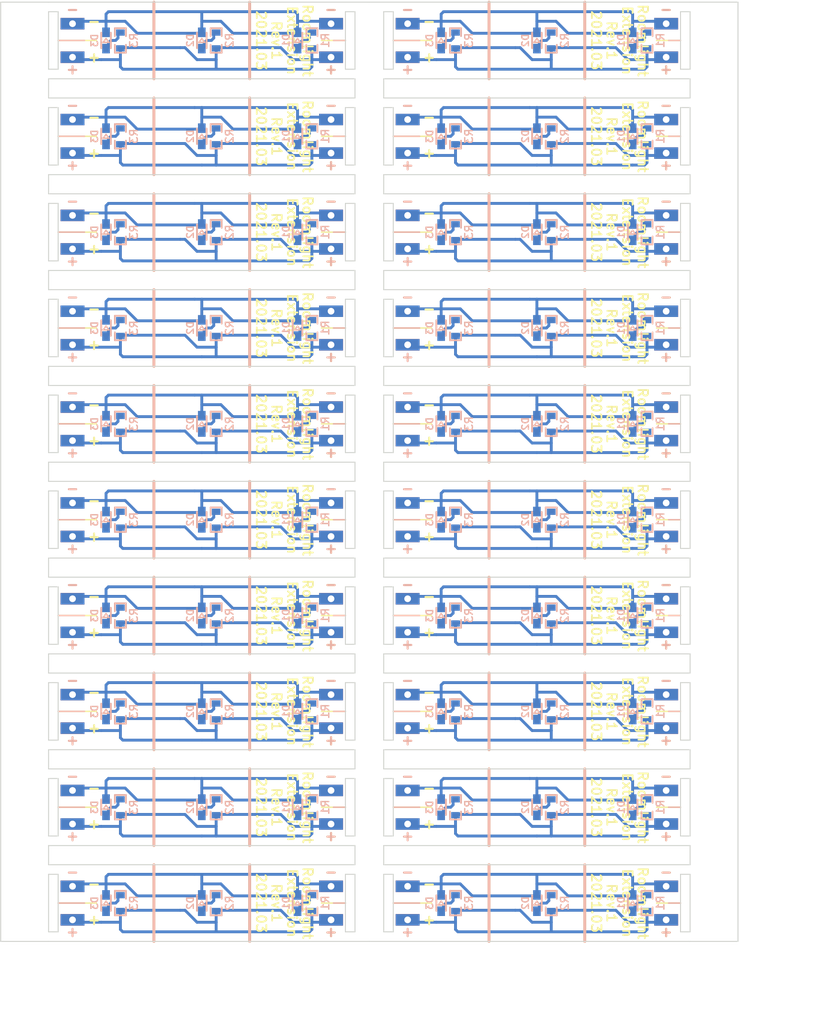
<source format=kicad_pcb>
(kicad_pcb (version 20171130) (host pcbnew "(5.1.9)-1")
  (layers (0 F.Cu signal) (31 B.Cu signal) (34 B.Paste user) (35 F.Paste user) (36 B.SilkS user) (37 F.SilkS user) (38 B.Mask user) (39 F.Mask user) (44 Edge.Cuts user))
  (net 0 "")
  (net 1 +12V)
  (net 2 GND)
  (net 3 "Net-(D1-Pad2)")
  (net 4 "Net-(D2-Pad2)")
  (net 5 "Net-(D3-Pad2)")
  (module footprint:HOLE_MASK_LOCK (layer F.Cu) (at 171.5 125)
    (fp_text reference REF** hide)
    (fp_text value HOLE_MASK_LOCK hide)
    (pad "" np_thru_hole circle (at 0 0) (size 2 2) (drill 2) (layers *.Cu *.Paste *.Mask))
  )
  (module footprint:HOLE_MASK_LOCK (layer F.Cu) (at 171.5 115)
    (fp_text reference REF** hide)
    (fp_text value HOLE_MASK_LOCK hide)
    (pad "" np_thru_hole circle (at 0 0) (size 2 2) (drill 2) (layers *.Cu *.Paste *.Mask))
  )
  (module footprint:HOLE_MASK_LOCK (layer F.Cu) (at 171.5 105)
    (fp_text reference REF** hide)
    (fp_text value HOLE_MASK_LOCK hide)
    (pad "" np_thru_hole circle (at 0 0) (size 2 2) (drill 2) (layers *.Cu *.Paste *.Mask))
  )
  (module footprint:HOLE_MASK_LOCK (layer F.Cu) (at 171.5 95)
    (fp_text reference REF** hide)
    (fp_text value HOLE_MASK_LOCK hide)
    (pad "" np_thru_hole circle (at 0 0) (size 2 2) (drill 2) (layers *.Cu *.Paste *.Mask))
  )
  (module footprint:HOLE_MASK_LOCK (layer F.Cu) (at 171.5 85)
    (fp_text reference REF** hide)
    (fp_text value HOLE_MASK_LOCK hide)
    (pad "" np_thru_hole circle (at 0 0) (size 2 2) (drill 2) (layers *.Cu *.Paste *.Mask))
  )
  (module footprint:HOLE_MASK_LOCK (layer F.Cu) (at 171.5 75)
    (fp_text reference REF** hide)
    (fp_text value HOLE_MASK_LOCK hide)
    (pad "" np_thru_hole circle (at 0 0) (size 2 2) (drill 2) (layers *.Cu *.Paste *.Mask))
  )
  (module footprint:HOLE_MASK_LOCK (layer F.Cu) (at 171.5 65)
    (fp_text reference REF** hide)
    (fp_text value HOLE_MASK_LOCK hide)
    (pad "" np_thru_hole circle (at 0 0) (size 2 2) (drill 2) (layers *.Cu *.Paste *.Mask))
  )
  (module footprint:HOLE_MASK_LOCK (layer F.Cu) (at 171.5 55)
    (fp_text reference REF** hide)
    (fp_text value HOLE_MASK_LOCK hide)
    (pad "" np_thru_hole circle (at 0 0) (size 2 2) (drill 2) (layers *.Cu *.Paste *.Mask))
  )
  (module footprint:HOLE_MASK_LOCK (layer F.Cu) (at 171.5 45)
    (fp_text reference REF** hide)
    (fp_text value HOLE_MASK_LOCK hide)
    (pad "" np_thru_hole circle (at 0 0) (size 2 2) (drill 2) (layers *.Cu *.Paste *.Mask))
  )
  (module footprint:HOLE_MASK_LOCK (layer F.Cu) (at 171.5 35)
    (fp_text reference REF** hide)
    (fp_text value HOLE_MASK_LOCK hide)
    (pad "" np_thru_hole circle (at 0 0) (size 2 2) (drill 2) (layers *.Cu *.Paste *.Mask))
  )
  (module footprint:HOLE_MASK_LOCK (layer F.Cu) (at 99.5 125)
    (fp_text reference REF** hide)
    (fp_text value HOLE_MASK_LOCK hide)
    (pad "" np_thru_hole circle (at 0 0) (size 2 2) (drill 2) (layers *.Cu *.Paste *.Mask))
  )
  (module footprint:HOLE_MASK_LOCK (layer F.Cu) (at 99.5 115)
    (fp_text reference REF** hide)
    (fp_text value HOLE_MASK_LOCK hide)
    (pad "" np_thru_hole circle (at 0 0) (size 2 2) (drill 2) (layers *.Cu *.Paste *.Mask))
  )
  (module footprint:HOLE_MASK_LOCK (layer F.Cu) (at 99.5 105)
    (fp_text reference REF** hide)
    (fp_text value HOLE_MASK_LOCK hide)
    (pad "" np_thru_hole circle (at 0 0) (size 2 2) (drill 2) (layers *.Cu *.Paste *.Mask))
  )
  (module footprint:HOLE_MASK_LOCK (layer F.Cu) (at 99.5 95)
    (fp_text reference REF** hide)
    (fp_text value HOLE_MASK_LOCK hide)
    (pad "" np_thru_hole circle (at 0 0) (size 2 2) (drill 2) (layers *.Cu *.Paste *.Mask))
  )
  (module footprint:HOLE_MASK_LOCK (layer F.Cu) (at 99.5 85)
    (fp_text reference REF** hide)
    (fp_text value HOLE_MASK_LOCK hide)
    (pad "" np_thru_hole circle (at 0 0) (size 2 2) (drill 2) (layers *.Cu *.Paste *.Mask))
  )
  (module footprint:HOLE_MASK_LOCK (layer F.Cu) (at 99.5 75)
    (fp_text reference REF** hide)
    (fp_text value HOLE_MASK_LOCK hide)
    (pad "" np_thru_hole circle (at 0 0) (size 2 2) (drill 2) (layers *.Cu *.Paste *.Mask))
  )
  (module footprint:HOLE_MASK_LOCK (layer F.Cu) (at 99.5 65)
    (fp_text reference REF** hide)
    (fp_text value HOLE_MASK_LOCK hide)
    (pad "" np_thru_hole circle (at 0 0) (size 2 2) (drill 2) (layers *.Cu *.Paste *.Mask))
  )
  (module footprint:HOLE_MASK_LOCK (layer F.Cu) (at 99.5 55)
    (fp_text reference REF** hide)
    (fp_text value HOLE_MASK_LOCK hide)
    (pad "" np_thru_hole circle (at 0 0) (size 2 2) (drill 2) (layers *.Cu *.Paste *.Mask))
  )
  (module footprint:HOLE_MASK_LOCK (layer F.Cu) (at 99.5 45)
    (fp_text reference REF** hide)
    (fp_text value HOLE_MASK_LOCK hide)
    (pad "" np_thru_hole circle (at 0 0) (size 2 2) (drill 2) (layers *.Cu *.Paste *.Mask))
  )
  (module footprint:R_1608_v2 (layer B.Cu) (at 164.5 125 90)
    (fp_text reference R1 (at 0 1.4 90) (layer B.SilkS) (effects (font (size 0.8 0.8) (thickness 0.14)) (justify mirror)))
    (fp_text value 472 hide)
    (pad 2 smd rect (at 0.825 0 90) (size 0.65 0.9) (layers B.Cu B.Paste B.Mask) (net 3 "Net-(D1-Pad2)"))
    (pad 1 smd rect (at -0.825 0 90) (size 0.65 0.9) (layers B.Cu B.Paste B.Mask) (net 1 +12V))
  )
  (module footprint:R_1608_v2 (layer B.Cu) (at 129.5 125 90)
    (fp_text reference R1 (at 0 1.4 90) (layer B.SilkS) (effects (font (size 0.8 0.8) (thickness 0.14)) (justify mirror)))
    (fp_text value 472 hide)
    (pad 2 smd rect (at 0.825 0 90) (size 0.65 0.9) (layers B.Cu B.Paste B.Mask) (net 3 "Net-(D1-Pad2)"))
    (pad 1 smd rect (at -0.825 0 90) (size 0.65 0.9) (layers B.Cu B.Paste B.Mask) (net 1 +12V))
  )
  (module footprint:R_1608_v2 (layer B.Cu) (at 164.5 115 90)
    (fp_text reference R1 (at 0 1.4 90) (layer B.SilkS) (effects (font (size 0.8 0.8) (thickness 0.14)) (justify mirror)))
    (fp_text value 472 hide)
    (pad 2 smd rect (at 0.825 0 90) (size 0.65 0.9) (layers B.Cu B.Paste B.Mask) (net 3 "Net-(D1-Pad2)"))
    (pad 1 smd rect (at -0.825 0 90) (size 0.65 0.9) (layers B.Cu B.Paste B.Mask) (net 1 +12V))
  )
  (module footprint:R_1608_v2 (layer B.Cu) (at 129.5 115 90)
    (fp_text reference R1 (at 0 1.4 90) (layer B.SilkS) (effects (font (size 0.8 0.8) (thickness 0.14)) (justify mirror)))
    (fp_text value 472 hide)
    (pad 2 smd rect (at 0.825 0 90) (size 0.65 0.9) (layers B.Cu B.Paste B.Mask) (net 3 "Net-(D1-Pad2)"))
    (pad 1 smd rect (at -0.825 0 90) (size 0.65 0.9) (layers B.Cu B.Paste B.Mask) (net 1 +12V))
  )
  (module footprint:R_1608_v2 (layer B.Cu) (at 164.5 105 90)
    (fp_text reference R1 (at 0 1.4 90) (layer B.SilkS) (effects (font (size 0.8 0.8) (thickness 0.14)) (justify mirror)))
    (fp_text value 472 hide)
    (pad 2 smd rect (at 0.825 0 90) (size 0.65 0.9) (layers B.Cu B.Paste B.Mask) (net 3 "Net-(D1-Pad2)"))
    (pad 1 smd rect (at -0.825 0 90) (size 0.65 0.9) (layers B.Cu B.Paste B.Mask) (net 1 +12V))
  )
  (module footprint:R_1608_v2 (layer B.Cu) (at 129.5 105 90)
    (fp_text reference R1 (at 0 1.4 90) (layer B.SilkS) (effects (font (size 0.8 0.8) (thickness 0.14)) (justify mirror)))
    (fp_text value 472 hide)
    (pad 2 smd rect (at 0.825 0 90) (size 0.65 0.9) (layers B.Cu B.Paste B.Mask) (net 3 "Net-(D1-Pad2)"))
    (pad 1 smd rect (at -0.825 0 90) (size 0.65 0.9) (layers B.Cu B.Paste B.Mask) (net 1 +12V))
  )
  (module footprint:R_1608_v2 (layer B.Cu) (at 164.5 95 90)
    (fp_text reference R1 (at 0 1.4 90) (layer B.SilkS) (effects (font (size 0.8 0.8) (thickness 0.14)) (justify mirror)))
    (fp_text value 472 hide)
    (pad 2 smd rect (at 0.825 0 90) (size 0.65 0.9) (layers B.Cu B.Paste B.Mask) (net 3 "Net-(D1-Pad2)"))
    (pad 1 smd rect (at -0.825 0 90) (size 0.65 0.9) (layers B.Cu B.Paste B.Mask) (net 1 +12V))
  )
  (module footprint:R_1608_v2 (layer B.Cu) (at 129.5 95 90)
    (fp_text reference R1 (at 0 1.4 90) (layer B.SilkS) (effects (font (size 0.8 0.8) (thickness 0.14)) (justify mirror)))
    (fp_text value 472 hide)
    (pad 2 smd rect (at 0.825 0 90) (size 0.65 0.9) (layers B.Cu B.Paste B.Mask) (net 3 "Net-(D1-Pad2)"))
    (pad 1 smd rect (at -0.825 0 90) (size 0.65 0.9) (layers B.Cu B.Paste B.Mask) (net 1 +12V))
  )
  (module footprint:R_1608_v2 (layer B.Cu) (at 164.5 85 90)
    (fp_text reference R1 (at 0 1.4 90) (layer B.SilkS) (effects (font (size 0.8 0.8) (thickness 0.14)) (justify mirror)))
    (fp_text value 472 hide)
    (pad 2 smd rect (at 0.825 0 90) (size 0.65 0.9) (layers B.Cu B.Paste B.Mask) (net 3 "Net-(D1-Pad2)"))
    (pad 1 smd rect (at -0.825 0 90) (size 0.65 0.9) (layers B.Cu B.Paste B.Mask) (net 1 +12V))
  )
  (module footprint:R_1608_v2 (layer B.Cu) (at 129.5 85 90)
    (fp_text reference R1 (at 0 1.4 90) (layer B.SilkS) (effects (font (size 0.8 0.8) (thickness 0.14)) (justify mirror)))
    (fp_text value 472 hide)
    (pad 2 smd rect (at 0.825 0 90) (size 0.65 0.9) (layers B.Cu B.Paste B.Mask) (net 3 "Net-(D1-Pad2)"))
    (pad 1 smd rect (at -0.825 0 90) (size 0.65 0.9) (layers B.Cu B.Paste B.Mask) (net 1 +12V))
  )
  (module footprint:R_1608_v2 (layer B.Cu) (at 164.5 75 90)
    (fp_text reference R1 (at 0 1.4 90) (layer B.SilkS) (effects (font (size 0.8 0.8) (thickness 0.14)) (justify mirror)))
    (fp_text value 472 hide)
    (pad 2 smd rect (at 0.825 0 90) (size 0.65 0.9) (layers B.Cu B.Paste B.Mask) (net 3 "Net-(D1-Pad2)"))
    (pad 1 smd rect (at -0.825 0 90) (size 0.65 0.9) (layers B.Cu B.Paste B.Mask) (net 1 +12V))
  )
  (module footprint:R_1608_v2 (layer B.Cu) (at 129.5 75 90)
    (fp_text reference R1 (at 0 1.4 90) (layer B.SilkS) (effects (font (size 0.8 0.8) (thickness 0.14)) (justify mirror)))
    (fp_text value 472 hide)
    (pad 2 smd rect (at 0.825 0 90) (size 0.65 0.9) (layers B.Cu B.Paste B.Mask) (net 3 "Net-(D1-Pad2)"))
    (pad 1 smd rect (at -0.825 0 90) (size 0.65 0.9) (layers B.Cu B.Paste B.Mask) (net 1 +12V))
  )
  (module footprint:R_1608_v2 (layer B.Cu) (at 164.5 65 90)
    (fp_text reference R1 (at 0 1.4 90) (layer B.SilkS) (effects (font (size 0.8 0.8) (thickness 0.14)) (justify mirror)))
    (fp_text value 472 hide)
    (pad 2 smd rect (at 0.825 0 90) (size 0.65 0.9) (layers B.Cu B.Paste B.Mask) (net 3 "Net-(D1-Pad2)"))
    (pad 1 smd rect (at -0.825 0 90) (size 0.65 0.9) (layers B.Cu B.Paste B.Mask) (net 1 +12V))
  )
  (module footprint:R_1608_v2 (layer B.Cu) (at 129.5 65 90)
    (fp_text reference R1 (at 0 1.4 90) (layer B.SilkS) (effects (font (size 0.8 0.8) (thickness 0.14)) (justify mirror)))
    (fp_text value 472 hide)
    (pad 2 smd rect (at 0.825 0 90) (size 0.65 0.9) (layers B.Cu B.Paste B.Mask) (net 3 "Net-(D1-Pad2)"))
    (pad 1 smd rect (at -0.825 0 90) (size 0.65 0.9) (layers B.Cu B.Paste B.Mask) (net 1 +12V))
  )
  (module footprint:R_1608_v2 (layer B.Cu) (at 164.5 55 90)
    (fp_text reference R1 (at 0 1.4 90) (layer B.SilkS) (effects (font (size 0.8 0.8) (thickness 0.14)) (justify mirror)))
    (fp_text value 472 hide)
    (pad 2 smd rect (at 0.825 0 90) (size 0.65 0.9) (layers B.Cu B.Paste B.Mask) (net 3 "Net-(D1-Pad2)"))
    (pad 1 smd rect (at -0.825 0 90) (size 0.65 0.9) (layers B.Cu B.Paste B.Mask) (net 1 +12V))
  )
  (module footprint:R_1608_v2 (layer B.Cu) (at 129.5 55 90)
    (fp_text reference R1 (at 0 1.4 90) (layer B.SilkS) (effects (font (size 0.8 0.8) (thickness 0.14)) (justify mirror)))
    (fp_text value 472 hide)
    (pad 2 smd rect (at 0.825 0 90) (size 0.65 0.9) (layers B.Cu B.Paste B.Mask) (net 3 "Net-(D1-Pad2)"))
    (pad 1 smd rect (at -0.825 0 90) (size 0.65 0.9) (layers B.Cu B.Paste B.Mask) (net 1 +12V))
  )
  (module footprint:R_1608_v2 (layer B.Cu) (at 164.5 45 90)
    (fp_text reference R1 (at 0 1.4 90) (layer B.SilkS) (effects (font (size 0.8 0.8) (thickness 0.14)) (justify mirror)))
    (fp_text value 472 hide)
    (pad 2 smd rect (at 0.825 0 90) (size 0.65 0.9) (layers B.Cu B.Paste B.Mask) (net 3 "Net-(D1-Pad2)"))
    (pad 1 smd rect (at -0.825 0 90) (size 0.65 0.9) (layers B.Cu B.Paste B.Mask) (net 1 +12V))
  )
  (module footprint:R_1608_v2 (layer B.Cu) (at 129.5 45 90)
    (fp_text reference R1 (at 0 1.4 90) (layer B.SilkS) (effects (font (size 0.8 0.8) (thickness 0.14)) (justify mirror)))
    (fp_text value 472 hide)
    (pad 2 smd rect (at 0.825 0 90) (size 0.65 0.9) (layers B.Cu B.Paste B.Mask) (net 3 "Net-(D1-Pad2)"))
    (pad 1 smd rect (at -0.825 0 90) (size 0.65 0.9) (layers B.Cu B.Paste B.Mask) (net 1 +12V))
  )
  (module footprint:R_1608_v2 (layer B.Cu) (at 164.5 35 90)
    (fp_text reference R1 (at 0 1.4 90) (layer B.SilkS) (effects (font (size 0.8 0.8) (thickness 0.14)) (justify mirror)))
    (fp_text value 472 hide)
    (pad 2 smd rect (at 0.825 0 90) (size 0.65 0.9) (layers B.Cu B.Paste B.Mask) (net 3 "Net-(D1-Pad2)"))
    (pad 1 smd rect (at -0.825 0 90) (size 0.65 0.9) (layers B.Cu B.Paste B.Mask) (net 1 +12V))
  )
  (module footprint:PCB_CONN_PAD_2.5mmx1.2mm (layer F.Cu) (at 139.5 126.75)
    (fp_text reference J2 hide)
    (fp_text value PAD hide)
    (pad 1 thru_hole rect (at 0 0) (size 2.5 1.2) (drill 0.7) (layers *.Cu *.Mask) (net 1 +12V))
  )
  (module footprint:PCB_CONN_PAD_2.5mmx1.2mm (layer F.Cu) (at 104.5 126.75)
    (fp_text reference J2 hide)
    (fp_text value PAD hide)
    (pad 1 thru_hole rect (at 0 0) (size 2.5 1.2) (drill 0.7) (layers *.Cu *.Mask) (net 1 +12V))
  )
  (module footprint:PCB_CONN_PAD_2.5mmx1.2mm (layer F.Cu) (at 139.5 116.75)
    (fp_text reference J2 hide)
    (fp_text value PAD hide)
    (pad 1 thru_hole rect (at 0 0) (size 2.5 1.2) (drill 0.7) (layers *.Cu *.Mask) (net 1 +12V))
  )
  (module footprint:PCB_CONN_PAD_2.5mmx1.2mm (layer F.Cu) (at 104.5 116.75)
    (fp_text reference J2 hide)
    (fp_text value PAD hide)
    (pad 1 thru_hole rect (at 0 0) (size 2.5 1.2) (drill 0.7) (layers *.Cu *.Mask) (net 1 +12V))
  )
  (module footprint:PCB_CONN_PAD_2.5mmx1.2mm (layer F.Cu) (at 139.5 106.75)
    (fp_text reference J2 hide)
    (fp_text value PAD hide)
    (pad 1 thru_hole rect (at 0 0) (size 2.5 1.2) (drill 0.7) (layers *.Cu *.Mask) (net 1 +12V))
  )
  (module footprint:PCB_CONN_PAD_2.5mmx1.2mm (layer F.Cu) (at 104.5 106.75)
    (fp_text reference J2 hide)
    (fp_text value PAD hide)
    (pad 1 thru_hole rect (at 0 0) (size 2.5 1.2) (drill 0.7) (layers *.Cu *.Mask) (net 1 +12V))
  )
  (module footprint:PCB_CONN_PAD_2.5mmx1.2mm (layer F.Cu) (at 139.5 96.75)
    (fp_text reference J2 hide)
    (fp_text value PAD hide)
    (pad 1 thru_hole rect (at 0 0) (size 2.5 1.2) (drill 0.7) (layers *.Cu *.Mask) (net 1 +12V))
  )
  (module footprint:PCB_CONN_PAD_2.5mmx1.2mm (layer F.Cu) (at 104.5 96.75)
    (fp_text reference J2 hide)
    (fp_text value PAD hide)
    (pad 1 thru_hole rect (at 0 0) (size 2.5 1.2) (drill 0.7) (layers *.Cu *.Mask) (net 1 +12V))
  )
  (module footprint:PCB_CONN_PAD_2.5mmx1.2mm (layer F.Cu) (at 139.5 86.75)
    (fp_text reference J2 hide)
    (fp_text value PAD hide)
    (pad 1 thru_hole rect (at 0 0) (size 2.5 1.2) (drill 0.7) (layers *.Cu *.Mask) (net 1 +12V))
  )
  (module footprint:PCB_CONN_PAD_2.5mmx1.2mm (layer F.Cu) (at 104.5 86.75)
    (fp_text reference J2 hide)
    (fp_text value PAD hide)
    (pad 1 thru_hole rect (at 0 0) (size 2.5 1.2) (drill 0.7) (layers *.Cu *.Mask) (net 1 +12V))
  )
  (module footprint:PCB_CONN_PAD_2.5mmx1.2mm (layer F.Cu) (at 139.5 76.75)
    (fp_text reference J2 hide)
    (fp_text value PAD hide)
    (pad 1 thru_hole rect (at 0 0) (size 2.5 1.2) (drill 0.7) (layers *.Cu *.Mask) (net 1 +12V))
  )
  (module footprint:PCB_CONN_PAD_2.5mmx1.2mm (layer F.Cu) (at 104.5 76.75)
    (fp_text reference J2 hide)
    (fp_text value PAD hide)
    (pad 1 thru_hole rect (at 0 0) (size 2.5 1.2) (drill 0.7) (layers *.Cu *.Mask) (net 1 +12V))
  )
  (module footprint:PCB_CONN_PAD_2.5mmx1.2mm (layer F.Cu) (at 139.5 66.75)
    (fp_text reference J2 hide)
    (fp_text value PAD hide)
    (pad 1 thru_hole rect (at 0 0) (size 2.5 1.2) (drill 0.7) (layers *.Cu *.Mask) (net 1 +12V))
  )
  (module footprint:PCB_CONN_PAD_2.5mmx1.2mm (layer F.Cu) (at 104.5 66.75)
    (fp_text reference J2 hide)
    (fp_text value PAD hide)
    (pad 1 thru_hole rect (at 0 0) (size 2.5 1.2) (drill 0.7) (layers *.Cu *.Mask) (net 1 +12V))
  )
  (module footprint:PCB_CONN_PAD_2.5mmx1.2mm (layer F.Cu) (at 139.5 56.75)
    (fp_text reference J2 hide)
    (fp_text value PAD hide)
    (pad 1 thru_hole rect (at 0 0) (size 2.5 1.2) (drill 0.7) (layers *.Cu *.Mask) (net 1 +12V))
  )
  (module footprint:PCB_CONN_PAD_2.5mmx1.2mm (layer F.Cu) (at 104.5 56.75)
    (fp_text reference J2 hide)
    (fp_text value PAD hide)
    (pad 1 thru_hole rect (at 0 0) (size 2.5 1.2) (drill 0.7) (layers *.Cu *.Mask) (net 1 +12V))
  )
  (module footprint:PCB_CONN_PAD_2.5mmx1.2mm (layer F.Cu) (at 139.5 46.75)
    (fp_text reference J2 hide)
    (fp_text value PAD hide)
    (pad 1 thru_hole rect (at 0 0) (size 2.5 1.2) (drill 0.7) (layers *.Cu *.Mask) (net 1 +12V))
  )
  (module footprint:PCB_CONN_PAD_2.5mmx1.2mm (layer F.Cu) (at 104.5 46.75)
    (fp_text reference J2 hide)
    (fp_text value PAD hide)
    (pad 1 thru_hole rect (at 0 0) (size 2.5 1.2) (drill 0.7) (layers *.Cu *.Mask) (net 1 +12V))
  )
  (module footprint:PCB_CONN_PAD_2.5mmx1.2mm (layer F.Cu) (at 139.5 36.75)
    (fp_text reference J2 hide)
    (fp_text value PAD hide)
    (pad 1 thru_hole rect (at 0 0) (size 2.5 1.2) (drill 0.7) (layers *.Cu *.Mask) (net 1 +12V))
  )
  (module footprint:PCB_CONN_PAD_2.5mmx1.2mm (layer F.Cu) (at 139.5 123.25)
    (fp_text reference J4 hide)
    (fp_text value PAD hide)
    (pad 1 thru_hole rect (at 0 0) (size 2.5 1.2) (drill 0.7) (layers *.Cu *.Mask) (net 2 GND))
  )
  (module footprint:PCB_CONN_PAD_2.5mmx1.2mm (layer F.Cu) (at 104.5 123.25)
    (fp_text reference J4 hide)
    (fp_text value PAD hide)
    (pad 1 thru_hole rect (at 0 0) (size 2.5 1.2) (drill 0.7) (layers *.Cu *.Mask) (net 2 GND))
  )
  (module footprint:PCB_CONN_PAD_2.5mmx1.2mm (layer F.Cu) (at 139.5 113.25)
    (fp_text reference J4 hide)
    (fp_text value PAD hide)
    (pad 1 thru_hole rect (at 0 0) (size 2.5 1.2) (drill 0.7) (layers *.Cu *.Mask) (net 2 GND))
  )
  (module footprint:PCB_CONN_PAD_2.5mmx1.2mm (layer F.Cu) (at 104.5 113.25)
    (fp_text reference J4 hide)
    (fp_text value PAD hide)
    (pad 1 thru_hole rect (at 0 0) (size 2.5 1.2) (drill 0.7) (layers *.Cu *.Mask) (net 2 GND))
  )
  (module footprint:PCB_CONN_PAD_2.5mmx1.2mm (layer F.Cu) (at 139.5 103.25)
    (fp_text reference J4 hide)
    (fp_text value PAD hide)
    (pad 1 thru_hole rect (at 0 0) (size 2.5 1.2) (drill 0.7) (layers *.Cu *.Mask) (net 2 GND))
  )
  (module footprint:PCB_CONN_PAD_2.5mmx1.2mm (layer F.Cu) (at 104.5 103.25)
    (fp_text reference J4 hide)
    (fp_text value PAD hide)
    (pad 1 thru_hole rect (at 0 0) (size 2.5 1.2) (drill 0.7) (layers *.Cu *.Mask) (net 2 GND))
  )
  (module footprint:PCB_CONN_PAD_2.5mmx1.2mm (layer F.Cu) (at 139.5 93.25)
    (fp_text reference J4 hide)
    (fp_text value PAD hide)
    (pad 1 thru_hole rect (at 0 0) (size 2.5 1.2) (drill 0.7) (layers *.Cu *.Mask) (net 2 GND))
  )
  (module footprint:PCB_CONN_PAD_2.5mmx1.2mm (layer F.Cu) (at 104.5 93.25)
    (fp_text reference J4 hide)
    (fp_text value PAD hide)
    (pad 1 thru_hole rect (at 0 0) (size 2.5 1.2) (drill 0.7) (layers *.Cu *.Mask) (net 2 GND))
  )
  (module footprint:PCB_CONN_PAD_2.5mmx1.2mm (layer F.Cu) (at 139.5 83.25)
    (fp_text reference J4 hide)
    (fp_text value PAD hide)
    (pad 1 thru_hole rect (at 0 0) (size 2.5 1.2) (drill 0.7) (layers *.Cu *.Mask) (net 2 GND))
  )
  (module footprint:PCB_CONN_PAD_2.5mmx1.2mm (layer F.Cu) (at 104.5 83.25)
    (fp_text reference J4 hide)
    (fp_text value PAD hide)
    (pad 1 thru_hole rect (at 0 0) (size 2.5 1.2) (drill 0.7) (layers *.Cu *.Mask) (net 2 GND))
  )
  (module footprint:PCB_CONN_PAD_2.5mmx1.2mm (layer F.Cu) (at 139.5 73.25)
    (fp_text reference J4 hide)
    (fp_text value PAD hide)
    (pad 1 thru_hole rect (at 0 0) (size 2.5 1.2) (drill 0.7) (layers *.Cu *.Mask) (net 2 GND))
  )
  (module footprint:PCB_CONN_PAD_2.5mmx1.2mm (layer F.Cu) (at 104.5 73.25)
    (fp_text reference J4 hide)
    (fp_text value PAD hide)
    (pad 1 thru_hole rect (at 0 0) (size 2.5 1.2) (drill 0.7) (layers *.Cu *.Mask) (net 2 GND))
  )
  (module footprint:PCB_CONN_PAD_2.5mmx1.2mm (layer F.Cu) (at 139.5 63.25)
    (fp_text reference J4 hide)
    (fp_text value PAD hide)
    (pad 1 thru_hole rect (at 0 0) (size 2.5 1.2) (drill 0.7) (layers *.Cu *.Mask) (net 2 GND))
  )
  (module footprint:PCB_CONN_PAD_2.5mmx1.2mm (layer F.Cu) (at 104.5 63.25)
    (fp_text reference J4 hide)
    (fp_text value PAD hide)
    (pad 1 thru_hole rect (at 0 0) (size 2.5 1.2) (drill 0.7) (layers *.Cu *.Mask) (net 2 GND))
  )
  (module footprint:PCB_CONN_PAD_2.5mmx1.2mm (layer F.Cu) (at 139.5 53.25)
    (fp_text reference J4 hide)
    (fp_text value PAD hide)
    (pad 1 thru_hole rect (at 0 0) (size 2.5 1.2) (drill 0.7) (layers *.Cu *.Mask) (net 2 GND))
  )
  (module footprint:PCB_CONN_PAD_2.5mmx1.2mm (layer F.Cu) (at 104.5 53.25)
    (fp_text reference J4 hide)
    (fp_text value PAD hide)
    (pad 1 thru_hole rect (at 0 0) (size 2.5 1.2) (drill 0.7) (layers *.Cu *.Mask) (net 2 GND))
  )
  (module footprint:PCB_CONN_PAD_2.5mmx1.2mm (layer F.Cu) (at 139.5 43.25)
    (fp_text reference J4 hide)
    (fp_text value PAD hide)
    (pad 1 thru_hole rect (at 0 0) (size 2.5 1.2) (drill 0.7) (layers *.Cu *.Mask) (net 2 GND))
  )
  (module footprint:PCB_CONN_PAD_2.5mmx1.2mm (layer F.Cu) (at 104.5 43.25)
    (fp_text reference J4 hide)
    (fp_text value PAD hide)
    (pad 1 thru_hole rect (at 0 0) (size 2.5 1.2) (drill 0.7) (layers *.Cu *.Mask) (net 2 GND))
  )
  (module footprint:PCB_CONN_PAD_2.5mmx1.2mm (layer F.Cu) (at 139.5 33.25)
    (fp_text reference J4 hide)
    (fp_text value PAD hide)
    (pad 1 thru_hole rect (at 0 0) (size 2.5 1.2) (drill 0.7) (layers *.Cu *.Mask) (net 2 GND))
  )
  (module footprint:R_1608_v2 (layer B.Cu) (at 154.5 125 90)
    (fp_text reference R2 (at 0 1.4 90) (layer B.SilkS) (effects (font (size 0.8 0.8) (thickness 0.14)) (justify mirror)))
    (fp_text value 472 hide)
    (pad 1 smd rect (at -0.825 0 90) (size 0.65 0.9) (layers B.Cu B.Paste B.Mask) (net 1 +12V))
    (pad 2 smd rect (at 0.825 0 90) (size 0.65 0.9) (layers B.Cu B.Paste B.Mask) (net 4 "Net-(D2-Pad2)"))
  )
  (module footprint:R_1608_v2 (layer B.Cu) (at 119.5 125 90)
    (fp_text reference R2 (at 0 1.4 90) (layer B.SilkS) (effects (font (size 0.8 0.8) (thickness 0.14)) (justify mirror)))
    (fp_text value 472 hide)
    (pad 1 smd rect (at -0.825 0 90) (size 0.65 0.9) (layers B.Cu B.Paste B.Mask) (net 1 +12V))
    (pad 2 smd rect (at 0.825 0 90) (size 0.65 0.9) (layers B.Cu B.Paste B.Mask) (net 4 "Net-(D2-Pad2)"))
  )
  (module footprint:R_1608_v2 (layer B.Cu) (at 154.5 115 90)
    (fp_text reference R2 (at 0 1.4 90) (layer B.SilkS) (effects (font (size 0.8 0.8) (thickness 0.14)) (justify mirror)))
    (fp_text value 472 hide)
    (pad 1 smd rect (at -0.825 0 90) (size 0.65 0.9) (layers B.Cu B.Paste B.Mask) (net 1 +12V))
    (pad 2 smd rect (at 0.825 0 90) (size 0.65 0.9) (layers B.Cu B.Paste B.Mask) (net 4 "Net-(D2-Pad2)"))
  )
  (module footprint:R_1608_v2 (layer B.Cu) (at 119.5 115 90)
    (fp_text reference R2 (at 0 1.4 90) (layer B.SilkS) (effects (font (size 0.8 0.8) (thickness 0.14)) (justify mirror)))
    (fp_text value 472 hide)
    (pad 1 smd rect (at -0.825 0 90) (size 0.65 0.9) (layers B.Cu B.Paste B.Mask) (net 1 +12V))
    (pad 2 smd rect (at 0.825 0 90) (size 0.65 0.9) (layers B.Cu B.Paste B.Mask) (net 4 "Net-(D2-Pad2)"))
  )
  (module footprint:R_1608_v2 (layer B.Cu) (at 154.5 105 90)
    (fp_text reference R2 (at 0 1.4 90) (layer B.SilkS) (effects (font (size 0.8 0.8) (thickness 0.14)) (justify mirror)))
    (fp_text value 472 hide)
    (pad 1 smd rect (at -0.825 0 90) (size 0.65 0.9) (layers B.Cu B.Paste B.Mask) (net 1 +12V))
    (pad 2 smd rect (at 0.825 0 90) (size 0.65 0.9) (layers B.Cu B.Paste B.Mask) (net 4 "Net-(D2-Pad2)"))
  )
  (module footprint:R_1608_v2 (layer B.Cu) (at 119.5 105 90)
    (fp_text reference R2 (at 0 1.4 90) (layer B.SilkS) (effects (font (size 0.8 0.8) (thickness 0.14)) (justify mirror)))
    (fp_text value 472 hide)
    (pad 1 smd rect (at -0.825 0 90) (size 0.65 0.9) (layers B.Cu B.Paste B.Mask) (net 1 +12V))
    (pad 2 smd rect (at 0.825 0 90) (size 0.65 0.9) (layers B.Cu B.Paste B.Mask) (net 4 "Net-(D2-Pad2)"))
  )
  (module footprint:R_1608_v2 (layer B.Cu) (at 154.5 95 90)
    (fp_text reference R2 (at 0 1.4 90) (layer B.SilkS) (effects (font (size 0.8 0.8) (thickness 0.14)) (justify mirror)))
    (fp_text value 472 hide)
    (pad 1 smd rect (at -0.825 0 90) (size 0.65 0.9) (layers B.Cu B.Paste B.Mask) (net 1 +12V))
    (pad 2 smd rect (at 0.825 0 90) (size 0.65 0.9) (layers B.Cu B.Paste B.Mask) (net 4 "Net-(D2-Pad2)"))
  )
  (module footprint:R_1608_v2 (layer B.Cu) (at 119.5 95 90)
    (fp_text reference R2 (at 0 1.4 90) (layer B.SilkS) (effects (font (size 0.8 0.8) (thickness 0.14)) (justify mirror)))
    (fp_text value 472 hide)
    (pad 1 smd rect (at -0.825 0 90) (size 0.65 0.9) (layers B.Cu B.Paste B.Mask) (net 1 +12V))
    (pad 2 smd rect (at 0.825 0 90) (size 0.65 0.9) (layers B.Cu B.Paste B.Mask) (net 4 "Net-(D2-Pad2)"))
  )
  (module footprint:R_1608_v2 (layer B.Cu) (at 154.5 85 90)
    (fp_text reference R2 (at 0 1.4 90) (layer B.SilkS) (effects (font (size 0.8 0.8) (thickness 0.14)) (justify mirror)))
    (fp_text value 472 hide)
    (pad 1 smd rect (at -0.825 0 90) (size 0.65 0.9) (layers B.Cu B.Paste B.Mask) (net 1 +12V))
    (pad 2 smd rect (at 0.825 0 90) (size 0.65 0.9) (layers B.Cu B.Paste B.Mask) (net 4 "Net-(D2-Pad2)"))
  )
  (module footprint:R_1608_v2 (layer B.Cu) (at 119.5 85 90)
    (fp_text reference R2 (at 0 1.4 90) (layer B.SilkS) (effects (font (size 0.8 0.8) (thickness 0.14)) (justify mirror)))
    (fp_text value 472 hide)
    (pad 1 smd rect (at -0.825 0 90) (size 0.65 0.9) (layers B.Cu B.Paste B.Mask) (net 1 +12V))
    (pad 2 smd rect (at 0.825 0 90) (size 0.65 0.9) (layers B.Cu B.Paste B.Mask) (net 4 "Net-(D2-Pad2)"))
  )
  (module footprint:R_1608_v2 (layer B.Cu) (at 154.5 75 90)
    (fp_text reference R2 (at 0 1.4 90) (layer B.SilkS) (effects (font (size 0.8 0.8) (thickness 0.14)) (justify mirror)))
    (fp_text value 472 hide)
    (pad 1 smd rect (at -0.825 0 90) (size 0.65 0.9) (layers B.Cu B.Paste B.Mask) (net 1 +12V))
    (pad 2 smd rect (at 0.825 0 90) (size 0.65 0.9) (layers B.Cu B.Paste B.Mask) (net 4 "Net-(D2-Pad2)"))
  )
  (module footprint:R_1608_v2 (layer B.Cu) (at 119.5 75 90)
    (fp_text reference R2 (at 0 1.4 90) (layer B.SilkS) (effects (font (size 0.8 0.8) (thickness 0.14)) (justify mirror)))
    (fp_text value 472 hide)
    (pad 1 smd rect (at -0.825 0 90) (size 0.65 0.9) (layers B.Cu B.Paste B.Mask) (net 1 +12V))
    (pad 2 smd rect (at 0.825 0 90) (size 0.65 0.9) (layers B.Cu B.Paste B.Mask) (net 4 "Net-(D2-Pad2)"))
  )
  (module footprint:R_1608_v2 (layer B.Cu) (at 154.5 65 90)
    (fp_text reference R2 (at 0 1.4 90) (layer B.SilkS) (effects (font (size 0.8 0.8) (thickness 0.14)) (justify mirror)))
    (fp_text value 472 hide)
    (pad 1 smd rect (at -0.825 0 90) (size 0.65 0.9) (layers B.Cu B.Paste B.Mask) (net 1 +12V))
    (pad 2 smd rect (at 0.825 0 90) (size 0.65 0.9) (layers B.Cu B.Paste B.Mask) (net 4 "Net-(D2-Pad2)"))
  )
  (module footprint:R_1608_v2 (layer B.Cu) (at 119.5 65 90)
    (fp_text reference R2 (at 0 1.4 90) (layer B.SilkS) (effects (font (size 0.8 0.8) (thickness 0.14)) (justify mirror)))
    (fp_text value 472 hide)
    (pad 1 smd rect (at -0.825 0 90) (size 0.65 0.9) (layers B.Cu B.Paste B.Mask) (net 1 +12V))
    (pad 2 smd rect (at 0.825 0 90) (size 0.65 0.9) (layers B.Cu B.Paste B.Mask) (net 4 "Net-(D2-Pad2)"))
  )
  (module footprint:R_1608_v2 (layer B.Cu) (at 154.5 55 90)
    (fp_text reference R2 (at 0 1.4 90) (layer B.SilkS) (effects (font (size 0.8 0.8) (thickness 0.14)) (justify mirror)))
    (fp_text value 472 hide)
    (pad 1 smd rect (at -0.825 0 90) (size 0.65 0.9) (layers B.Cu B.Paste B.Mask) (net 1 +12V))
    (pad 2 smd rect (at 0.825 0 90) (size 0.65 0.9) (layers B.Cu B.Paste B.Mask) (net 4 "Net-(D2-Pad2)"))
  )
  (module footprint:R_1608_v2 (layer B.Cu) (at 119.5 55 90)
    (fp_text reference R2 (at 0 1.4 90) (layer B.SilkS) (effects (font (size 0.8 0.8) (thickness 0.14)) (justify mirror)))
    (fp_text value 472 hide)
    (pad 1 smd rect (at -0.825 0 90) (size 0.65 0.9) (layers B.Cu B.Paste B.Mask) (net 1 +12V))
    (pad 2 smd rect (at 0.825 0 90) (size 0.65 0.9) (layers B.Cu B.Paste B.Mask) (net 4 "Net-(D2-Pad2)"))
  )
  (module footprint:R_1608_v2 (layer B.Cu) (at 154.5 45 90)
    (fp_text reference R2 (at 0 1.4 90) (layer B.SilkS) (effects (font (size 0.8 0.8) (thickness 0.14)) (justify mirror)))
    (fp_text value 472 hide)
    (pad 1 smd rect (at -0.825 0 90) (size 0.65 0.9) (layers B.Cu B.Paste B.Mask) (net 1 +12V))
    (pad 2 smd rect (at 0.825 0 90) (size 0.65 0.9) (layers B.Cu B.Paste B.Mask) (net 4 "Net-(D2-Pad2)"))
  )
  (module footprint:R_1608_v2 (layer B.Cu) (at 119.5 45 90)
    (fp_text reference R2 (at 0 1.4 90) (layer B.SilkS) (effects (font (size 0.8 0.8) (thickness 0.14)) (justify mirror)))
    (fp_text value 472 hide)
    (pad 1 smd rect (at -0.825 0 90) (size 0.65 0.9) (layers B.Cu B.Paste B.Mask) (net 1 +12V))
    (pad 2 smd rect (at 0.825 0 90) (size 0.65 0.9) (layers B.Cu B.Paste B.Mask) (net 4 "Net-(D2-Pad2)"))
  )
  (module footprint:R_1608_v2 (layer B.Cu) (at 154.5 35 90)
    (fp_text reference R2 (at 0 1.4 90) (layer B.SilkS) (effects (font (size 0.8 0.8) (thickness 0.14)) (justify mirror)))
    (fp_text value 472 hide)
    (pad 1 smd rect (at -0.825 0 90) (size 0.65 0.9) (layers B.Cu B.Paste B.Mask) (net 1 +12V))
    (pad 2 smd rect (at 0.825 0 90) (size 0.65 0.9) (layers B.Cu B.Paste B.Mask) (net 4 "Net-(D2-Pad2)"))
  )
  (module footprint:LED_1608 (layer B.Cu) (at 143 125 270)
    (fp_text reference D3 (at 0 1.2 90) (layer B.SilkS) (effects (font (size 0.7 0.7) (thickness 0.14)) (justify mirror)))
    (fp_text value LED hide)
    (pad 2 smd rect (at 0.85 0 270) (size 1 0.8) (layers B.Cu B.Paste B.Mask) (net 5 "Net-(D3-Pad2)"))
    (pad 1 smd rect (at -0.85 0 270) (size 1 0.8) (layers B.Cu B.Paste B.Mask) (net 2 GND))
  )
  (module footprint:LED_1608 (layer B.Cu) (at 108 125 270)
    (fp_text reference D3 (at 0 1.2 90) (layer B.SilkS) (effects (font (size 0.7 0.7) (thickness 0.14)) (justify mirror)))
    (fp_text value LED hide)
    (pad 2 smd rect (at 0.85 0 270) (size 1 0.8) (layers B.Cu B.Paste B.Mask) (net 5 "Net-(D3-Pad2)"))
    (pad 1 smd rect (at -0.85 0 270) (size 1 0.8) (layers B.Cu B.Paste B.Mask) (net 2 GND))
  )
  (module footprint:LED_1608 (layer B.Cu) (at 143 115 270)
    (fp_text reference D3 (at 0 1.2 90) (layer B.SilkS) (effects (font (size 0.7 0.7) (thickness 0.14)) (justify mirror)))
    (fp_text value LED hide)
    (pad 2 smd rect (at 0.85 0 270) (size 1 0.8) (layers B.Cu B.Paste B.Mask) (net 5 "Net-(D3-Pad2)"))
    (pad 1 smd rect (at -0.85 0 270) (size 1 0.8) (layers B.Cu B.Paste B.Mask) (net 2 GND))
  )
  (module footprint:LED_1608 (layer B.Cu) (at 108 115 270)
    (fp_text reference D3 (at 0 1.2 90) (layer B.SilkS) (effects (font (size 0.7 0.7) (thickness 0.14)) (justify mirror)))
    (fp_text value LED hide)
    (pad 2 smd rect (at 0.85 0 270) (size 1 0.8) (layers B.Cu B.Paste B.Mask) (net 5 "Net-(D3-Pad2)"))
    (pad 1 smd rect (at -0.85 0 270) (size 1 0.8) (layers B.Cu B.Paste B.Mask) (net 2 GND))
  )
  (module footprint:LED_1608 (layer B.Cu) (at 143 105 270)
    (fp_text reference D3 (at 0 1.2 90) (layer B.SilkS) (effects (font (size 0.7 0.7) (thickness 0.14)) (justify mirror)))
    (fp_text value LED hide)
    (pad 2 smd rect (at 0.85 0 270) (size 1 0.8) (layers B.Cu B.Paste B.Mask) (net 5 "Net-(D3-Pad2)"))
    (pad 1 smd rect (at -0.85 0 270) (size 1 0.8) (layers B.Cu B.Paste B.Mask) (net 2 GND))
  )
  (module footprint:LED_1608 (layer B.Cu) (at 108 105 270)
    (fp_text reference D3 (at 0 1.2 90) (layer B.SilkS) (effects (font (size 0.7 0.7) (thickness 0.14)) (justify mirror)))
    (fp_text value LED hide)
    (pad 2 smd rect (at 0.85 0 270) (size 1 0.8) (layers B.Cu B.Paste B.Mask) (net 5 "Net-(D3-Pad2)"))
    (pad 1 smd rect (at -0.85 0 270) (size 1 0.8) (layers B.Cu B.Paste B.Mask) (net 2 GND))
  )
  (module footprint:LED_1608 (layer B.Cu) (at 143 95 270)
    (fp_text reference D3 (at 0 1.2 90) (layer B.SilkS) (effects (font (size 0.7 0.7) (thickness 0.14)) (justify mirror)))
    (fp_text value LED hide)
    (pad 2 smd rect (at 0.85 0 270) (size 1 0.8) (layers B.Cu B.Paste B.Mask) (net 5 "Net-(D3-Pad2)"))
    (pad 1 smd rect (at -0.85 0 270) (size 1 0.8) (layers B.Cu B.Paste B.Mask) (net 2 GND))
  )
  (module footprint:LED_1608 (layer B.Cu) (at 108 95 270)
    (fp_text reference D3 (at 0 1.2 90) (layer B.SilkS) (effects (font (size 0.7 0.7) (thickness 0.14)) (justify mirror)))
    (fp_text value LED hide)
    (pad 2 smd rect (at 0.85 0 270) (size 1 0.8) (layers B.Cu B.Paste B.Mask) (net 5 "Net-(D3-Pad2)"))
    (pad 1 smd rect (at -0.85 0 270) (size 1 0.8) (layers B.Cu B.Paste B.Mask) (net 2 GND))
  )
  (module footprint:LED_1608 (layer B.Cu) (at 143 85 270)
    (fp_text reference D3 (at 0 1.2 90) (layer B.SilkS) (effects (font (size 0.7 0.7) (thickness 0.14)) (justify mirror)))
    (fp_text value LED hide)
    (pad 2 smd rect (at 0.85 0 270) (size 1 0.8) (layers B.Cu B.Paste B.Mask) (net 5 "Net-(D3-Pad2)"))
    (pad 1 smd rect (at -0.85 0 270) (size 1 0.8) (layers B.Cu B.Paste B.Mask) (net 2 GND))
  )
  (module footprint:LED_1608 (layer B.Cu) (at 108 85 270)
    (fp_text reference D3 (at 0 1.2 90) (layer B.SilkS) (effects (font (size 0.7 0.7) (thickness 0.14)) (justify mirror)))
    (fp_text value LED hide)
    (pad 2 smd rect (at 0.85 0 270) (size 1 0.8) (layers B.Cu B.Paste B.Mask) (net 5 "Net-(D3-Pad2)"))
    (pad 1 smd rect (at -0.85 0 270) (size 1 0.8) (layers B.Cu B.Paste B.Mask) (net 2 GND))
  )
  (module footprint:LED_1608 (layer B.Cu) (at 143 75 270)
    (fp_text reference D3 (at 0 1.2 90) (layer B.SilkS) (effects (font (size 0.7 0.7) (thickness 0.14)) (justify mirror)))
    (fp_text value LED hide)
    (pad 2 smd rect (at 0.85 0 270) (size 1 0.8) (layers B.Cu B.Paste B.Mask) (net 5 "Net-(D3-Pad2)"))
    (pad 1 smd rect (at -0.85 0 270) (size 1 0.8) (layers B.Cu B.Paste B.Mask) (net 2 GND))
  )
  (module footprint:LED_1608 (layer B.Cu) (at 108 75 270)
    (fp_text reference D3 (at 0 1.2 90) (layer B.SilkS) (effects (font (size 0.7 0.7) (thickness 0.14)) (justify mirror)))
    (fp_text value LED hide)
    (pad 2 smd rect (at 0.85 0 270) (size 1 0.8) (layers B.Cu B.Paste B.Mask) (net 5 "Net-(D3-Pad2)"))
    (pad 1 smd rect (at -0.85 0 270) (size 1 0.8) (layers B.Cu B.Paste B.Mask) (net 2 GND))
  )
  (module footprint:LED_1608 (layer B.Cu) (at 143 65 270)
    (fp_text reference D3 (at 0 1.2 90) (layer B.SilkS) (effects (font (size 0.7 0.7) (thickness 0.14)) (justify mirror)))
    (fp_text value LED hide)
    (pad 2 smd rect (at 0.85 0 270) (size 1 0.8) (layers B.Cu B.Paste B.Mask) (net 5 "Net-(D3-Pad2)"))
    (pad 1 smd rect (at -0.85 0 270) (size 1 0.8) (layers B.Cu B.Paste B.Mask) (net 2 GND))
  )
  (module footprint:LED_1608 (layer B.Cu) (at 108 65 270)
    (fp_text reference D3 (at 0 1.2 90) (layer B.SilkS) (effects (font (size 0.7 0.7) (thickness 0.14)) (justify mirror)))
    (fp_text value LED hide)
    (pad 2 smd rect (at 0.85 0 270) (size 1 0.8) (layers B.Cu B.Paste B.Mask) (net 5 "Net-(D3-Pad2)"))
    (pad 1 smd rect (at -0.85 0 270) (size 1 0.8) (layers B.Cu B.Paste B.Mask) (net 2 GND))
  )
  (module footprint:LED_1608 (layer B.Cu) (at 143 55 270)
    (fp_text reference D3 (at 0 1.2 90) (layer B.SilkS) (effects (font (size 0.7 0.7) (thickness 0.14)) (justify mirror)))
    (fp_text value LED hide)
    (pad 2 smd rect (at 0.85 0 270) (size 1 0.8) (layers B.Cu B.Paste B.Mask) (net 5 "Net-(D3-Pad2)"))
    (pad 1 smd rect (at -0.85 0 270) (size 1 0.8) (layers B.Cu B.Paste B.Mask) (net 2 GND))
  )
  (module footprint:LED_1608 (layer B.Cu) (at 108 55 270)
    (fp_text reference D3 (at 0 1.2 90) (layer B.SilkS) (effects (font (size 0.7 0.7) (thickness 0.14)) (justify mirror)))
    (fp_text value LED hide)
    (pad 2 smd rect (at 0.85 0 270) (size 1 0.8) (layers B.Cu B.Paste B.Mask) (net 5 "Net-(D3-Pad2)"))
    (pad 1 smd rect (at -0.85 0 270) (size 1 0.8) (layers B.Cu B.Paste B.Mask) (net 2 GND))
  )
  (module footprint:LED_1608 (layer B.Cu) (at 143 45 270)
    (fp_text reference D3 (at 0 1.2 90) (layer B.SilkS) (effects (font (size 0.7 0.7) (thickness 0.14)) (justify mirror)))
    (fp_text value LED hide)
    (pad 2 smd rect (at 0.85 0 270) (size 1 0.8) (layers B.Cu B.Paste B.Mask) (net 5 "Net-(D3-Pad2)"))
    (pad 1 smd rect (at -0.85 0 270) (size 1 0.8) (layers B.Cu B.Paste B.Mask) (net 2 GND))
  )
  (module footprint:LED_1608 (layer B.Cu) (at 108 45 270)
    (fp_text reference D3 (at 0 1.2 90) (layer B.SilkS) (effects (font (size 0.7 0.7) (thickness 0.14)) (justify mirror)))
    (fp_text value LED hide)
    (pad 2 smd rect (at 0.85 0 270) (size 1 0.8) (layers B.Cu B.Paste B.Mask) (net 5 "Net-(D3-Pad2)"))
    (pad 1 smd rect (at -0.85 0 270) (size 1 0.8) (layers B.Cu B.Paste B.Mask) (net 2 GND))
  )
  (module footprint:LED_1608 (layer B.Cu) (at 143 35 270)
    (fp_text reference D3 (at 0 1.2 90) (layer B.SilkS) (effects (font (size 0.7 0.7) (thickness 0.14)) (justify mirror)))
    (fp_text value LED hide)
    (pad 2 smd rect (at 0.85 0 270) (size 1 0.8) (layers B.Cu B.Paste B.Mask) (net 5 "Net-(D3-Pad2)"))
    (pad 1 smd rect (at -0.85 0 270) (size 1 0.8) (layers B.Cu B.Paste B.Mask) (net 2 GND))
  )
  (module footprint:LED_1608 (layer B.Cu) (at 163 125 270)
    (fp_text reference D1 (at 0 1.2 90) (layer B.SilkS) (effects (font (size 0.7 0.7) (thickness 0.14)) (justify mirror)))
    (fp_text value LED hide)
    (pad 2 smd rect (at 0.85 0 270) (size 1 0.8) (layers B.Cu B.Paste B.Mask) (net 3 "Net-(D1-Pad2)"))
    (pad 1 smd rect (at -0.85 0 270) (size 1 0.8) (layers B.Cu B.Paste B.Mask) (net 2 GND))
  )
  (module footprint:LED_1608 (layer B.Cu) (at 128 125 270)
    (fp_text reference D1 (at 0 1.2 90) (layer B.SilkS) (effects (font (size 0.7 0.7) (thickness 0.14)) (justify mirror)))
    (fp_text value LED hide)
    (pad 2 smd rect (at 0.85 0 270) (size 1 0.8) (layers B.Cu B.Paste B.Mask) (net 3 "Net-(D1-Pad2)"))
    (pad 1 smd rect (at -0.85 0 270) (size 1 0.8) (layers B.Cu B.Paste B.Mask) (net 2 GND))
  )
  (module footprint:LED_1608 (layer B.Cu) (at 163 115 270)
    (fp_text reference D1 (at 0 1.2 90) (layer B.SilkS) (effects (font (size 0.7 0.7) (thickness 0.14)) (justify mirror)))
    (fp_text value LED hide)
    (pad 2 smd rect (at 0.85 0 270) (size 1 0.8) (layers B.Cu B.Paste B.Mask) (net 3 "Net-(D1-Pad2)"))
    (pad 1 smd rect (at -0.85 0 270) (size 1 0.8) (layers B.Cu B.Paste B.Mask) (net 2 GND))
  )
  (module footprint:LED_1608 (layer B.Cu) (at 128 115 270)
    (fp_text reference D1 (at 0 1.2 90) (layer B.SilkS) (effects (font (size 0.7 0.7) (thickness 0.14)) (justify mirror)))
    (fp_text value LED hide)
    (pad 2 smd rect (at 0.85 0 270) (size 1 0.8) (layers B.Cu B.Paste B.Mask) (net 3 "Net-(D1-Pad2)"))
    (pad 1 smd rect (at -0.85 0 270) (size 1 0.8) (layers B.Cu B.Paste B.Mask) (net 2 GND))
  )
  (module footprint:LED_1608 (layer B.Cu) (at 163 105 270)
    (fp_text reference D1 (at 0 1.2 90) (layer B.SilkS) (effects (font (size 0.7 0.7) (thickness 0.14)) (justify mirror)))
    (fp_text value LED hide)
    (pad 2 smd rect (at 0.85 0 270) (size 1 0.8) (layers B.Cu B.Paste B.Mask) (net 3 "Net-(D1-Pad2)"))
    (pad 1 smd rect (at -0.85 0 270) (size 1 0.8) (layers B.Cu B.Paste B.Mask) (net 2 GND))
  )
  (module footprint:LED_1608 (layer B.Cu) (at 128 105 270)
    (fp_text reference D1 (at 0 1.2 90) (layer B.SilkS) (effects (font (size 0.7 0.7) (thickness 0.14)) (justify mirror)))
    (fp_text value LED hide)
    (pad 2 smd rect (at 0.85 0 270) (size 1 0.8) (layers B.Cu B.Paste B.Mask) (net 3 "Net-(D1-Pad2)"))
    (pad 1 smd rect (at -0.85 0 270) (size 1 0.8) (layers B.Cu B.Paste B.Mask) (net 2 GND))
  )
  (module footprint:LED_1608 (layer B.Cu) (at 163 95 270)
    (fp_text reference D1 (at 0 1.2 90) (layer B.SilkS) (effects (font (size 0.7 0.7) (thickness 0.14)) (justify mirror)))
    (fp_text value LED hide)
    (pad 2 smd rect (at 0.85 0 270) (size 1 0.8) (layers B.Cu B.Paste B.Mask) (net 3 "Net-(D1-Pad2)"))
    (pad 1 smd rect (at -0.85 0 270) (size 1 0.8) (layers B.Cu B.Paste B.Mask) (net 2 GND))
  )
  (module footprint:LED_1608 (layer B.Cu) (at 128 95 270)
    (fp_text reference D1 (at 0 1.2 90) (layer B.SilkS) (effects (font (size 0.7 0.7) (thickness 0.14)) (justify mirror)))
    (fp_text value LED hide)
    (pad 2 smd rect (at 0.85 0 270) (size 1 0.8) (layers B.Cu B.Paste B.Mask) (net 3 "Net-(D1-Pad2)"))
    (pad 1 smd rect (at -0.85 0 270) (size 1 0.8) (layers B.Cu B.Paste B.Mask) (net 2 GND))
  )
  (module footprint:LED_1608 (layer B.Cu) (at 163 85 270)
    (fp_text reference D1 (at 0 1.2 90) (layer B.SilkS) (effects (font (size 0.7 0.7) (thickness 0.14)) (justify mirror)))
    (fp_text value LED hide)
    (pad 2 smd rect (at 0.85 0 270) (size 1 0.8) (layers B.Cu B.Paste B.Mask) (net 3 "Net-(D1-Pad2)"))
    (pad 1 smd rect (at -0.85 0 270) (size 1 0.8) (layers B.Cu B.Paste B.Mask) (net 2 GND))
  )
  (module footprint:LED_1608 (layer B.Cu) (at 128 85 270)
    (fp_text reference D1 (at 0 1.2 90) (layer B.SilkS) (effects (font (size 0.7 0.7) (thickness 0.14)) (justify mirror)))
    (fp_text value LED hide)
    (pad 2 smd rect (at 0.85 0 270) (size 1 0.8) (layers B.Cu B.Paste B.Mask) (net 3 "Net-(D1-Pad2)"))
    (pad 1 smd rect (at -0.85 0 270) (size 1 0.8) (layers B.Cu B.Paste B.Mask) (net 2 GND))
  )
  (module footprint:LED_1608 (layer B.Cu) (at 163 75 270)
    (fp_text reference D1 (at 0 1.2 90) (layer B.SilkS) (effects (font (size 0.7 0.7) (thickness 0.14)) (justify mirror)))
    (fp_text value LED hide)
    (pad 2 smd rect (at 0.85 0 270) (size 1 0.8) (layers B.Cu B.Paste B.Mask) (net 3 "Net-(D1-Pad2)"))
    (pad 1 smd rect (at -0.85 0 270) (size 1 0.8) (layers B.Cu B.Paste B.Mask) (net 2 GND))
  )
  (module footprint:LED_1608 (layer B.Cu) (at 128 75 270)
    (fp_text reference D1 (at 0 1.2 90) (layer B.SilkS) (effects (font (size 0.7 0.7) (thickness 0.14)) (justify mirror)))
    (fp_text value LED hide)
    (pad 2 smd rect (at 0.85 0 270) (size 1 0.8) (layers B.Cu B.Paste B.Mask) (net 3 "Net-(D1-Pad2)"))
    (pad 1 smd rect (at -0.85 0 270) (size 1 0.8) (layers B.Cu B.Paste B.Mask) (net 2 GND))
  )
  (module footprint:LED_1608 (layer B.Cu) (at 163 65 270)
    (fp_text reference D1 (at 0 1.2 90) (layer B.SilkS) (effects (font (size 0.7 0.7) (thickness 0.14)) (justify mirror)))
    (fp_text value LED hide)
    (pad 2 smd rect (at 0.85 0 270) (size 1 0.8) (layers B.Cu B.Paste B.Mask) (net 3 "Net-(D1-Pad2)"))
    (pad 1 smd rect (at -0.85 0 270) (size 1 0.8) (layers B.Cu B.Paste B.Mask) (net 2 GND))
  )
  (module footprint:LED_1608 (layer B.Cu) (at 128 65 270)
    (fp_text reference D1 (at 0 1.2 90) (layer B.SilkS) (effects (font (size 0.7 0.7) (thickness 0.14)) (justify mirror)))
    (fp_text value LED hide)
    (pad 2 smd rect (at 0.85 0 270) (size 1 0.8) (layers B.Cu B.Paste B.Mask) (net 3 "Net-(D1-Pad2)"))
    (pad 1 smd rect (at -0.85 0 270) (size 1 0.8) (layers B.Cu B.Paste B.Mask) (net 2 GND))
  )
  (module footprint:LED_1608 (layer B.Cu) (at 163 55 270)
    (fp_text reference D1 (at 0 1.2 90) (layer B.SilkS) (effects (font (size 0.7 0.7) (thickness 0.14)) (justify mirror)))
    (fp_text value LED hide)
    (pad 2 smd rect (at 0.85 0 270) (size 1 0.8) (layers B.Cu B.Paste B.Mask) (net 3 "Net-(D1-Pad2)"))
    (pad 1 smd rect (at -0.85 0 270) (size 1 0.8) (layers B.Cu B.Paste B.Mask) (net 2 GND))
  )
  (module footprint:LED_1608 (layer B.Cu) (at 128 55 270)
    (fp_text reference D1 (at 0 1.2 90) (layer B.SilkS) (effects (font (size 0.7 0.7) (thickness 0.14)) (justify mirror)))
    (fp_text value LED hide)
    (pad 2 smd rect (at 0.85 0 270) (size 1 0.8) (layers B.Cu B.Paste B.Mask) (net 3 "Net-(D1-Pad2)"))
    (pad 1 smd rect (at -0.85 0 270) (size 1 0.8) (layers B.Cu B.Paste B.Mask) (net 2 GND))
  )
  (module footprint:LED_1608 (layer B.Cu) (at 163 45 270)
    (fp_text reference D1 (at 0 1.2 90) (layer B.SilkS) (effects (font (size 0.7 0.7) (thickness 0.14)) (justify mirror)))
    (fp_text value LED hide)
    (pad 2 smd rect (at 0.85 0 270) (size 1 0.8) (layers B.Cu B.Paste B.Mask) (net 3 "Net-(D1-Pad2)"))
    (pad 1 smd rect (at -0.85 0 270) (size 1 0.8) (layers B.Cu B.Paste B.Mask) (net 2 GND))
  )
  (module footprint:LED_1608 (layer B.Cu) (at 128 45 270)
    (fp_text reference D1 (at 0 1.2 90) (layer B.SilkS) (effects (font (size 0.7 0.7) (thickness 0.14)) (justify mirror)))
    (fp_text value LED hide)
    (pad 2 smd rect (at 0.85 0 270) (size 1 0.8) (layers B.Cu B.Paste B.Mask) (net 3 "Net-(D1-Pad2)"))
    (pad 1 smd rect (at -0.85 0 270) (size 1 0.8) (layers B.Cu B.Paste B.Mask) (net 2 GND))
  )
  (module footprint:LED_1608 (layer B.Cu) (at 163 35 270)
    (fp_text reference D1 (at 0 1.2 90) (layer B.SilkS) (effects (font (size 0.7 0.7) (thickness 0.14)) (justify mirror)))
    (fp_text value LED hide)
    (pad 2 smd rect (at 0.85 0 270) (size 1 0.8) (layers B.Cu B.Paste B.Mask) (net 3 "Net-(D1-Pad2)"))
    (pad 1 smd rect (at -0.85 0 270) (size 1 0.8) (layers B.Cu B.Paste B.Mask) (net 2 GND))
  )
  (module footprint:PCB_CONN_PAD_2.5mmx1.2mm (layer F.Cu) (at 166.5 123.25)
    (fp_text reference J3 hide)
    (fp_text value PAD hide)
    (pad 1 thru_hole rect (at 0 0) (size 2.5 1.2) (drill 0.7) (layers *.Cu *.Mask) (net 2 GND))
  )
  (module footprint:PCB_CONN_PAD_2.5mmx1.2mm (layer F.Cu) (at 131.5 123.25)
    (fp_text reference J3 hide)
    (fp_text value PAD hide)
    (pad 1 thru_hole rect (at 0 0) (size 2.5 1.2) (drill 0.7) (layers *.Cu *.Mask) (net 2 GND))
  )
  (module footprint:PCB_CONN_PAD_2.5mmx1.2mm (layer F.Cu) (at 166.5 113.25)
    (fp_text reference J3 hide)
    (fp_text value PAD hide)
    (pad 1 thru_hole rect (at 0 0) (size 2.5 1.2) (drill 0.7) (layers *.Cu *.Mask) (net 2 GND))
  )
  (module footprint:PCB_CONN_PAD_2.5mmx1.2mm (layer F.Cu) (at 131.5 113.25)
    (fp_text reference J3 hide)
    (fp_text value PAD hide)
    (pad 1 thru_hole rect (at 0 0) (size 2.5 1.2) (drill 0.7) (layers *.Cu *.Mask) (net 2 GND))
  )
  (module footprint:PCB_CONN_PAD_2.5mmx1.2mm (layer F.Cu) (at 166.5 103.25)
    (fp_text reference J3 hide)
    (fp_text value PAD hide)
    (pad 1 thru_hole rect (at 0 0) (size 2.5 1.2) (drill 0.7) (layers *.Cu *.Mask) (net 2 GND))
  )
  (module footprint:PCB_CONN_PAD_2.5mmx1.2mm (layer F.Cu) (at 131.5 103.25)
    (fp_text reference J3 hide)
    (fp_text value PAD hide)
    (pad 1 thru_hole rect (at 0 0) (size 2.5 1.2) (drill 0.7) (layers *.Cu *.Mask) (net 2 GND))
  )
  (module footprint:PCB_CONN_PAD_2.5mmx1.2mm (layer F.Cu) (at 166.5 93.25)
    (fp_text reference J3 hide)
    (fp_text value PAD hide)
    (pad 1 thru_hole rect (at 0 0) (size 2.5 1.2) (drill 0.7) (layers *.Cu *.Mask) (net 2 GND))
  )
  (module footprint:PCB_CONN_PAD_2.5mmx1.2mm (layer F.Cu) (at 131.5 93.25)
    (fp_text reference J3 hide)
    (fp_text value PAD hide)
    (pad 1 thru_hole rect (at 0 0) (size 2.5 1.2) (drill 0.7) (layers *.Cu *.Mask) (net 2 GND))
  )
  (module footprint:PCB_CONN_PAD_2.5mmx1.2mm (layer F.Cu) (at 166.5 83.25)
    (fp_text reference J3 hide)
    (fp_text value PAD hide)
    (pad 1 thru_hole rect (at 0 0) (size 2.5 1.2) (drill 0.7) (layers *.Cu *.Mask) (net 2 GND))
  )
  (module footprint:PCB_CONN_PAD_2.5mmx1.2mm (layer F.Cu) (at 131.5 83.25)
    (fp_text reference J3 hide)
    (fp_text value PAD hide)
    (pad 1 thru_hole rect (at 0 0) (size 2.5 1.2) (drill 0.7) (layers *.Cu *.Mask) (net 2 GND))
  )
  (module footprint:PCB_CONN_PAD_2.5mmx1.2mm (layer F.Cu) (at 166.5 73.25)
    (fp_text reference J3 hide)
    (fp_text value PAD hide)
    (pad 1 thru_hole rect (at 0 0) (size 2.5 1.2) (drill 0.7) (layers *.Cu *.Mask) (net 2 GND))
  )
  (module footprint:PCB_CONN_PAD_2.5mmx1.2mm (layer F.Cu) (at 131.5 73.25)
    (fp_text reference J3 hide)
    (fp_text value PAD hide)
    (pad 1 thru_hole rect (at 0 0) (size 2.5 1.2) (drill 0.7) (layers *.Cu *.Mask) (net 2 GND))
  )
  (module footprint:PCB_CONN_PAD_2.5mmx1.2mm (layer F.Cu) (at 166.5 63.25)
    (fp_text reference J3 hide)
    (fp_text value PAD hide)
    (pad 1 thru_hole rect (at 0 0) (size 2.5 1.2) (drill 0.7) (layers *.Cu *.Mask) (net 2 GND))
  )
  (module footprint:PCB_CONN_PAD_2.5mmx1.2mm (layer F.Cu) (at 131.5 63.25)
    (fp_text reference J3 hide)
    (fp_text value PAD hide)
    (pad 1 thru_hole rect (at 0 0) (size 2.5 1.2) (drill 0.7) (layers *.Cu *.Mask) (net 2 GND))
  )
  (module footprint:PCB_CONN_PAD_2.5mmx1.2mm (layer F.Cu) (at 166.5 53.25)
    (fp_text reference J3 hide)
    (fp_text value PAD hide)
    (pad 1 thru_hole rect (at 0 0) (size 2.5 1.2) (drill 0.7) (layers *.Cu *.Mask) (net 2 GND))
  )
  (module footprint:PCB_CONN_PAD_2.5mmx1.2mm (layer F.Cu) (at 131.5 53.25)
    (fp_text reference J3 hide)
    (fp_text value PAD hide)
    (pad 1 thru_hole rect (at 0 0) (size 2.5 1.2) (drill 0.7) (layers *.Cu *.Mask) (net 2 GND))
  )
  (module footprint:PCB_CONN_PAD_2.5mmx1.2mm (layer F.Cu) (at 166.5 43.25)
    (fp_text reference J3 hide)
    (fp_text value PAD hide)
    (pad 1 thru_hole rect (at 0 0) (size 2.5 1.2) (drill 0.7) (layers *.Cu *.Mask) (net 2 GND))
  )
  (module footprint:PCB_CONN_PAD_2.5mmx1.2mm (layer F.Cu) (at 131.5 43.25)
    (fp_text reference J3 hide)
    (fp_text value PAD hide)
    (pad 1 thru_hole rect (at 0 0) (size 2.5 1.2) (drill 0.7) (layers *.Cu *.Mask) (net 2 GND))
  )
  (module footprint:PCB_CONN_PAD_2.5mmx1.2mm (layer F.Cu) (at 166.5 33.25)
    (fp_text reference J3 hide)
    (fp_text value PAD hide)
    (pad 1 thru_hole rect (at 0 0) (size 2.5 1.2) (drill 0.7) (layers *.Cu *.Mask) (net 2 GND))
  )
  (module footprint:PCB_CONN_PAD_2.5mmx1.2mm (layer F.Cu) (at 166.5 126.75)
    (fp_text reference J1 hide)
    (fp_text value PAD hide)
    (pad 1 thru_hole rect (at 0 0) (size 2.5 1.2) (drill 0.7) (layers *.Cu *.Mask) (net 1 +12V))
  )
  (module footprint:PCB_CONN_PAD_2.5mmx1.2mm (layer F.Cu) (at 131.5 126.75)
    (fp_text reference J1 hide)
    (fp_text value PAD hide)
    (pad 1 thru_hole rect (at 0 0) (size 2.5 1.2) (drill 0.7) (layers *.Cu *.Mask) (net 1 +12V))
  )
  (module footprint:PCB_CONN_PAD_2.5mmx1.2mm (layer F.Cu) (at 166.5 116.75)
    (fp_text reference J1 hide)
    (fp_text value PAD hide)
    (pad 1 thru_hole rect (at 0 0) (size 2.5 1.2) (drill 0.7) (layers *.Cu *.Mask) (net 1 +12V))
  )
  (module footprint:PCB_CONN_PAD_2.5mmx1.2mm (layer F.Cu) (at 131.5 116.75)
    (fp_text reference J1 hide)
    (fp_text value PAD hide)
    (pad 1 thru_hole rect (at 0 0) (size 2.5 1.2) (drill 0.7) (layers *.Cu *.Mask) (net 1 +12V))
  )
  (module footprint:PCB_CONN_PAD_2.5mmx1.2mm (layer F.Cu) (at 166.5 106.75)
    (fp_text reference J1 hide)
    (fp_text value PAD hide)
    (pad 1 thru_hole rect (at 0 0) (size 2.5 1.2) (drill 0.7) (layers *.Cu *.Mask) (net 1 +12V))
  )
  (module footprint:PCB_CONN_PAD_2.5mmx1.2mm (layer F.Cu) (at 131.5 106.75)
    (fp_text reference J1 hide)
    (fp_text value PAD hide)
    (pad 1 thru_hole rect (at 0 0) (size 2.5 1.2) (drill 0.7) (layers *.Cu *.Mask) (net 1 +12V))
  )
  (module footprint:PCB_CONN_PAD_2.5mmx1.2mm (layer F.Cu) (at 166.5 96.75)
    (fp_text reference J1 hide)
    (fp_text value PAD hide)
    (pad 1 thru_hole rect (at 0 0) (size 2.5 1.2) (drill 0.7) (layers *.Cu *.Mask) (net 1 +12V))
  )
  (module footprint:PCB_CONN_PAD_2.5mmx1.2mm (layer F.Cu) (at 131.5 96.75)
    (fp_text reference J1 hide)
    (fp_text value PAD hide)
    (pad 1 thru_hole rect (at 0 0) (size 2.5 1.2) (drill 0.7) (layers *.Cu *.Mask) (net 1 +12V))
  )
  (module footprint:PCB_CONN_PAD_2.5mmx1.2mm (layer F.Cu) (at 166.5 86.75)
    (fp_text reference J1 hide)
    (fp_text value PAD hide)
    (pad 1 thru_hole rect (at 0 0) (size 2.5 1.2) (drill 0.7) (layers *.Cu *.Mask) (net 1 +12V))
  )
  (module footprint:PCB_CONN_PAD_2.5mmx1.2mm (layer F.Cu) (at 131.5 86.75)
    (fp_text reference J1 hide)
    (fp_text value PAD hide)
    (pad 1 thru_hole rect (at 0 0) (size 2.5 1.2) (drill 0.7) (layers *.Cu *.Mask) (net 1 +12V))
  )
  (module footprint:PCB_CONN_PAD_2.5mmx1.2mm (layer F.Cu) (at 166.5 76.75)
    (fp_text reference J1 hide)
    (fp_text value PAD hide)
    (pad 1 thru_hole rect (at 0 0) (size 2.5 1.2) (drill 0.7) (layers *.Cu *.Mask) (net 1 +12V))
  )
  (module footprint:PCB_CONN_PAD_2.5mmx1.2mm (layer F.Cu) (at 131.5 76.75)
    (fp_text reference J1 hide)
    (fp_text value PAD hide)
    (pad 1 thru_hole rect (at 0 0) (size 2.5 1.2) (drill 0.7) (layers *.Cu *.Mask) (net 1 +12V))
  )
  (module footprint:PCB_CONN_PAD_2.5mmx1.2mm (layer F.Cu) (at 166.5 66.75)
    (fp_text reference J1 hide)
    (fp_text value PAD hide)
    (pad 1 thru_hole rect (at 0 0) (size 2.5 1.2) (drill 0.7) (layers *.Cu *.Mask) (net 1 +12V))
  )
  (module footprint:PCB_CONN_PAD_2.5mmx1.2mm (layer F.Cu) (at 131.5 66.75)
    (fp_text reference J1 hide)
    (fp_text value PAD hide)
    (pad 1 thru_hole rect (at 0 0) (size 2.5 1.2) (drill 0.7) (layers *.Cu *.Mask) (net 1 +12V))
  )
  (module footprint:PCB_CONN_PAD_2.5mmx1.2mm (layer F.Cu) (at 166.5 56.75)
    (fp_text reference J1 hide)
    (fp_text value PAD hide)
    (pad 1 thru_hole rect (at 0 0) (size 2.5 1.2) (drill 0.7) (layers *.Cu *.Mask) (net 1 +12V))
  )
  (module footprint:PCB_CONN_PAD_2.5mmx1.2mm (layer F.Cu) (at 131.5 56.75)
    (fp_text reference J1 hide)
    (fp_text value PAD hide)
    (pad 1 thru_hole rect (at 0 0) (size 2.5 1.2) (drill 0.7) (layers *.Cu *.Mask) (net 1 +12V))
  )
  (module footprint:PCB_CONN_PAD_2.5mmx1.2mm (layer F.Cu) (at 166.5 46.75)
    (fp_text reference J1 hide)
    (fp_text value PAD hide)
    (pad 1 thru_hole rect (at 0 0) (size 2.5 1.2) (drill 0.7) (layers *.Cu *.Mask) (net 1 +12V))
  )
  (module footprint:PCB_CONN_PAD_2.5mmx1.2mm (layer F.Cu) (at 131.5 46.75)
    (fp_text reference J1 hide)
    (fp_text value PAD hide)
    (pad 1 thru_hole rect (at 0 0) (size 2.5 1.2) (drill 0.7) (layers *.Cu *.Mask) (net 1 +12V))
  )
  (module footprint:PCB_CONN_PAD_2.5mmx1.2mm (layer F.Cu) (at 166.5 36.75)
    (fp_text reference J1 hide)
    (fp_text value PAD hide)
    (pad 1 thru_hole rect (at 0 0) (size 2.5 1.2) (drill 0.7) (layers *.Cu *.Mask) (net 1 +12V))
  )
  (module footprint:LED_1608 (layer B.Cu) (at 153 125 270)
    (fp_text reference D2 (at 0 1.2 90) (layer B.SilkS) (effects (font (size 0.7 0.7) (thickness 0.14)) (justify mirror)))
    (fp_text value LED hide)
    (pad 1 smd rect (at -0.85 0 270) (size 1 0.8) (layers B.Cu B.Paste B.Mask) (net 2 GND))
    (pad 2 smd rect (at 0.85 0 270) (size 1 0.8) (layers B.Cu B.Paste B.Mask) (net 4 "Net-(D2-Pad2)"))
  )
  (module footprint:LED_1608 (layer B.Cu) (at 118 125 270)
    (fp_text reference D2 (at 0 1.2 90) (layer B.SilkS) (effects (font (size 0.7 0.7) (thickness 0.14)) (justify mirror)))
    (fp_text value LED hide)
    (pad 1 smd rect (at -0.85 0 270) (size 1 0.8) (layers B.Cu B.Paste B.Mask) (net 2 GND))
    (pad 2 smd rect (at 0.85 0 270) (size 1 0.8) (layers B.Cu B.Paste B.Mask) (net 4 "Net-(D2-Pad2)"))
  )
  (module footprint:LED_1608 (layer B.Cu) (at 153 115 270)
    (fp_text reference D2 (at 0 1.2 90) (layer B.SilkS) (effects (font (size 0.7 0.7) (thickness 0.14)) (justify mirror)))
    (fp_text value LED hide)
    (pad 1 smd rect (at -0.85 0 270) (size 1 0.8) (layers B.Cu B.Paste B.Mask) (net 2 GND))
    (pad 2 smd rect (at 0.85 0 270) (size 1 0.8) (layers B.Cu B.Paste B.Mask) (net 4 "Net-(D2-Pad2)"))
  )
  (module footprint:LED_1608 (layer B.Cu) (at 118 115 270)
    (fp_text reference D2 (at 0 1.2 90) (layer B.SilkS) (effects (font (size 0.7 0.7) (thickness 0.14)) (justify mirror)))
    (fp_text value LED hide)
    (pad 1 smd rect (at -0.85 0 270) (size 1 0.8) (layers B.Cu B.Paste B.Mask) (net 2 GND))
    (pad 2 smd rect (at 0.85 0 270) (size 1 0.8) (layers B.Cu B.Paste B.Mask) (net 4 "Net-(D2-Pad2)"))
  )
  (module footprint:LED_1608 (layer B.Cu) (at 153 105 270)
    (fp_text reference D2 (at 0 1.2 90) (layer B.SilkS) (effects (font (size 0.7 0.7) (thickness 0.14)) (justify mirror)))
    (fp_text value LED hide)
    (pad 1 smd rect (at -0.85 0 270) (size 1 0.8) (layers B.Cu B.Paste B.Mask) (net 2 GND))
    (pad 2 smd rect (at 0.85 0 270) (size 1 0.8) (layers B.Cu B.Paste B.Mask) (net 4 "Net-(D2-Pad2)"))
  )
  (module footprint:LED_1608 (layer B.Cu) (at 118 105 270)
    (fp_text reference D2 (at 0 1.2 90) (layer B.SilkS) (effects (font (size 0.7 0.7) (thickness 0.14)) (justify mirror)))
    (fp_text value LED hide)
    (pad 1 smd rect (at -0.85 0 270) (size 1 0.8) (layers B.Cu B.Paste B.Mask) (net 2 GND))
    (pad 2 smd rect (at 0.85 0 270) (size 1 0.8) (layers B.Cu B.Paste B.Mask) (net 4 "Net-(D2-Pad2)"))
  )
  (module footprint:LED_1608 (layer B.Cu) (at 153 95 270)
    (fp_text reference D2 (at 0 1.2 90) (layer B.SilkS) (effects (font (size 0.7 0.7) (thickness 0.14)) (justify mirror)))
    (fp_text value LED hide)
    (pad 1 smd rect (at -0.85 0 270) (size 1 0.8) (layers B.Cu B.Paste B.Mask) (net 2 GND))
    (pad 2 smd rect (at 0.85 0 270) (size 1 0.8) (layers B.Cu B.Paste B.Mask) (net 4 "Net-(D2-Pad2)"))
  )
  (module footprint:LED_1608 (layer B.Cu) (at 118 95 270)
    (fp_text reference D2 (at 0 1.2 90) (layer B.SilkS) (effects (font (size 0.7 0.7) (thickness 0.14)) (justify mirror)))
    (fp_text value LED hide)
    (pad 1 smd rect (at -0.85 0 270) (size 1 0.8) (layers B.Cu B.Paste B.Mask) (net 2 GND))
    (pad 2 smd rect (at 0.85 0 270) (size 1 0.8) (layers B.Cu B.Paste B.Mask) (net 4 "Net-(D2-Pad2)"))
  )
  (module footprint:LED_1608 (layer B.Cu) (at 153 85 270)
    (fp_text reference D2 (at 0 1.2 90) (layer B.SilkS) (effects (font (size 0.7 0.7) (thickness 0.14)) (justify mirror)))
    (fp_text value LED hide)
    (pad 1 smd rect (at -0.85 0 270) (size 1 0.8) (layers B.Cu B.Paste B.Mask) (net 2 GND))
    (pad 2 smd rect (at 0.85 0 270) (size 1 0.8) (layers B.Cu B.Paste B.Mask) (net 4 "Net-(D2-Pad2)"))
  )
  (module footprint:LED_1608 (layer B.Cu) (at 118 85 270)
    (fp_text reference D2 (at 0 1.2 90) (layer B.SilkS) (effects (font (size 0.7 0.7) (thickness 0.14)) (justify mirror)))
    (fp_text value LED hide)
    (pad 1 smd rect (at -0.85 0 270) (size 1 0.8) (layers B.Cu B.Paste B.Mask) (net 2 GND))
    (pad 2 smd rect (at 0.85 0 270) (size 1 0.8) (layers B.Cu B.Paste B.Mask) (net 4 "Net-(D2-Pad2)"))
  )
  (module footprint:LED_1608 (layer B.Cu) (at 153 75 270)
    (fp_text reference D2 (at 0 1.2 90) (layer B.SilkS) (effects (font (size 0.7 0.7) (thickness 0.14)) (justify mirror)))
    (fp_text value LED hide)
    (pad 1 smd rect (at -0.85 0 270) (size 1 0.8) (layers B.Cu B.Paste B.Mask) (net 2 GND))
    (pad 2 smd rect (at 0.85 0 270) (size 1 0.8) (layers B.Cu B.Paste B.Mask) (net 4 "Net-(D2-Pad2)"))
  )
  (module footprint:LED_1608 (layer B.Cu) (at 118 75 270)
    (fp_text reference D2 (at 0 1.2 90) (layer B.SilkS) (effects (font (size 0.7 0.7) (thickness 0.14)) (justify mirror)))
    (fp_text value LED hide)
    (pad 1 smd rect (at -0.85 0 270) (size 1 0.8) (layers B.Cu B.Paste B.Mask) (net 2 GND))
    (pad 2 smd rect (at 0.85 0 270) (size 1 0.8) (layers B.Cu B.Paste B.Mask) (net 4 "Net-(D2-Pad2)"))
  )
  (module footprint:LED_1608 (layer B.Cu) (at 153 65 270)
    (fp_text reference D2 (at 0 1.2 90) (layer B.SilkS) (effects (font (size 0.7 0.7) (thickness 0.14)) (justify mirror)))
    (fp_text value LED hide)
    (pad 1 smd rect (at -0.85 0 270) (size 1 0.8) (layers B.Cu B.Paste B.Mask) (net 2 GND))
    (pad 2 smd rect (at 0.85 0 270) (size 1 0.8) (layers B.Cu B.Paste B.Mask) (net 4 "Net-(D2-Pad2)"))
  )
  (module footprint:LED_1608 (layer B.Cu) (at 118 65 270)
    (fp_text reference D2 (at 0 1.2 90) (layer B.SilkS) (effects (font (size 0.7 0.7) (thickness 0.14)) (justify mirror)))
    (fp_text value LED hide)
    (pad 1 smd rect (at -0.85 0 270) (size 1 0.8) (layers B.Cu B.Paste B.Mask) (net 2 GND))
    (pad 2 smd rect (at 0.85 0 270) (size 1 0.8) (layers B.Cu B.Paste B.Mask) (net 4 "Net-(D2-Pad2)"))
  )
  (module footprint:LED_1608 (layer B.Cu) (at 153 55 270)
    (fp_text reference D2 (at 0 1.2 90) (layer B.SilkS) (effects (font (size 0.7 0.7) (thickness 0.14)) (justify mirror)))
    (fp_text value LED hide)
    (pad 1 smd rect (at -0.85 0 270) (size 1 0.8) (layers B.Cu B.Paste B.Mask) (net 2 GND))
    (pad 2 smd rect (at 0.85 0 270) (size 1 0.8) (layers B.Cu B.Paste B.Mask) (net 4 "Net-(D2-Pad2)"))
  )
  (module footprint:LED_1608 (layer B.Cu) (at 118 55 270)
    (fp_text reference D2 (at 0 1.2 90) (layer B.SilkS) (effects (font (size 0.7 0.7) (thickness 0.14)) (justify mirror)))
    (fp_text value LED hide)
    (pad 1 smd rect (at -0.85 0 270) (size 1 0.8) (layers B.Cu B.Paste B.Mask) (net 2 GND))
    (pad 2 smd rect (at 0.85 0 270) (size 1 0.8) (layers B.Cu B.Paste B.Mask) (net 4 "Net-(D2-Pad2)"))
  )
  (module footprint:LED_1608 (layer B.Cu) (at 153 45 270)
    (fp_text reference D2 (at 0 1.2 90) (layer B.SilkS) (effects (font (size 0.7 0.7) (thickness 0.14)) (justify mirror)))
    (fp_text value LED hide)
    (pad 1 smd rect (at -0.85 0 270) (size 1 0.8) (layers B.Cu B.Paste B.Mask) (net 2 GND))
    (pad 2 smd rect (at 0.85 0 270) (size 1 0.8) (layers B.Cu B.Paste B.Mask) (net 4 "Net-(D2-Pad2)"))
  )
  (module footprint:LED_1608 (layer B.Cu) (at 118 45 270)
    (fp_text reference D2 (at 0 1.2 90) (layer B.SilkS) (effects (font (size 0.7 0.7) (thickness 0.14)) (justify mirror)))
    (fp_text value LED hide)
    (pad 1 smd rect (at -0.85 0 270) (size 1 0.8) (layers B.Cu B.Paste B.Mask) (net 2 GND))
    (pad 2 smd rect (at 0.85 0 270) (size 1 0.8) (layers B.Cu B.Paste B.Mask) (net 4 "Net-(D2-Pad2)"))
  )
  (module footprint:LED_1608 (layer B.Cu) (at 153 35 270)
    (fp_text reference D2 (at 0 1.2 90) (layer B.SilkS) (effects (font (size 0.7 0.7) (thickness 0.14)) (justify mirror)))
    (fp_text value LED hide)
    (pad 1 smd rect (at -0.85 0 270) (size 1 0.8) (layers B.Cu B.Paste B.Mask) (net 2 GND))
    (pad 2 smd rect (at 0.85 0 270) (size 1 0.8) (layers B.Cu B.Paste B.Mask) (net 4 "Net-(D2-Pad2)"))
  )
  (module footprint:R_1608_v2 (layer B.Cu) (at 144.5 125 90)
    (fp_text reference R3 (at 0 1.4 90) (layer B.SilkS) (effects (font (size 0.8 0.8) (thickness 0.14)) (justify mirror)))
    (fp_text value 472 hide)
    (pad 2 smd rect (at 0.825 0 90) (size 0.65 0.9) (layers B.Cu B.Paste B.Mask) (net 5 "Net-(D3-Pad2)"))
    (pad 1 smd rect (at -0.825 0 90) (size 0.65 0.9) (layers B.Cu B.Paste B.Mask) (net 1 +12V))
  )
  (module footprint:R_1608_v2 (layer B.Cu) (at 109.5 125 90)
    (fp_text reference R3 (at 0 1.4 90) (layer B.SilkS) (effects (font (size 0.8 0.8) (thickness 0.14)) (justify mirror)))
    (fp_text value 472 hide)
    (pad 2 smd rect (at 0.825 0 90) (size 0.65 0.9) (layers B.Cu B.Paste B.Mask) (net 5 "Net-(D3-Pad2)"))
    (pad 1 smd rect (at -0.825 0 90) (size 0.65 0.9) (layers B.Cu B.Paste B.Mask) (net 1 +12V))
  )
  (module footprint:R_1608_v2 (layer B.Cu) (at 144.5 115 90)
    (fp_text reference R3 (at 0 1.4 90) (layer B.SilkS) (effects (font (size 0.8 0.8) (thickness 0.14)) (justify mirror)))
    (fp_text value 472 hide)
    (pad 2 smd rect (at 0.825 0 90) (size 0.65 0.9) (layers B.Cu B.Paste B.Mask) (net 5 "Net-(D3-Pad2)"))
    (pad 1 smd rect (at -0.825 0 90) (size 0.65 0.9) (layers B.Cu B.Paste B.Mask) (net 1 +12V))
  )
  (module footprint:R_1608_v2 (layer B.Cu) (at 109.5 115 90)
    (fp_text reference R3 (at 0 1.4 90) (layer B.SilkS) (effects (font (size 0.8 0.8) (thickness 0.14)) (justify mirror)))
    (fp_text value 472 hide)
    (pad 2 smd rect (at 0.825 0 90) (size 0.65 0.9) (layers B.Cu B.Paste B.Mask) (net 5 "Net-(D3-Pad2)"))
    (pad 1 smd rect (at -0.825 0 90) (size 0.65 0.9) (layers B.Cu B.Paste B.Mask) (net 1 +12V))
  )
  (module footprint:R_1608_v2 (layer B.Cu) (at 144.5 105 90)
    (fp_text reference R3 (at 0 1.4 90) (layer B.SilkS) (effects (font (size 0.8 0.8) (thickness 0.14)) (justify mirror)))
    (fp_text value 472 hide)
    (pad 2 smd rect (at 0.825 0 90) (size 0.65 0.9) (layers B.Cu B.Paste B.Mask) (net 5 "Net-(D3-Pad2)"))
    (pad 1 smd rect (at -0.825 0 90) (size 0.65 0.9) (layers B.Cu B.Paste B.Mask) (net 1 +12V))
  )
  (module footprint:R_1608_v2 (layer B.Cu) (at 109.5 105 90)
    (fp_text reference R3 (at 0 1.4 90) (layer B.SilkS) (effects (font (size 0.8 0.8) (thickness 0.14)) (justify mirror)))
    (fp_text value 472 hide)
    (pad 2 smd rect (at 0.825 0 90) (size 0.65 0.9) (layers B.Cu B.Paste B.Mask) (net 5 "Net-(D3-Pad2)"))
    (pad 1 smd rect (at -0.825 0 90) (size 0.65 0.9) (layers B.Cu B.Paste B.Mask) (net 1 +12V))
  )
  (module footprint:R_1608_v2 (layer B.Cu) (at 144.5 95 90)
    (fp_text reference R3 (at 0 1.4 90) (layer B.SilkS) (effects (font (size 0.8 0.8) (thickness 0.14)) (justify mirror)))
    (fp_text value 472 hide)
    (pad 2 smd rect (at 0.825 0 90) (size 0.65 0.9) (layers B.Cu B.Paste B.Mask) (net 5 "Net-(D3-Pad2)"))
    (pad 1 smd rect (at -0.825 0 90) (size 0.65 0.9) (layers B.Cu B.Paste B.Mask) (net 1 +12V))
  )
  (module footprint:R_1608_v2 (layer B.Cu) (at 109.5 95 90)
    (fp_text reference R3 (at 0 1.4 90) (layer B.SilkS) (effects (font (size 0.8 0.8) (thickness 0.14)) (justify mirror)))
    (fp_text value 472 hide)
    (pad 2 smd rect (at 0.825 0 90) (size 0.65 0.9) (layers B.Cu B.Paste B.Mask) (net 5 "Net-(D3-Pad2)"))
    (pad 1 smd rect (at -0.825 0 90) (size 0.65 0.9) (layers B.Cu B.Paste B.Mask) (net 1 +12V))
  )
  (module footprint:R_1608_v2 (layer B.Cu) (at 144.5 85 90)
    (fp_text reference R3 (at 0 1.4 90) (layer B.SilkS) (effects (font (size 0.8 0.8) (thickness 0.14)) (justify mirror)))
    (fp_text value 472 hide)
    (pad 2 smd rect (at 0.825 0 90) (size 0.65 0.9) (layers B.Cu B.Paste B.Mask) (net 5 "Net-(D3-Pad2)"))
    (pad 1 smd rect (at -0.825 0 90) (size 0.65 0.9) (layers B.Cu B.Paste B.Mask) (net 1 +12V))
  )
  (module footprint:R_1608_v2 (layer B.Cu) (at 109.5 85 90)
    (fp_text reference R3 (at 0 1.4 90) (layer B.SilkS) (effects (font (size 0.8 0.8) (thickness 0.14)) (justify mirror)))
    (fp_text value 472 hide)
    (pad 2 smd rect (at 0.825 0 90) (size 0.65 0.9) (layers B.Cu B.Paste B.Mask) (net 5 "Net-(D3-Pad2)"))
    (pad 1 smd rect (at -0.825 0 90) (size 0.65 0.9) (layers B.Cu B.Paste B.Mask) (net 1 +12V))
  )
  (module footprint:R_1608_v2 (layer B.Cu) (at 144.5 75 90)
    (fp_text reference R3 (at 0 1.4 90) (layer B.SilkS) (effects (font (size 0.8 0.8) (thickness 0.14)) (justify mirror)))
    (fp_text value 472 hide)
    (pad 2 smd rect (at 0.825 0 90) (size 0.65 0.9) (layers B.Cu B.Paste B.Mask) (net 5 "Net-(D3-Pad2)"))
    (pad 1 smd rect (at -0.825 0 90) (size 0.65 0.9) (layers B.Cu B.Paste B.Mask) (net 1 +12V))
  )
  (module footprint:R_1608_v2 (layer B.Cu) (at 109.5 75 90)
    (fp_text reference R3 (at 0 1.4 90) (layer B.SilkS) (effects (font (size 0.8 0.8) (thickness 0.14)) (justify mirror)))
    (fp_text value 472 hide)
    (pad 2 smd rect (at 0.825 0 90) (size 0.65 0.9) (layers B.Cu B.Paste B.Mask) (net 5 "Net-(D3-Pad2)"))
    (pad 1 smd rect (at -0.825 0 90) (size 0.65 0.9) (layers B.Cu B.Paste B.Mask) (net 1 +12V))
  )
  (module footprint:R_1608_v2 (layer B.Cu) (at 144.5 65 90)
    (fp_text reference R3 (at 0 1.4 90) (layer B.SilkS) (effects (font (size 0.8 0.8) (thickness 0.14)) (justify mirror)))
    (fp_text value 472 hide)
    (pad 2 smd rect (at 0.825 0 90) (size 0.65 0.9) (layers B.Cu B.Paste B.Mask) (net 5 "Net-(D3-Pad2)"))
    (pad 1 smd rect (at -0.825 0 90) (size 0.65 0.9) (layers B.Cu B.Paste B.Mask) (net 1 +12V))
  )
  (module footprint:R_1608_v2 (layer B.Cu) (at 109.5 65 90)
    (fp_text reference R3 (at 0 1.4 90) (layer B.SilkS) (effects (font (size 0.8 0.8) (thickness 0.14)) (justify mirror)))
    (fp_text value 472 hide)
    (pad 2 smd rect (at 0.825 0 90) (size 0.65 0.9) (layers B.Cu B.Paste B.Mask) (net 5 "Net-(D3-Pad2)"))
    (pad 1 smd rect (at -0.825 0 90) (size 0.65 0.9) (layers B.Cu B.Paste B.Mask) (net 1 +12V))
  )
  (module footprint:R_1608_v2 (layer B.Cu) (at 144.5 55 90)
    (fp_text reference R3 (at 0 1.4 90) (layer B.SilkS) (effects (font (size 0.8 0.8) (thickness 0.14)) (justify mirror)))
    (fp_text value 472 hide)
    (pad 2 smd rect (at 0.825 0 90) (size 0.65 0.9) (layers B.Cu B.Paste B.Mask) (net 5 "Net-(D3-Pad2)"))
    (pad 1 smd rect (at -0.825 0 90) (size 0.65 0.9) (layers B.Cu B.Paste B.Mask) (net 1 +12V))
  )
  (module footprint:R_1608_v2 (layer B.Cu) (at 109.5 55 90)
    (fp_text reference R3 (at 0 1.4 90) (layer B.SilkS) (effects (font (size 0.8 0.8) (thickness 0.14)) (justify mirror)))
    (fp_text value 472 hide)
    (pad 2 smd rect (at 0.825 0 90) (size 0.65 0.9) (layers B.Cu B.Paste B.Mask) (net 5 "Net-(D3-Pad2)"))
    (pad 1 smd rect (at -0.825 0 90) (size 0.65 0.9) (layers B.Cu B.Paste B.Mask) (net 1 +12V))
  )
  (module footprint:R_1608_v2 (layer B.Cu) (at 144.5 45 90)
    (fp_text reference R3 (at 0 1.4 90) (layer B.SilkS) (effects (font (size 0.8 0.8) (thickness 0.14)) (justify mirror)))
    (fp_text value 472 hide)
    (pad 2 smd rect (at 0.825 0 90) (size 0.65 0.9) (layers B.Cu B.Paste B.Mask) (net 5 "Net-(D3-Pad2)"))
    (pad 1 smd rect (at -0.825 0 90) (size 0.65 0.9) (layers B.Cu B.Paste B.Mask) (net 1 +12V))
  )
  (module footprint:R_1608_v2 (layer B.Cu) (at 109.5 45 90)
    (fp_text reference R3 (at 0 1.4 90) (layer B.SilkS) (effects (font (size 0.8 0.8) (thickness 0.14)) (justify mirror)))
    (fp_text value 472 hide)
    (pad 2 smd rect (at 0.825 0 90) (size 0.65 0.9) (layers B.Cu B.Paste B.Mask) (net 5 "Net-(D3-Pad2)"))
    (pad 1 smd rect (at -0.825 0 90) (size 0.65 0.9) (layers B.Cu B.Paste B.Mask) (net 1 +12V))
  )
  (module footprint:R_1608_v2 (layer B.Cu) (at 144.5 35 90)
    (fp_text reference R3 (at 0 1.4 90) (layer B.SilkS) (effects (font (size 0.8 0.8) (thickness 0.14)) (justify mirror)))
    (fp_text value 472 hide)
    (pad 2 smd rect (at 0.825 0 90) (size 0.65 0.9) (layers B.Cu B.Paste B.Mask) (net 5 "Net-(D3-Pad2)"))
    (pad 1 smd rect (at -0.825 0 90) (size 0.65 0.9) (layers B.Cu B.Paste B.Mask) (net 1 +12V))
  )
  (module footprint:HOLE_MASK_LOCK (layer F.Cu) (at 99.5 35)
    (fp_text reference REF** hide)
    (fp_text value HOLE_MASK_LOCK hide)
    (pad "" np_thru_hole circle (at 0 0) (size 2 2) (drill 2) (layers *.Cu *.Paste *.Mask))
  )
  (module footprint:LED_1608 (layer B.Cu) (at 128 35 270)
    (fp_text reference D1 (at 0 1.2 90) (layer B.SilkS) (effects (font (size 0.7 0.7) (thickness 0.14)) (justify mirror)))
    (fp_text value LED hide)
    (pad 1 smd rect (at -0.85 0 270) (size 1 0.8) (layers B.Cu B.Paste B.Mask) (net 2 GND))
    (pad 2 smd rect (at 0.85 0 270) (size 1 0.8) (layers B.Cu B.Paste B.Mask) (net 3 "Net-(D1-Pad2)"))
  )
  (module footprint:LED_1608 (layer B.Cu) (at 118 35 270)
    (fp_text reference D2 (at 0 1.2 90) (layer B.SilkS) (effects (font (size 0.7 0.7) (thickness 0.14)) (justify mirror)))
    (fp_text value LED hide)
    (pad 2 smd rect (at 0.85 0 270) (size 1 0.8) (layers B.Cu B.Paste B.Mask) (net 4 "Net-(D2-Pad2)"))
    (pad 1 smd rect (at -0.85 0 270) (size 1 0.8) (layers B.Cu B.Paste B.Mask) (net 2 GND))
  )
  (module footprint:LED_1608 (layer B.Cu) (at 108 35 270)
    (fp_text reference D3 (at 0 1.2 90) (layer B.SilkS) (effects (font (size 0.7 0.7) (thickness 0.14)) (justify mirror)))
    (fp_text value LED hide)
    (pad 1 smd rect (at -0.85 0 270) (size 1 0.8) (layers B.Cu B.Paste B.Mask) (net 2 GND))
    (pad 2 smd rect (at 0.85 0 270) (size 1 0.8) (layers B.Cu B.Paste B.Mask) (net 5 "Net-(D3-Pad2)"))
  )
  (module footprint:PCB_CONN_PAD_2.5mmx1.2mm (layer F.Cu) (at 131.5 36.75)
    (fp_text reference J1 hide)
    (fp_text value PAD hide)
    (pad 1 thru_hole rect (at 0 0) (size 2.5 1.2) (drill 0.7) (layers *.Cu *.Mask) (net 1 +12V))
  )
  (module footprint:PCB_CONN_PAD_2.5mmx1.2mm (layer F.Cu) (at 104.5 36.75)
    (fp_text reference J2 hide)
    (fp_text value PAD hide)
    (pad 1 thru_hole rect (at 0 0) (size 2.5 1.2) (drill 0.7) (layers *.Cu *.Mask) (net 1 +12V))
  )
  (module footprint:PCB_CONN_PAD_2.5mmx1.2mm (layer F.Cu) (at 131.5 33.25)
    (fp_text reference J3 hide)
    (fp_text value PAD hide)
    (pad 1 thru_hole rect (at 0 0) (size 2.5 1.2) (drill 0.7) (layers *.Cu *.Mask) (net 2 GND))
  )
  (module footprint:PCB_CONN_PAD_2.5mmx1.2mm (layer F.Cu) (at 104.5 33.25)
    (fp_text reference J4 hide)
    (fp_text value PAD hide)
    (pad 1 thru_hole rect (at 0 0) (size 2.5 1.2) (drill 0.7) (layers *.Cu *.Mask) (net 2 GND))
  )
  (module footprint:R_1608_v2 (layer B.Cu) (at 129.5 35 90)
    (fp_text reference R1 (at 0 1.4 90) (layer B.SilkS) (effects (font (size 0.8 0.8) (thickness 0.14)) (justify mirror)))
    (fp_text value 472 hide)
    (pad 1 smd rect (at -0.825 0 90) (size 0.65 0.9) (layers B.Cu B.Paste B.Mask) (net 1 +12V))
    (pad 2 smd rect (at 0.825 0 90) (size 0.65 0.9) (layers B.Cu B.Paste B.Mask) (net 3 "Net-(D1-Pad2)"))
  )
  (module footprint:R_1608_v2 (layer B.Cu) (at 119.5 35 90)
    (fp_text reference R2 (at 0 1.4 90) (layer B.SilkS) (effects (font (size 0.8 0.8) (thickness 0.14)) (justify mirror)))
    (fp_text value 472 hide)
    (pad 2 smd rect (at 0.825 0 90) (size 0.65 0.9) (layers B.Cu B.Paste B.Mask) (net 4 "Net-(D2-Pad2)"))
    (pad 1 smd rect (at -0.825 0 90) (size 0.65 0.9) (layers B.Cu B.Paste B.Mask) (net 1 +12V))
  )
  (module footprint:R_1608_v2 (layer B.Cu) (at 109.5 35 90)
    (fp_text reference R3 (at 0 1.4 90) (layer B.SilkS) (effects (font (size 0.8 0.8) (thickness 0.14)) (justify mirror)))
    (fp_text value 472 hide)
    (pad 1 smd rect (at -0.825 0 90) (size 0.65 0.9) (layers B.Cu B.Paste B.Mask) (net 1 +12V))
    (pad 2 smd rect (at 0.825 0 90) (size 0.65 0.9) (layers B.Cu B.Paste B.Mask) (net 5 "Net-(D3-Pad2)"))
  )
  (gr_line (start 97 129) (end 102 129) (layer Edge.Cuts) (width 0.1))
  (gr_line (start 97 31) (end 97 129) (layer Edge.Cuts) (width 0.1))
  (gr_line (start 102 31) (end 97 31) (layer Edge.Cuts) (width 0.1))
  (gr_line (start 174 31) (end 169 31) (layer Edge.Cuts) (width 0.1))
  (gr_line (start 174 129) (end 174 31) (layer Edge.Cuts) (width 0.1))
  (gr_line (start 169 129) (end 174 129) (layer Edge.Cuts) (width 0.1))
  (gr_line (start 169 119) (end 169 121) (layer Edge.Cuts) (width 0.1))
  (gr_line (start 134 119) (end 134 121) (layer Edge.Cuts) (width 0.1))
  (gr_line (start 169 109) (end 169 111) (layer Edge.Cuts) (width 0.1))
  (gr_line (start 134 109) (end 134 111) (layer Edge.Cuts) (width 0.1))
  (gr_line (start 169 99) (end 169 101) (layer Edge.Cuts) (width 0.1))
  (gr_line (start 134 99) (end 134 101) (layer Edge.Cuts) (width 0.1))
  (gr_line (start 169 89) (end 169 91) (layer Edge.Cuts) (width 0.1))
  (gr_line (start 134 89) (end 134 91) (layer Edge.Cuts) (width 0.1))
  (gr_line (start 169 79) (end 169 81) (layer Edge.Cuts) (width 0.1))
  (gr_line (start 134 79) (end 134 81) (layer Edge.Cuts) (width 0.1))
  (gr_line (start 169 69) (end 169 71) (layer Edge.Cuts) (width 0.1))
  (gr_line (start 134 69) (end 134 71) (layer Edge.Cuts) (width 0.1))
  (gr_line (start 169 59) (end 169 61) (layer Edge.Cuts) (width 0.1))
  (gr_line (start 134 59) (end 134 61) (layer Edge.Cuts) (width 0.1))
  (gr_line (start 169 49) (end 169 51) (layer Edge.Cuts) (width 0.1))
  (gr_line (start 134 49) (end 134 51) (layer Edge.Cuts) (width 0.1))
  (gr_line (start 169 39) (end 169 41) (layer Edge.Cuts) (width 0.1))
  (gr_line (start 169 128) (end 168 128) (layer Edge.Cuts) (width 0.1))
  (gr_line (start 134 128) (end 133 128) (layer Edge.Cuts) (width 0.1))
  (gr_line (start 169 118) (end 168 118) (layer Edge.Cuts) (width 0.1))
  (gr_line (start 134 118) (end 133 118) (layer Edge.Cuts) (width 0.1))
  (gr_line (start 169 108) (end 168 108) (layer Edge.Cuts) (width 0.1))
  (gr_line (start 134 108) (end 133 108) (layer Edge.Cuts) (width 0.1))
  (gr_line (start 169 98) (end 168 98) (layer Edge.Cuts) (width 0.1))
  (gr_line (start 134 98) (end 133 98) (layer Edge.Cuts) (width 0.1))
  (gr_line (start 169 88) (end 168 88) (layer Edge.Cuts) (width 0.1))
  (gr_line (start 134 88) (end 133 88) (layer Edge.Cuts) (width 0.1))
  (gr_line (start 169 78) (end 168 78) (layer Edge.Cuts) (width 0.1))
  (gr_line (start 134 78) (end 133 78) (layer Edge.Cuts) (width 0.1))
  (gr_line (start 169 68) (end 168 68) (layer Edge.Cuts) (width 0.1))
  (gr_line (start 134 68) (end 133 68) (layer Edge.Cuts) (width 0.1))
  (gr_line (start 169 58) (end 168 58) (layer Edge.Cuts) (width 0.1))
  (gr_line (start 134 58) (end 133 58) (layer Edge.Cuts) (width 0.1))
  (gr_line (start 169 48) (end 168 48) (layer Edge.Cuts) (width 0.1))
  (gr_line (start 134 48) (end 133 48) (layer Edge.Cuts) (width 0.1))
  (gr_line (start 169 38) (end 168 38) (layer Edge.Cuts) (width 0.1))
  (gr_line (start 137 128) (end 137 122) (layer Edge.Cuts) (width 0.1))
  (gr_line (start 102 128) (end 102 122) (layer Edge.Cuts) (width 0.1))
  (gr_line (start 137 118) (end 137 112) (layer Edge.Cuts) (width 0.1))
  (gr_line (start 102 118) (end 102 112) (layer Edge.Cuts) (width 0.1))
  (gr_line (start 137 108) (end 137 102) (layer Edge.Cuts) (width 0.1))
  (gr_line (start 102 108) (end 102 102) (layer Edge.Cuts) (width 0.1))
  (gr_line (start 137 98) (end 137 92) (layer Edge.Cuts) (width 0.1))
  (gr_line (start 102 98) (end 102 92) (layer Edge.Cuts) (width 0.1))
  (gr_line (start 137 88) (end 137 82) (layer Edge.Cuts) (width 0.1))
  (gr_line (start 102 88) (end 102 82) (layer Edge.Cuts) (width 0.1))
  (gr_line (start 137 78) (end 137 72) (layer Edge.Cuts) (width 0.1))
  (gr_line (start 102 78) (end 102 72) (layer Edge.Cuts) (width 0.1))
  (gr_line (start 137 68) (end 137 62) (layer Edge.Cuts) (width 0.1))
  (gr_line (start 102 68) (end 102 62) (layer Edge.Cuts) (width 0.1))
  (gr_line (start 137 58) (end 137 52) (layer Edge.Cuts) (width 0.1))
  (gr_line (start 102 58) (end 102 52) (layer Edge.Cuts) (width 0.1))
  (gr_line (start 137 48) (end 137 42) (layer Edge.Cuts) (width 0.1))
  (gr_line (start 102 48) (end 102 42) (layer Edge.Cuts) (width 0.1))
  (gr_line (start 137 38) (end 137 32) (layer Edge.Cuts) (width 0.1))
  (gr_line (start 138 128) (end 137 128) (layer Edge.Cuts) (width 0.1))
  (gr_line (start 103 128) (end 102 128) (layer Edge.Cuts) (width 0.1))
  (gr_line (start 138 118) (end 137 118) (layer Edge.Cuts) (width 0.1))
  (gr_line (start 103 118) (end 102 118) (layer Edge.Cuts) (width 0.1))
  (gr_line (start 138 108) (end 137 108) (layer Edge.Cuts) (width 0.1))
  (gr_line (start 103 108) (end 102 108) (layer Edge.Cuts) (width 0.1))
  (gr_line (start 138 98) (end 137 98) (layer Edge.Cuts) (width 0.1))
  (gr_line (start 103 98) (end 102 98) (layer Edge.Cuts) (width 0.1))
  (gr_line (start 138 88) (end 137 88) (layer Edge.Cuts) (width 0.1))
  (gr_line (start 103 88) (end 102 88) (layer Edge.Cuts) (width 0.1))
  (gr_line (start 138 78) (end 137 78) (layer Edge.Cuts) (width 0.1))
  (gr_line (start 103 78) (end 102 78) (layer Edge.Cuts) (width 0.1))
  (gr_line (start 138 68) (end 137 68) (layer Edge.Cuts) (width 0.1))
  (gr_line (start 103 68) (end 102 68) (layer Edge.Cuts) (width 0.1))
  (gr_line (start 138 58) (end 137 58) (layer Edge.Cuts) (width 0.1))
  (gr_line (start 103 58) (end 102 58) (layer Edge.Cuts) (width 0.1))
  (gr_line (start 138 48) (end 137 48) (layer Edge.Cuts) (width 0.1))
  (gr_line (start 103 48) (end 102 48) (layer Edge.Cuts) (width 0.1))
  (gr_line (start 138 38) (end 137 38) (layer Edge.Cuts) (width 0.1))
  (gr_line (start 169 122) (end 169 128) (layer Edge.Cuts) (width 0.1))
  (gr_line (start 134 122) (end 134 128) (layer Edge.Cuts) (width 0.1))
  (gr_line (start 169 112) (end 169 118) (layer Edge.Cuts) (width 0.1))
  (gr_line (start 134 112) (end 134 118) (layer Edge.Cuts) (width 0.1))
  (gr_line (start 169 102) (end 169 108) (layer Edge.Cuts) (width 0.1))
  (gr_line (start 134 102) (end 134 108) (layer Edge.Cuts) (width 0.1))
  (gr_line (start 169 92) (end 169 98) (layer Edge.Cuts) (width 0.1))
  (gr_line (start 134 92) (end 134 98) (layer Edge.Cuts) (width 0.1))
  (gr_line (start 169 82) (end 169 88) (layer Edge.Cuts) (width 0.1))
  (gr_line (start 134 82) (end 134 88) (layer Edge.Cuts) (width 0.1))
  (gr_line (start 169 72) (end 169 78) (layer Edge.Cuts) (width 0.1))
  (gr_line (start 134 72) (end 134 78) (layer Edge.Cuts) (width 0.1))
  (gr_line (start 169 62) (end 169 68) (layer Edge.Cuts) (width 0.1))
  (gr_line (start 134 62) (end 134 68) (layer Edge.Cuts) (width 0.1))
  (gr_line (start 169 52) (end 169 58) (layer Edge.Cuts) (width 0.1))
  (gr_line (start 134 52) (end 134 58) (layer Edge.Cuts) (width 0.1))
  (gr_line (start 169 42) (end 169 48) (layer Edge.Cuts) (width 0.1))
  (gr_line (start 134 42) (end 134 48) (layer Edge.Cuts) (width 0.1))
  (gr_line (start 169 32) (end 169 38) (layer Edge.Cuts) (width 0.1))
  (gr_line (start 168 122) (end 169 122) (layer Edge.Cuts) (width 0.1))
  (gr_line (start 133 122) (end 134 122) (layer Edge.Cuts) (width 0.1))
  (gr_line (start 168 112) (end 169 112) (layer Edge.Cuts) (width 0.1))
  (gr_line (start 133 112) (end 134 112) (layer Edge.Cuts) (width 0.1))
  (gr_line (start 168 102) (end 169 102) (layer Edge.Cuts) (width 0.1))
  (gr_line (start 133 102) (end 134 102) (layer Edge.Cuts) (width 0.1))
  (gr_line (start 168 92) (end 169 92) (layer Edge.Cuts) (width 0.1))
  (gr_line (start 133 92) (end 134 92) (layer Edge.Cuts) (width 0.1))
  (gr_line (start 168 82) (end 169 82) (layer Edge.Cuts) (width 0.1))
  (gr_line (start 133 82) (end 134 82) (layer Edge.Cuts) (width 0.1))
  (gr_line (start 168 72) (end 169 72) (layer Edge.Cuts) (width 0.1))
  (gr_line (start 133 72) (end 134 72) (layer Edge.Cuts) (width 0.1))
  (gr_line (start 168 62) (end 169 62) (layer Edge.Cuts) (width 0.1))
  (gr_line (start 133 62) (end 134 62) (layer Edge.Cuts) (width 0.1))
  (gr_line (start 168 52) (end 169 52) (layer Edge.Cuts) (width 0.1))
  (gr_line (start 133 52) (end 134 52) (layer Edge.Cuts) (width 0.1))
  (gr_line (start 168 42) (end 169 42) (layer Edge.Cuts) (width 0.1))
  (gr_line (start 133 42) (end 134 42) (layer Edge.Cuts) (width 0.1))
  (gr_line (start 168 32) (end 169 32) (layer Edge.Cuts) (width 0.1))
  (gr_line (start 137 122) (end 138 122) (layer Edge.Cuts) (width 0.1))
  (gr_line (start 102 122) (end 103 122) (layer Edge.Cuts) (width 0.1))
  (gr_line (start 137 112) (end 138 112) (layer Edge.Cuts) (width 0.1))
  (gr_line (start 102 112) (end 103 112) (layer Edge.Cuts) (width 0.1))
  (gr_line (start 137 102) (end 138 102) (layer Edge.Cuts) (width 0.1))
  (gr_line (start 102 102) (end 103 102) (layer Edge.Cuts) (width 0.1))
  (gr_line (start 137 92) (end 138 92) (layer Edge.Cuts) (width 0.1))
  (gr_line (start 102 92) (end 103 92) (layer Edge.Cuts) (width 0.1))
  (gr_line (start 137 82) (end 138 82) (layer Edge.Cuts) (width 0.1))
  (gr_line (start 102 82) (end 103 82) (layer Edge.Cuts) (width 0.1))
  (gr_line (start 137 72) (end 138 72) (layer Edge.Cuts) (width 0.1))
  (gr_line (start 102 72) (end 103 72) (layer Edge.Cuts) (width 0.1))
  (gr_line (start 137 62) (end 138 62) (layer Edge.Cuts) (width 0.1))
  (gr_line (start 102 62) (end 103 62) (layer Edge.Cuts) (width 0.1))
  (gr_line (start 137 52) (end 138 52) (layer Edge.Cuts) (width 0.1))
  (gr_line (start 102 52) (end 103 52) (layer Edge.Cuts) (width 0.1))
  (gr_line (start 137 42) (end 138 42) (layer Edge.Cuts) (width 0.1))
  (gr_line (start 102 42) (end 103 42) (layer Edge.Cuts) (width 0.1))
  (gr_line (start 137 32) (end 138 32) (layer Edge.Cuts) (width 0.1))
  (gr_line (start 137 119) (end 137 121) (layer Edge.Cuts) (width 0.1))
  (gr_line (start 102 119) (end 102 121) (layer Edge.Cuts) (width 0.1))
  (gr_line (start 137 109) (end 137 111) (layer Edge.Cuts) (width 0.1))
  (gr_line (start 102 109) (end 102 111) (layer Edge.Cuts) (width 0.1))
  (gr_line (start 137 99) (end 137 101) (layer Edge.Cuts) (width 0.1))
  (gr_line (start 102 99) (end 102 101) (layer Edge.Cuts) (width 0.1))
  (gr_line (start 137 89) (end 137 91) (layer Edge.Cuts) (width 0.1))
  (gr_line (start 102 89) (end 102 91) (layer Edge.Cuts) (width 0.1))
  (gr_line (start 137 79) (end 137 81) (layer Edge.Cuts) (width 0.1))
  (gr_line (start 102 79) (end 102 81) (layer Edge.Cuts) (width 0.1))
  (gr_line (start 137 69) (end 137 71) (layer Edge.Cuts) (width 0.1))
  (gr_line (start 102 69) (end 102 71) (layer Edge.Cuts) (width 0.1))
  (gr_line (start 137 59) (end 137 61) (layer Edge.Cuts) (width 0.1))
  (gr_line (start 102 59) (end 102 61) (layer Edge.Cuts) (width 0.1))
  (gr_line (start 137 49) (end 137 51) (layer Edge.Cuts) (width 0.1))
  (gr_line (start 102 49) (end 102 51) (layer Edge.Cuts) (width 0.1))
  (gr_line (start 137 39) (end 137 41) (layer Edge.Cuts) (width 0.1))
  (gr_line (start 138 122) (end 138 128) (layer Edge.Cuts) (width 0.1))
  (gr_line (start 103 122) (end 103 128) (layer Edge.Cuts) (width 0.1))
  (gr_line (start 138 112) (end 138 118) (layer Edge.Cuts) (width 0.1))
  (gr_line (start 103 112) (end 103 118) (layer Edge.Cuts) (width 0.1))
  (gr_line (start 138 102) (end 138 108) (layer Edge.Cuts) (width 0.1))
  (gr_line (start 103 102) (end 103 108) (layer Edge.Cuts) (width 0.1))
  (gr_line (start 138 92) (end 138 98) (layer Edge.Cuts) (width 0.1))
  (gr_line (start 103 92) (end 103 98) (layer Edge.Cuts) (width 0.1))
  (gr_line (start 138 82) (end 138 88) (layer Edge.Cuts) (width 0.1))
  (gr_line (start 103 82) (end 103 88) (layer Edge.Cuts) (width 0.1))
  (gr_line (start 138 72) (end 138 78) (layer Edge.Cuts) (width 0.1))
  (gr_line (start 103 72) (end 103 78) (layer Edge.Cuts) (width 0.1))
  (gr_line (start 138 62) (end 138 68) (layer Edge.Cuts) (width 0.1))
  (gr_line (start 103 62) (end 103 68) (layer Edge.Cuts) (width 0.1))
  (gr_line (start 138 52) (end 138 58) (layer Edge.Cuts) (width 0.1))
  (gr_line (start 103 52) (end 103 58) (layer Edge.Cuts) (width 0.1))
  (gr_line (start 138 42) (end 138 48) (layer Edge.Cuts) (width 0.1))
  (gr_line (start 103 42) (end 103 48) (layer Edge.Cuts) (width 0.1))
  (gr_line (start 138 32) (end 138 38) (layer Edge.Cuts) (width 0.1))
  (gr_line (start 158 121) (end 158 129) (layer F.SilkS) (width 0.3))
  (gr_line (start 123 121) (end 123 129) (layer F.SilkS) (width 0.3))
  (gr_line (start 158 111) (end 158 119) (layer F.SilkS) (width 0.3))
  (gr_line (start 123 111) (end 123 119) (layer F.SilkS) (width 0.3))
  (gr_line (start 158 101) (end 158 109) (layer F.SilkS) (width 0.3))
  (gr_line (start 123 101) (end 123 109) (layer F.SilkS) (width 0.3))
  (gr_line (start 158 91) (end 158 99) (layer F.SilkS) (width 0.3))
  (gr_line (start 123 91) (end 123 99) (layer F.SilkS) (width 0.3))
  (gr_line (start 158 81) (end 158 89) (layer F.SilkS) (width 0.3))
  (gr_line (start 123 81) (end 123 89) (layer F.SilkS) (width 0.3))
  (gr_line (start 158 71) (end 158 79) (layer F.SilkS) (width 0.3))
  (gr_line (start 123 71) (end 123 79) (layer F.SilkS) (width 0.3))
  (gr_line (start 158 61) (end 158 69) (layer F.SilkS) (width 0.3))
  (gr_line (start 123 61) (end 123 69) (layer F.SilkS) (width 0.3))
  (gr_line (start 158 51) (end 158 59) (layer F.SilkS) (width 0.3))
  (gr_line (start 123 51) (end 123 59) (layer F.SilkS) (width 0.3))
  (gr_line (start 158 41) (end 158 49) (layer F.SilkS) (width 0.3))
  (gr_line (start 123 41) (end 123 49) (layer F.SilkS) (width 0.3))
  (gr_line (start 158 31) (end 158 39) (layer F.SilkS) (width 0.3))
  (gr_line (start 158 129) (end 158 121) (layer B.SilkS) (width 0.3))
  (gr_line (start 123 129) (end 123 121) (layer B.SilkS) (width 0.3))
  (gr_line (start 158 119) (end 158 111) (layer B.SilkS) (width 0.3))
  (gr_line (start 123 119) (end 123 111) (layer B.SilkS) (width 0.3))
  (gr_line (start 158 109) (end 158 101) (layer B.SilkS) (width 0.3))
  (gr_line (start 123 109) (end 123 101) (layer B.SilkS) (width 0.3))
  (gr_line (start 158 99) (end 158 91) (layer B.SilkS) (width 0.3))
  (gr_line (start 123 99) (end 123 91) (layer B.SilkS) (width 0.3))
  (gr_line (start 158 89) (end 158 81) (layer B.SilkS) (width 0.3))
  (gr_line (start 123 89) (end 123 81) (layer B.SilkS) (width 0.3))
  (gr_line (start 158 79) (end 158 71) (layer B.SilkS) (width 0.3))
  (gr_line (start 123 79) (end 123 71) (layer B.SilkS) (width 0.3))
  (gr_line (start 158 69) (end 158 61) (layer B.SilkS) (width 0.3))
  (gr_line (start 123 69) (end 123 61) (layer B.SilkS) (width 0.3))
  (gr_line (start 158 59) (end 158 51) (layer B.SilkS) (width 0.3))
  (gr_line (start 123 59) (end 123 51) (layer B.SilkS) (width 0.3))
  (gr_line (start 158 49) (end 158 41) (layer B.SilkS) (width 0.3))
  (gr_line (start 123 49) (end 123 41) (layer B.SilkS) (width 0.3))
  (gr_line (start 158 39) (end 158 31) (layer B.SilkS) (width 0.3))
  (gr_line (start 148 121) (end 148 129) (layer F.SilkS) (width 0.3))
  (gr_line (start 113 121) (end 113 129) (layer F.SilkS) (width 0.3))
  (gr_line (start 148 111) (end 148 119) (layer F.SilkS) (width 0.3))
  (gr_line (start 113 111) (end 113 119) (layer F.SilkS) (width 0.3))
  (gr_line (start 148 101) (end 148 109) (layer F.SilkS) (width 0.3))
  (gr_line (start 113 101) (end 113 109) (layer F.SilkS) (width 0.3))
  (gr_line (start 148 91) (end 148 99) (layer F.SilkS) (width 0.3))
  (gr_line (start 113 91) (end 113 99) (layer F.SilkS) (width 0.3))
  (gr_line (start 148 81) (end 148 89) (layer F.SilkS) (width 0.3))
  (gr_line (start 113 81) (end 113 89) (layer F.SilkS) (width 0.3))
  (gr_line (start 148 71) (end 148 79) (layer F.SilkS) (width 0.3))
  (gr_line (start 113 71) (end 113 79) (layer F.SilkS) (width 0.3))
  (gr_line (start 148 61) (end 148 69) (layer F.SilkS) (width 0.3))
  (gr_line (start 113 61) (end 113 69) (layer F.SilkS) (width 0.3))
  (gr_line (start 148 51) (end 148 59) (layer F.SilkS) (width 0.3))
  (gr_line (start 113 51) (end 113 59) (layer F.SilkS) (width 0.3))
  (gr_line (start 148 41) (end 148 49) (layer F.SilkS) (width 0.3))
  (gr_line (start 113 41) (end 113 49) (layer F.SilkS) (width 0.3))
  (gr_line (start 148 31) (end 148 39) (layer F.SilkS) (width 0.3))
  (gr_line (start 148 129) (end 148 121) (layer B.SilkS) (width 0.3))
  (gr_line (start 113 129) (end 113 121) (layer B.SilkS) (width 0.3))
  (gr_line (start 148 119) (end 148 111) (layer B.SilkS) (width 0.3))
  (gr_line (start 113 119) (end 113 111) (layer B.SilkS) (width 0.3))
  (gr_line (start 148 109) (end 148 101) (layer B.SilkS) (width 0.3))
  (gr_line (start 113 109) (end 113 101) (layer B.SilkS) (width 0.3))
  (gr_line (start 148 99) (end 148 91) (layer B.SilkS) (width 0.3))
  (gr_line (start 113 99) (end 113 91) (layer B.SilkS) (width 0.3))
  (gr_line (start 148 89) (end 148 81) (layer B.SilkS) (width 0.3))
  (gr_line (start 113 89) (end 113 81) (layer B.SilkS) (width 0.3))
  (gr_line (start 148 79) (end 148 71) (layer B.SilkS) (width 0.3))
  (gr_line (start 113 79) (end 113 71) (layer B.SilkS) (width 0.3))
  (gr_line (start 148 69) (end 148 61) (layer B.SilkS) (width 0.3))
  (gr_line (start 113 69) (end 113 61) (layer B.SilkS) (width 0.3))
  (gr_line (start 148 59) (end 148 51) (layer B.SilkS) (width 0.3))
  (gr_line (start 113 59) (end 113 51) (layer B.SilkS) (width 0.3))
  (gr_line (start 148 49) (end 148 41) (layer B.SilkS) (width 0.3))
  (gr_line (start 113 49) (end 113 41) (layer B.SilkS) (width 0.3))
  (gr_line (start 148 39) (end 148 31) (layer B.SilkS) (width 0.3))
  (gr_text + (at 141.75 126.75) (layer F.SilkS) (effects (font (size 1 1) (thickness 0.22))))
  (gr_text + (at 106.75 126.75) (layer F.SilkS) (effects (font (size 1 1) (thickness 0.22))))
  (gr_text + (at 141.75 116.75) (layer F.SilkS) (effects (font (size 1 1) (thickness 0.22))))
  (gr_text + (at 106.75 116.75) (layer F.SilkS) (effects (font (size 1 1) (thickness 0.22))))
  (gr_text + (at 141.75 106.75) (layer F.SilkS) (effects (font (size 1 1) (thickness 0.22))))
  (gr_text + (at 106.75 106.75) (layer F.SilkS) (effects (font (size 1 1) (thickness 0.22))))
  (gr_text + (at 141.75 96.75) (layer F.SilkS) (effects (font (size 1 1) (thickness 0.22))))
  (gr_text + (at 106.75 96.75) (layer F.SilkS) (effects (font (size 1 1) (thickness 0.22))))
  (gr_text + (at 141.75 86.75) (layer F.SilkS) (effects (font (size 1 1) (thickness 0.22))))
  (gr_text + (at 106.75 86.75) (layer F.SilkS) (effects (font (size 1 1) (thickness 0.22))))
  (gr_text + (at 141.75 76.75) (layer F.SilkS) (effects (font (size 1 1) (thickness 0.22))))
  (gr_text + (at 106.75 76.75) (layer F.SilkS) (effects (font (size 1 1) (thickness 0.22))))
  (gr_text + (at 141.75 66.75) (layer F.SilkS) (effects (font (size 1 1) (thickness 0.22))))
  (gr_text + (at 106.75 66.75) (layer F.SilkS) (effects (font (size 1 1) (thickness 0.22))))
  (gr_text + (at 141.75 56.75) (layer F.SilkS) (effects (font (size 1 1) (thickness 0.22))))
  (gr_text + (at 106.75 56.75) (layer F.SilkS) (effects (font (size 1 1) (thickness 0.22))))
  (gr_text + (at 141.75 46.75) (layer F.SilkS) (effects (font (size 1 1) (thickness 0.22))))
  (gr_text + (at 106.75 46.75) (layer F.SilkS) (effects (font (size 1 1) (thickness 0.22))))
  (gr_text + (at 141.75 36.75) (layer F.SilkS) (effects (font (size 1 1) (thickness 0.22))))
  (gr_text - (at 166.5 121.75) (layer F.SilkS) (effects (font (size 1 1) (thickness 0.22))))
  (gr_text - (at 131.5 121.75) (layer F.SilkS) (effects (font (size 1 1) (thickness 0.22))))
  (gr_text - (at 166.5 111.75) (layer F.SilkS) (effects (font (size 1 1) (thickness 0.22))))
  (gr_text - (at 131.5 111.75) (layer F.SilkS) (effects (font (size 1 1) (thickness 0.22))))
  (gr_text - (at 166.5 101.75) (layer F.SilkS) (effects (font (size 1 1) (thickness 0.22))))
  (gr_text - (at 131.5 101.75) (layer F.SilkS) (effects (font (size 1 1) (thickness 0.22))))
  (gr_text - (at 166.5 91.75) (layer F.SilkS) (effects (font (size 1 1) (thickness 0.22))))
  (gr_text - (at 131.5 91.75) (layer F.SilkS) (effects (font (size 1 1) (thickness 0.22))))
  (gr_text - (at 166.5 81.75) (layer F.SilkS) (effects (font (size 1 1) (thickness 0.22))))
  (gr_text - (at 131.5 81.75) (layer F.SilkS) (effects (font (size 1 1) (thickness 0.22))))
  (gr_text - (at 166.5 71.75) (layer F.SilkS) (effects (font (size 1 1) (thickness 0.22))))
  (gr_text - (at 131.5 71.75) (layer F.SilkS) (effects (font (size 1 1) (thickness 0.22))))
  (gr_text - (at 166.5 61.75) (layer F.SilkS) (effects (font (size 1 1) (thickness 0.22))))
  (gr_text - (at 131.5 61.75) (layer F.SilkS) (effects (font (size 1 1) (thickness 0.22))))
  (gr_text - (at 166.5 51.75) (layer F.SilkS) (effects (font (size 1 1) (thickness 0.22))))
  (gr_text - (at 131.5 51.75) (layer F.SilkS) (effects (font (size 1 1) (thickness 0.22))))
  (gr_text - (at 166.5 41.75) (layer F.SilkS) (effects (font (size 1 1) (thickness 0.22))))
  (gr_text - (at 131.5 41.75) (layer F.SilkS) (effects (font (size 1 1) (thickness 0.22))))
  (gr_text - (at 166.5 31.75) (layer F.SilkS) (effects (font (size 1 1) (thickness 0.22))))
  (gr_text + (at 166.5 128) (layer B.SilkS) (effects (font (size 1 1) (thickness 0.22)) (justify mirror)))
  (gr_text + (at 131.5 128) (layer B.SilkS) (effects (font (size 1 1) (thickness 0.22)) (justify mirror)))
  (gr_text + (at 166.5 118) (layer B.SilkS) (effects (font (size 1 1) (thickness 0.22)) (justify mirror)))
  (gr_text + (at 131.5 118) (layer B.SilkS) (effects (font (size 1 1) (thickness 0.22)) (justify mirror)))
  (gr_text + (at 166.5 108) (layer B.SilkS) (effects (font (size 1 1) (thickness 0.22)) (justify mirror)))
  (gr_text + (at 131.5 108) (layer B.SilkS) (effects (font (size 1 1) (thickness 0.22)) (justify mirror)))
  (gr_text + (at 166.5 98) (layer B.SilkS) (effects (font (size 1 1) (thickness 0.22)) (justify mirror)))
  (gr_text + (at 131.5 98) (layer B.SilkS) (effects (font (size 1 1) (thickness 0.22)) (justify mirror)))
  (gr_text + (at 166.5 88) (layer B.SilkS) (effects (font (size 1 1) (thickness 0.22)) (justify mirror)))
  (gr_text + (at 131.5 88) (layer B.SilkS) (effects (font (size 1 1) (thickness 0.22)) (justify mirror)))
  (gr_text + (at 166.5 78) (layer B.SilkS) (effects (font (size 1 1) (thickness 0.22)) (justify mirror)))
  (gr_text + (at 131.5 78) (layer B.SilkS) (effects (font (size 1 1) (thickness 0.22)) (justify mirror)))
  (gr_text + (at 166.5 68) (layer B.SilkS) (effects (font (size 1 1) (thickness 0.22)) (justify mirror)))
  (gr_text + (at 131.5 68) (layer B.SilkS) (effects (font (size 1 1) (thickness 0.22)) (justify mirror)))
  (gr_text + (at 166.5 58) (layer B.SilkS) (effects (font (size 1 1) (thickness 0.22)) (justify mirror)))
  (gr_text + (at 131.5 58) (layer B.SilkS) (effects (font (size 1 1) (thickness 0.22)) (justify mirror)))
  (gr_text + (at 166.5 48) (layer B.SilkS) (effects (font (size 1 1) (thickness 0.22)) (justify mirror)))
  (gr_text + (at 131.5 48) (layer B.SilkS) (effects (font (size 1 1) (thickness 0.22)) (justify mirror)))
  (gr_text + (at 166.5 38) (layer B.SilkS) (effects (font (size 1 1) (thickness 0.22)) (justify mirror)))
  (gr_text "Roomlight\nExtension" (at 163.25 125 -90) (layer F.SilkS) (effects (font (size 1 1) (thickness 0.18))))
  (gr_text "Roomlight\nExtension" (at 128.25 125 -90) (layer F.SilkS) (effects (font (size 1 1) (thickness 0.18))))
  (gr_text "Roomlight\nExtension" (at 163.25 115 -90) (layer F.SilkS) (effects (font (size 1 1) (thickness 0.18))))
  (gr_text "Roomlight\nExtension" (at 128.25 115 -90) (layer F.SilkS) (effects (font (size 1 1) (thickness 0.18))))
  (gr_text "Roomlight\nExtension" (at 163.25 105 -90) (layer F.SilkS) (effects (font (size 1 1) (thickness 0.18))))
  (gr_text "Roomlight\nExtension" (at 128.25 105 -90) (layer F.SilkS) (effects (font (size 1 1) (thickness 0.18))))
  (gr_text "Roomlight\nExtension" (at 163.25 95 -90) (layer F.SilkS) (effects (font (size 1 1) (thickness 0.18))))
  (gr_text "Roomlight\nExtension" (at 128.25 95 -90) (layer F.SilkS) (effects (font (size 1 1) (thickness 0.18))))
  (gr_text "Roomlight\nExtension" (at 163.25 85 -90) (layer F.SilkS) (effects (font (size 1 1) (thickness 0.18))))
  (gr_text "Roomlight\nExtension" (at 128.25 85 -90) (layer F.SilkS) (effects (font (size 1 1) (thickness 0.18))))
  (gr_text "Roomlight\nExtension" (at 163.25 75 -90) (layer F.SilkS) (effects (font (size 1 1) (thickness 0.18))))
  (gr_text "Roomlight\nExtension" (at 128.25 75 -90) (layer F.SilkS) (effects (font (size 1 1) (thickness 0.18))))
  (gr_text "Roomlight\nExtension" (at 163.25 65 -90) (layer F.SilkS) (effects (font (size 1 1) (thickness 0.18))))
  (gr_text "Roomlight\nExtension" (at 128.25 65 -90) (layer F.SilkS) (effects (font (size 1 1) (thickness 0.18))))
  (gr_text "Roomlight\nExtension" (at 163.25 55 -90) (layer F.SilkS) (effects (font (size 1 1) (thickness 0.18))))
  (gr_text "Roomlight\nExtension" (at 128.25 55 -90) (layer F.SilkS) (effects (font (size 1 1) (thickness 0.18))))
  (gr_text "Roomlight\nExtension" (at 163.25 45 -90) (layer F.SilkS) (effects (font (size 1 1) (thickness 0.18))))
  (gr_text "Roomlight\nExtension" (at 128.25 45 -90) (layer F.SilkS) (effects (font (size 1 1) (thickness 0.18))))
  (gr_text "Roomlight\nExtension" (at 163.25 35 -90) (layer F.SilkS) (effects (font (size 1 1) (thickness 0.18))))
  (gr_text - (at 141.75 123) (layer F.SilkS) (effects (font (size 1 1) (thickness 0.22))))
  (gr_text - (at 106.75 123) (layer F.SilkS) (effects (font (size 1 1) (thickness 0.22))))
  (gr_text - (at 141.75 113) (layer F.SilkS) (effects (font (size 1 1) (thickness 0.22))))
  (gr_text - (at 106.75 113) (layer F.SilkS) (effects (font (size 1 1) (thickness 0.22))))
  (gr_text - (at 141.75 103) (layer F.SilkS) (effects (font (size 1 1) (thickness 0.22))))
  (gr_text - (at 106.75 103) (layer F.SilkS) (effects (font (size 1 1) (thickness 0.22))))
  (gr_text - (at 141.75 93) (layer F.SilkS) (effects (font (size 1 1) (thickness 0.22))))
  (gr_text - (at 106.75 93) (layer F.SilkS) (effects (font (size 1 1) (thickness 0.22))))
  (gr_text - (at 141.75 83) (layer F.SilkS) (effects (font (size 1 1) (thickness 0.22))))
  (gr_text - (at 106.75 83) (layer F.SilkS) (effects (font (size 1 1) (thickness 0.22))))
  (gr_text - (at 141.75 73) (layer F.SilkS) (effects (font (size 1 1) (thickness 0.22))))
  (gr_text - (at 106.75 73) (layer F.SilkS) (effects (font (size 1 1) (thickness 0.22))))
  (gr_text - (at 141.75 63) (layer F.SilkS) (effects (font (size 1 1) (thickness 0.22))))
  (gr_text - (at 106.75 63) (layer F.SilkS) (effects (font (size 1 1) (thickness 0.22))))
  (gr_text - (at 141.75 53) (layer F.SilkS) (effects (font (size 1 1) (thickness 0.22))))
  (gr_text - (at 106.75 53) (layer F.SilkS) (effects (font (size 1 1) (thickness 0.22))))
  (gr_text - (at 141.75 43) (layer F.SilkS) (effects (font (size 1 1) (thickness 0.22))))
  (gr_text - (at 106.75 43) (layer F.SilkS) (effects (font (size 1 1) (thickness 0.22))))
  (gr_text - (at 141.75 33) (layer F.SilkS) (effects (font (size 1 1) (thickness 0.22))))
  (gr_text + (at 166.5 128) (layer F.SilkS) (effects (font (size 1 1) (thickness 0.22))))
  (gr_text + (at 131.5 128) (layer F.SilkS) (effects (font (size 1 1) (thickness 0.22))))
  (gr_text + (at 166.5 118) (layer F.SilkS) (effects (font (size 1 1) (thickness 0.22))))
  (gr_text + (at 131.5 118) (layer F.SilkS) (effects (font (size 1 1) (thickness 0.22))))
  (gr_text + (at 166.5 108) (layer F.SilkS) (effects (font (size 1 1) (thickness 0.22))))
  (gr_text + (at 131.5 108) (layer F.SilkS) (effects (font (size 1 1) (thickness 0.22))))
  (gr_text + (at 166.5 98) (layer F.SilkS) (effects (font (size 1 1) (thickness 0.22))))
  (gr_text + (at 131.5 98) (layer F.SilkS) (effects (font (size 1 1) (thickness 0.22))))
  (gr_text + (at 166.5 88) (layer F.SilkS) (effects (font (size 1 1) (thickness 0.22))))
  (gr_text + (at 131.5 88) (layer F.SilkS) (effects (font (size 1 1) (thickness 0.22))))
  (gr_text + (at 166.5 78) (layer F.SilkS) (effects (font (size 1 1) (thickness 0.22))))
  (gr_text + (at 131.5 78) (layer F.SilkS) (effects (font (size 1 1) (thickness 0.22))))
  (gr_text + (at 166.5 68) (layer F.SilkS) (effects (font (size 1 1) (thickness 0.22))))
  (gr_text + (at 131.5 68) (layer F.SilkS) (effects (font (size 1 1) (thickness 0.22))))
  (gr_text + (at 166.5 58) (layer F.SilkS) (effects (font (size 1 1) (thickness 0.22))))
  (gr_text + (at 131.5 58) (layer F.SilkS) (effects (font (size 1 1) (thickness 0.22))))
  (gr_text + (at 166.5 48) (layer F.SilkS) (effects (font (size 1 1) (thickness 0.22))))
  (gr_text + (at 131.5 48) (layer F.SilkS) (effects (font (size 1 1) (thickness 0.22))))
  (gr_text + (at 166.5 38) (layer F.SilkS) (effects (font (size 1 1) (thickness 0.22))))
  (gr_text + (at 139.5 128) (layer B.SilkS) (effects (font (size 1 1) (thickness 0.22)) (justify mirror)))
  (gr_text + (at 104.5 128) (layer B.SilkS) (effects (font (size 1 1) (thickness 0.22)) (justify mirror)))
  (gr_text + (at 139.5 118) (layer B.SilkS) (effects (font (size 1 1) (thickness 0.22)) (justify mirror)))
  (gr_text + (at 104.5 118) (layer B.SilkS) (effects (font (size 1 1) (thickness 0.22)) (justify mirror)))
  (gr_text + (at 139.5 108) (layer B.SilkS) (effects (font (size 1 1) (thickness 0.22)) (justify mirror)))
  (gr_text + (at 104.5 108) (layer B.SilkS) (effects (font (size 1 1) (thickness 0.22)) (justify mirror)))
  (gr_text + (at 139.5 98) (layer B.SilkS) (effects (font (size 1 1) (thickness 0.22)) (justify mirror)))
  (gr_text + (at 104.5 98) (layer B.SilkS) (effects (font (size 1 1) (thickness 0.22)) (justify mirror)))
  (gr_text + (at 139.5 88) (layer B.SilkS) (effects (font (size 1 1) (thickness 0.22)) (justify mirror)))
  (gr_text + (at 104.5 88) (layer B.SilkS) (effects (font (size 1 1) (thickness 0.22)) (justify mirror)))
  (gr_text + (at 139.5 78) (layer B.SilkS) (effects (font (size 1 1) (thickness 0.22)) (justify mirror)))
  (gr_text + (at 104.5 78) (layer B.SilkS) (effects (font (size 1 1) (thickness 0.22)) (justify mirror)))
  (gr_text + (at 139.5 68) (layer B.SilkS) (effects (font (size 1 1) (thickness 0.22)) (justify mirror)))
  (gr_text + (at 104.5 68) (layer B.SilkS) (effects (font (size 1 1) (thickness 0.22)) (justify mirror)))
  (gr_text + (at 139.5 58) (layer B.SilkS) (effects (font (size 1 1) (thickness 0.22)) (justify mirror)))
  (gr_text + (at 104.5 58) (layer B.SilkS) (effects (font (size 1 1) (thickness 0.22)) (justify mirror)))
  (gr_text + (at 139.5 48) (layer B.SilkS) (effects (font (size 1 1) (thickness 0.22)) (justify mirror)))
  (gr_text + (at 104.5 48) (layer B.SilkS) (effects (font (size 1 1) (thickness 0.22)) (justify mirror)))
  (gr_text + (at 139.5 38) (layer B.SilkS) (effects (font (size 1 1) (thickness 0.22)) (justify mirror)))
  (gr_text - (at 139.5 121.75) (layer B.SilkS) (effects (font (size 1 1) (thickness 0.22)) (justify mirror)))
  (gr_text - (at 104.5 121.75) (layer B.SilkS) (effects (font (size 1 1) (thickness 0.22)) (justify mirror)))
  (gr_text - (at 139.5 111.75) (layer B.SilkS) (effects (font (size 1 1) (thickness 0.22)) (justify mirror)))
  (gr_text - (at 104.5 111.75) (layer B.SilkS) (effects (font (size 1 1) (thickness 0.22)) (justify mirror)))
  (gr_text - (at 139.5 101.75) (layer B.SilkS) (effects (font (size 1 1) (thickness 0.22)) (justify mirror)))
  (gr_text - (at 104.5 101.75) (layer B.SilkS) (effects (font (size 1 1) (thickness 0.22)) (justify mirror)))
  (gr_text - (at 139.5 91.75) (layer B.SilkS) (effects (font (size 1 1) (thickness 0.22)) (justify mirror)))
  (gr_text - (at 104.5 91.75) (layer B.SilkS) (effects (font (size 1 1) (thickness 0.22)) (justify mirror)))
  (gr_text - (at 139.5 81.75) (layer B.SilkS) (effects (font (size 1 1) (thickness 0.22)) (justify mirror)))
  (gr_text - (at 104.5 81.75) (layer B.SilkS) (effects (font (size 1 1) (thickness 0.22)) (justify mirror)))
  (gr_text - (at 139.5 71.75) (layer B.SilkS) (effects (font (size 1 1) (thickness 0.22)) (justify mirror)))
  (gr_text - (at 104.5 71.75) (layer B.SilkS) (effects (font (size 1 1) (thickness 0.22)) (justify mirror)))
  (gr_text - (at 139.5 61.75) (layer B.SilkS) (effects (font (size 1 1) (thickness 0.22)) (justify mirror)))
  (gr_text - (at 104.5 61.75) (layer B.SilkS) (effects (font (size 1 1) (thickness 0.22)) (justify mirror)))
  (gr_text - (at 139.5 51.75) (layer B.SilkS) (effects (font (size 1 1) (thickness 0.22)) (justify mirror)))
  (gr_text - (at 104.5 51.75) (layer B.SilkS) (effects (font (size 1 1) (thickness 0.22)) (justify mirror)))
  (gr_text - (at 139.5 41.75) (layer B.SilkS) (effects (font (size 1 1) (thickness 0.22)) (justify mirror)))
  (gr_text - (at 104.5 41.75) (layer B.SilkS) (effects (font (size 1 1) (thickness 0.22)) (justify mirror)))
  (gr_text - (at 139.5 31.75) (layer B.SilkS) (effects (font (size 1 1) (thickness 0.22)) (justify mirror)))
  (gr_text - (at 166.5 121.75) (layer B.SilkS) (effects (font (size 1 1) (thickness 0.22)) (justify mirror)))
  (gr_text - (at 131.5 121.75) (layer B.SilkS) (effects (font (size 1 1) (thickness 0.22)) (justify mirror)))
  (gr_text - (at 166.5 111.75) (layer B.SilkS) (effects (font (size 1 1) (thickness 0.22)) (justify mirror)))
  (gr_text - (at 131.5 111.75) (layer B.SilkS) (effects (font (size 1 1) (thickness 0.22)) (justify mirror)))
  (gr_text - (at 166.5 101.75) (layer B.SilkS) (effects (font (size 1 1) (thickness 0.22)) (justify mirror)))
  (gr_text - (at 131.5 101.75) (layer B.SilkS) (effects (font (size 1 1) (thickness 0.22)) (justify mirror)))
  (gr_text - (at 166.5 91.75) (layer B.SilkS) (effects (font (size 1 1) (thickness 0.22)) (justify mirror)))
  (gr_text - (at 131.5 91.75) (layer B.SilkS) (effects (font (size 1 1) (thickness 0.22)) (justify mirror)))
  (gr_text - (at 166.5 81.75) (layer B.SilkS) (effects (font (size 1 1) (thickness 0.22)) (justify mirror)))
  (gr_text - (at 131.5 81.75) (layer B.SilkS) (effects (font (size 1 1) (thickness 0.22)) (justify mirror)))
  (gr_text - (at 166.5 71.75) (layer B.SilkS) (effects (font (size 1 1) (thickness 0.22)) (justify mirror)))
  (gr_text - (at 131.5 71.75) (layer B.SilkS) (effects (font (size 1 1) (thickness 0.22)) (justify mirror)))
  (gr_text - (at 166.5 61.75) (layer B.SilkS) (effects (font (size 1 1) (thickness 0.22)) (justify mirror)))
  (gr_text - (at 131.5 61.75) (layer B.SilkS) (effects (font (size 1 1) (thickness 0.22)) (justify mirror)))
  (gr_text - (at 166.5 51.75) (layer B.SilkS) (effects (font (size 1 1) (thickness 0.22)) (justify mirror)))
  (gr_text - (at 131.5 51.75) (layer B.SilkS) (effects (font (size 1 1) (thickness 0.22)) (justify mirror)))
  (gr_text - (at 166.5 41.75) (layer B.SilkS) (effects (font (size 1 1) (thickness 0.22)) (justify mirror)))
  (gr_text - (at 131.5 41.75) (layer B.SilkS) (effects (font (size 1 1) (thickness 0.22)) (justify mirror)))
  (gr_text - (at 166.5 31.75) (layer B.SilkS) (effects (font (size 1 1) (thickness 0.22)) (justify mirror)))
  (gr_text "Rev.1\n2021.03" (at 160 125 -90) (layer F.SilkS) (effects (font (size 1 1) (thickness 0.18))))
  (gr_text "Rev.1\n2021.03" (at 125 125 -90) (layer F.SilkS) (effects (font (size 1 1) (thickness 0.18))))
  (gr_text "Rev.1\n2021.03" (at 160 115 -90) (layer F.SilkS) (effects (font (size 1 1) (thickness 0.18))))
  (gr_text "Rev.1\n2021.03" (at 125 115 -90) (layer F.SilkS) (effects (font (size 1 1) (thickness 0.18))))
  (gr_text "Rev.1\n2021.03" (at 160 105 -90) (layer F.SilkS) (effects (font (size 1 1) (thickness 0.18))))
  (gr_text "Rev.1\n2021.03" (at 125 105 -90) (layer F.SilkS) (effects (font (size 1 1) (thickness 0.18))))
  (gr_text "Rev.1\n2021.03" (at 160 95 -90) (layer F.SilkS) (effects (font (size 1 1) (thickness 0.18))))
  (gr_text "Rev.1\n2021.03" (at 125 95 -90) (layer F.SilkS) (effects (font (size 1 1) (thickness 0.18))))
  (gr_text "Rev.1\n2021.03" (at 160 85 -90) (layer F.SilkS) (effects (font (size 1 1) (thickness 0.18))))
  (gr_text "Rev.1\n2021.03" (at 125 85 -90) (layer F.SilkS) (effects (font (size 1 1) (thickness 0.18))))
  (gr_text "Rev.1\n2021.03" (at 160 75 -90) (layer F.SilkS) (effects (font (size 1 1) (thickness 0.18))))
  (gr_text "Rev.1\n2021.03" (at 125 75 -90) (layer F.SilkS) (effects (font (size 1 1) (thickness 0.18))))
  (gr_text "Rev.1\n2021.03" (at 160 65 -90) (layer F.SilkS) (effects (font (size 1 1) (thickness 0.18))))
  (gr_text "Rev.1\n2021.03" (at 125 65 -90) (layer F.SilkS) (effects (font (size 1 1) (thickness 0.18))))
  (gr_text "Rev.1\n2021.03" (at 160 55 -90) (layer F.SilkS) (effects (font (size 1 1) (thickness 0.18))))
  (gr_text "Rev.1\n2021.03" (at 125 55 -90) (layer F.SilkS) (effects (font (size 1 1) (thickness 0.18))))
  (gr_text "Rev.1\n2021.03" (at 160 45 -90) (layer F.SilkS) (effects (font (size 1 1) (thickness 0.18))))
  (gr_text "Rev.1\n2021.03" (at 125 45 -90) (layer F.SilkS) (effects (font (size 1 1) (thickness 0.18))))
  (gr_text "Rev.1\n2021.03" (at 160 35 -90) (layer F.SilkS) (effects (font (size 1 1) (thickness 0.18))))
  (gr_line (start 138 125) (end 142 125) (layer F.SilkS) (width 0.15))
  (gr_line (start 103 125) (end 107 125) (layer F.SilkS) (width 0.15))
  (gr_line (start 138 115) (end 142 115) (layer F.SilkS) (width 0.15))
  (gr_line (start 103 115) (end 107 115) (layer F.SilkS) (width 0.15))
  (gr_line (start 138 105) (end 142 105) (layer F.SilkS) (width 0.15))
  (gr_line (start 103 105) (end 107 105) (layer F.SilkS) (width 0.15))
  (gr_line (start 138 95) (end 142 95) (layer F.SilkS) (width 0.15))
  (gr_line (start 103 95) (end 107 95) (layer F.SilkS) (width 0.15))
  (gr_line (start 138 85) (end 142 85) (layer F.SilkS) (width 0.15))
  (gr_line (start 103 85) (end 107 85) (layer F.SilkS) (width 0.15))
  (gr_line (start 138 75) (end 142 75) (layer F.SilkS) (width 0.15))
  (gr_line (start 103 75) (end 107 75) (layer F.SilkS) (width 0.15))
  (gr_line (start 138 65) (end 142 65) (layer F.SilkS) (width 0.15))
  (gr_line (start 103 65) (end 107 65) (layer F.SilkS) (width 0.15))
  (gr_line (start 138 55) (end 142 55) (layer F.SilkS) (width 0.15))
  (gr_line (start 103 55) (end 107 55) (layer F.SilkS) (width 0.15))
  (gr_line (start 138 45) (end 142 45) (layer F.SilkS) (width 0.15))
  (gr_line (start 103 45) (end 107 45) (layer F.SilkS) (width 0.15))
  (gr_line (start 138 35) (end 142 35) (layer F.SilkS) (width 0.15))
  (gr_line (start 135.5 129) (end 169 129) (layer Edge.Cuts) (width 0.1))
  (gr_line (start 102 129) (end 135.5 129) (layer Edge.Cuts) (width 0.1))
  (gr_line (start 137 119) (end 169 119) (layer Edge.Cuts) (width 0.1))
  (gr_line (start 102 119) (end 134 119) (layer Edge.Cuts) (width 0.1))
  (gr_line (start 137 109) (end 169 109) (layer Edge.Cuts) (width 0.1))
  (gr_line (start 102 109) (end 134 109) (layer Edge.Cuts) (width 0.1))
  (gr_line (start 137 99) (end 169 99) (layer Edge.Cuts) (width 0.1))
  (gr_line (start 102 99) (end 134 99) (layer Edge.Cuts) (width 0.1))
  (gr_line (start 137 89) (end 169 89) (layer Edge.Cuts) (width 0.1))
  (gr_line (start 102 89) (end 134 89) (layer Edge.Cuts) (width 0.1))
  (gr_line (start 137 79) (end 169 79) (layer Edge.Cuts) (width 0.1))
  (gr_line (start 102 79) (end 134 79) (layer Edge.Cuts) (width 0.1))
  (gr_line (start 137 69) (end 169 69) (layer Edge.Cuts) (width 0.1))
  (gr_line (start 102 69) (end 134 69) (layer Edge.Cuts) (width 0.1))
  (gr_line (start 137 59) (end 169 59) (layer Edge.Cuts) (width 0.1))
  (gr_line (start 102 59) (end 134 59) (layer Edge.Cuts) (width 0.1))
  (gr_line (start 137 49) (end 169 49) (layer Edge.Cuts) (width 0.1))
  (gr_line (start 102 49) (end 134 49) (layer Edge.Cuts) (width 0.1))
  (gr_line (start 137 39) (end 169 39) (layer Edge.Cuts) (width 0.1))
  (gr_line (start 169 121) (end 137 121) (layer Edge.Cuts) (width 0.1))
  (gr_line (start 134 121) (end 102 121) (layer Edge.Cuts) (width 0.1))
  (gr_line (start 169 111) (end 137 111) (layer Edge.Cuts) (width 0.1))
  (gr_line (start 134 111) (end 102 111) (layer Edge.Cuts) (width 0.1))
  (gr_line (start 169 101) (end 137 101) (layer Edge.Cuts) (width 0.1))
  (gr_line (start 134 101) (end 102 101) (layer Edge.Cuts) (width 0.1))
  (gr_line (start 169 91) (end 137 91) (layer Edge.Cuts) (width 0.1))
  (gr_line (start 134 91) (end 102 91) (layer Edge.Cuts) (width 0.1))
  (gr_line (start 169 81) (end 137 81) (layer Edge.Cuts) (width 0.1))
  (gr_line (start 134 81) (end 102 81) (layer Edge.Cuts) (width 0.1))
  (gr_line (start 169 71) (end 137 71) (layer Edge.Cuts) (width 0.1))
  (gr_line (start 134 71) (end 102 71) (layer Edge.Cuts) (width 0.1))
  (gr_line (start 169 61) (end 137 61) (layer Edge.Cuts) (width 0.1))
  (gr_line (start 134 61) (end 102 61) (layer Edge.Cuts) (width 0.1))
  (gr_line (start 169 51) (end 137 51) (layer Edge.Cuts) (width 0.1))
  (gr_line (start 134 51) (end 102 51) (layer Edge.Cuts) (width 0.1))
  (gr_line (start 169 41) (end 137 41) (layer Edge.Cuts) (width 0.1))
  (gr_line (start 134 41) (end 102 41) (layer Edge.Cuts) (width 0.1))
  (gr_line (start 169 31) (end 135.5 31) (layer Edge.Cuts) (width 0.1))
  (gr_line (start 168 125) (end 165.5 125) (layer F.SilkS) (width 0.15))
  (gr_line (start 133 125) (end 130.5 125) (layer F.SilkS) (width 0.15))
  (gr_line (start 168 115) (end 165.5 115) (layer F.SilkS) (width 0.15))
  (gr_line (start 133 115) (end 130.5 115) (layer F.SilkS) (width 0.15))
  (gr_line (start 168 105) (end 165.5 105) (layer F.SilkS) (width 0.15))
  (gr_line (start 133 105) (end 130.5 105) (layer F.SilkS) (width 0.15))
  (gr_line (start 168 95) (end 165.5 95) (layer F.SilkS) (width 0.15))
  (gr_line (start 133 95) (end 130.5 95) (layer F.SilkS) (width 0.15))
  (gr_line (start 168 85) (end 165.5 85) (layer F.SilkS) (width 0.15))
  (gr_line (start 133 85) (end 130.5 85) (layer F.SilkS) (width 0.15))
  (gr_line (start 168 75) (end 165.5 75) (layer F.SilkS) (width 0.15))
  (gr_line (start 133 75) (end 130.5 75) (layer F.SilkS) (width 0.15))
  (gr_line (start 168 65) (end 165.5 65) (layer F.SilkS) (width 0.15))
  (gr_line (start 133 65) (end 130.5 65) (layer F.SilkS) (width 0.15))
  (gr_line (start 168 55) (end 165.5 55) (layer F.SilkS) (width 0.15))
  (gr_line (start 133 55) (end 130.5 55) (layer F.SilkS) (width 0.15))
  (gr_line (start 168 45) (end 165.5 45) (layer F.SilkS) (width 0.15))
  (gr_line (start 133 45) (end 130.5 45) (layer F.SilkS) (width 0.15))
  (gr_line (start 168 35) (end 165.5 35) (layer F.SilkS) (width 0.15))
  (gr_line (start 168 125) (end 166.75 125) (layer B.SilkS) (width 0.15))
  (gr_line (start 133 125) (end 131.75 125) (layer B.SilkS) (width 0.15))
  (gr_line (start 168 115) (end 166.75 115) (layer B.SilkS) (width 0.15))
  (gr_line (start 133 115) (end 131.75 115) (layer B.SilkS) (width 0.15))
  (gr_line (start 168 105) (end 166.75 105) (layer B.SilkS) (width 0.15))
  (gr_line (start 133 105) (end 131.75 105) (layer B.SilkS) (width 0.15))
  (gr_line (start 168 95) (end 166.75 95) (layer B.SilkS) (width 0.15))
  (gr_line (start 133 95) (end 131.75 95) (layer B.SilkS) (width 0.15))
  (gr_line (start 168 85) (end 166.75 85) (layer B.SilkS) (width 0.15))
  (gr_line (start 133 85) (end 131.75 85) (layer B.SilkS) (width 0.15))
  (gr_line (start 168 75) (end 166.75 75) (layer B.SilkS) (width 0.15))
  (gr_line (start 133 75) (end 131.75 75) (layer B.SilkS) (width 0.15))
  (gr_line (start 168 65) (end 166.75 65) (layer B.SilkS) (width 0.15))
  (gr_line (start 133 65) (end 131.75 65) (layer B.SilkS) (width 0.15))
  (gr_line (start 168 55) (end 166.75 55) (layer B.SilkS) (width 0.15))
  (gr_line (start 133 55) (end 131.75 55) (layer B.SilkS) (width 0.15))
  (gr_line (start 168 45) (end 166.75 45) (layer B.SilkS) (width 0.15))
  (gr_line (start 133 45) (end 131.75 45) (layer B.SilkS) (width 0.15))
  (gr_line (start 168 35) (end 166.75 35) (layer B.SilkS) (width 0.15))
  (gr_line (start 168 128) (end 168 122) (layer Edge.Cuts) (width 0.1))
  (gr_line (start 133 128) (end 133 122) (layer Edge.Cuts) (width 0.1))
  (gr_line (start 168 118) (end 168 112) (layer Edge.Cuts) (width 0.1))
  (gr_line (start 133 118) (end 133 112) (layer Edge.Cuts) (width 0.1))
  (gr_line (start 168 108) (end 168 102) (layer Edge.Cuts) (width 0.1))
  (gr_line (start 133 108) (end 133 102) (layer Edge.Cuts) (width 0.1))
  (gr_line (start 168 98) (end 168 92) (layer Edge.Cuts) (width 0.1))
  (gr_line (start 133 98) (end 133 92) (layer Edge.Cuts) (width 0.1))
  (gr_line (start 168 88) (end 168 82) (layer Edge.Cuts) (width 0.1))
  (gr_line (start 133 88) (end 133 82) (layer Edge.Cuts) (width 0.1))
  (gr_line (start 168 78) (end 168 72) (layer Edge.Cuts) (width 0.1))
  (gr_line (start 133 78) (end 133 72) (layer Edge.Cuts) (width 0.1))
  (gr_line (start 168 68) (end 168 62) (layer Edge.Cuts) (width 0.1))
  (gr_line (start 133 68) (end 133 62) (layer Edge.Cuts) (width 0.1))
  (gr_line (start 168 58) (end 168 52) (layer Edge.Cuts) (width 0.1))
  (gr_line (start 133 58) (end 133 52) (layer Edge.Cuts) (width 0.1))
  (gr_line (start 168 48) (end 168 42) (layer Edge.Cuts) (width 0.1))
  (gr_line (start 133 48) (end 133 42) (layer Edge.Cuts) (width 0.1))
  (gr_line (start 168 38) (end 168 32) (layer Edge.Cuts) (width 0.1))
  (gr_line (start 138 125) (end 140.75 125) (layer B.SilkS) (width 0.15))
  (gr_line (start 103 125) (end 105.75 125) (layer B.SilkS) (width 0.15))
  (gr_line (start 138 115) (end 140.75 115) (layer B.SilkS) (width 0.15))
  (gr_line (start 103 115) (end 105.75 115) (layer B.SilkS) (width 0.15))
  (gr_line (start 138 105) (end 140.75 105) (layer B.SilkS) (width 0.15))
  (gr_line (start 103 105) (end 105.75 105) (layer B.SilkS) (width 0.15))
  (gr_line (start 138 95) (end 140.75 95) (layer B.SilkS) (width 0.15))
  (gr_line (start 103 95) (end 105.75 95) (layer B.SilkS) (width 0.15))
  (gr_line (start 138 85) (end 140.75 85) (layer B.SilkS) (width 0.15))
  (gr_line (start 103 85) (end 105.75 85) (layer B.SilkS) (width 0.15))
  (gr_line (start 138 75) (end 140.75 75) (layer B.SilkS) (width 0.15))
  (gr_line (start 103 75) (end 105.75 75) (layer B.SilkS) (width 0.15))
  (gr_line (start 138 65) (end 140.75 65) (layer B.SilkS) (width 0.15))
  (gr_line (start 103 65) (end 105.75 65) (layer B.SilkS) (width 0.15))
  (gr_line (start 138 55) (end 140.75 55) (layer B.SilkS) (width 0.15))
  (gr_line (start 103 55) (end 105.75 55) (layer B.SilkS) (width 0.15))
  (gr_line (start 138 45) (end 140.75 45) (layer B.SilkS) (width 0.15))
  (gr_line (start 103 45) (end 105.75 45) (layer B.SilkS) (width 0.15))
  (gr_line (start 138 35) (end 140.75 35) (layer B.SilkS) (width 0.15))
  (gr_line (start 134 39) (end 134 41) (layer Edge.Cuts) (width 0.1))
  (gr_line (start 134 38) (end 133 38) (layer Edge.Cuts) (width 0.1))
  (gr_line (start 134 32) (end 134 38) (layer Edge.Cuts) (width 0.1))
  (gr_line (start 133 32) (end 134 32) (layer Edge.Cuts) (width 0.1))
  (gr_line (start 102 39) (end 102 41) (layer Edge.Cuts) (width 0.1))
  (gr_line (start 102 32) (end 103 32) (layer Edge.Cuts) (width 0.1))
  (gr_line (start 102 38) (end 102 32) (layer Edge.Cuts) (width 0.1))
  (gr_line (start 103 38) (end 102 38) (layer Edge.Cuts) (width 0.1))
  (gr_line (start 103 35) (end 105.75 35) (layer B.SilkS) (width 0.15))
  (gr_line (start 133 35) (end 131.75 35) (layer B.SilkS) (width 0.15))
  (gr_line (start 133 35) (end 130.5 35) (layer F.SilkS) (width 0.15))
  (gr_line (start 103 35) (end 107 35) (layer F.SilkS) (width 0.15))
  (gr_text "Rev.1\n2021.03" (at 125 35 -90) (layer F.SilkS) (effects (font (size 1 1) (thickness 0.18))))
  (gr_text "Roomlight\nExtension" (at 128.25 35 -90) (layer F.SilkS) (effects (font (size 1 1) (thickness 0.18))))
  (gr_text - (at 131.5 31.75) (layer B.SilkS) (effects (font (size 1 1) (thickness 0.22)) (justify mirror)))
  (gr_text - (at 104.5 31.75) (layer B.SilkS) (effects (font (size 1 1) (thickness 0.22)) (justify mirror)))
  (gr_text + (at 104.5 38) (layer B.SilkS) (effects (font (size 1 1) (thickness 0.22)) (justify mirror)))
  (gr_text + (at 131.5 38) (layer B.SilkS) (effects (font (size 1 1) (thickness 0.22)) (justify mirror)))
  (gr_text - (at 131.5 31.75) (layer F.SilkS) (effects (font (size 1 1) (thickness 0.22))))
  (gr_text - (at 106.75 33) (layer F.SilkS) (effects (font (size 1 1) (thickness 0.22))))
  (gr_text + (at 106.75 36.75) (layer F.SilkS) (effects (font (size 1 1) (thickness 0.22))))
  (gr_text + (at 131.5 38) (layer F.SilkS) (effects (font (size 1 1) (thickness 0.22))))
  (gr_line (start 133 38) (end 133 32) (layer Edge.Cuts) (width 0.1))
  (gr_line (start 135.5 31) (end 102 31) (layer Edge.Cuts) (width 0.1))
  (gr_line (start 102 39) (end 134 39) (layer Edge.Cuts) (width 0.1))
  (gr_line (start 103 32) (end 103 38) (layer Edge.Cuts) (width 0.1))
  (gr_line (start 113 39) (end 113 31) (layer B.SilkS) (width 0.3))
  (gr_line (start 123 39) (end 123 31) (layer B.SilkS) (width 0.3))
  (gr_line (start 123 31) (end 123 39) (layer F.SilkS) (width 0.3))
  (gr_line (start 113 31) (end 113 39) (layer F.SilkS) (width 0.3))
  (segment (start 109.5 37) (end 109.5 35.825) (width 0.3) (layer B.Cu) (net 1))
  (segment (start 107.5 37) (end 109.5 37) (width 0.3) (layer B.Cu) (net 1))
  (segment (start 109.5 35.75) (end 115.75 35.75) (width 0.3) (layer B.Cu) (net 1))
  (segment (start 117.5 37) (end 119.5 37) (width 0.3) (layer B.Cu) (net 1))
  (segment (start 116.25 35.75) (end 117.5 37) (width 0.3) (layer B.Cu) (net 1))
  (segment (start 119.5 37) (end 119.5 38) (width 0.3) (layer B.Cu) (net 1))
  (segment (start 119.5 38) (end 128 38) (width 0.3) (layer B.Cu) (net 1))
  (segment (start 118 38) (end 119.5 38) (width 0.3) (layer B.Cu) (net 1))
  (segment (start 119.5 37) (end 119.5 35.825) (width 0.3) (layer B.Cu) (net 1))
  (segment (start 126.25 35.75) (end 127.5 37) (width 0.3) (layer B.Cu) (net 1))
  (segment (start 119.5 35.75) (end 126.25 35.75) (width 0.3) (layer B.Cu) (net 1))
  (segment (start 127.5 37) (end 129.5 37) (width 0.3) (layer B.Cu) (net 1))
  (segment (start 129.5 37) (end 129.5 35.825) (width 0.3) (layer B.Cu) (net 1))
  (segment (start 116.25 35.75) (end 115.75 35.75) (width 0.3) (layer B.Cu) (net 1))
  (segment (start 129.575 35.75) (end 129.5 35.825) (width 0.3) (layer B.Cu) (net 1))
  (segment (start 131.25 37) (end 131.5 36.75) (width 0.3) (layer B.Cu) (net 1))
  (segment (start 129.5 37) (end 131.25 37) (width 0.3) (layer B.Cu) (net 1))
  (segment (start 129.5 37.75) (end 129.25 38) (width 0.3) (layer B.Cu) (net 1))
  (segment (start 128 38) (end 129.25 38) (width 0.3) (layer B.Cu) (net 1))
  (segment (start 129.5 37) (end 129.5 37.75) (width 0.3) (layer B.Cu) (net 1))
  (segment (start 104.75 37) (end 104.5 36.75) (width 0.3) (layer B.Cu) (net 1))
  (segment (start 107.5 37) (end 104.75 37) (width 0.3) (layer B.Cu) (net 1))
  (segment (start 109.5 37.75) (end 109.75 38) (width 0.3) (layer B.Cu) (net 1))
  (segment (start 109.5 37) (end 109.5 37.75) (width 0.3) (layer B.Cu) (net 1))
  (segment (start 109.75 38) (end 118 38) (width 0.3) (layer B.Cu) (net 1))
  (segment (start 161.25 35.75) (end 162.5 37) (width 0.3) (layer B.Cu) (net 1))
  (segment (start 126.25 45.75) (end 127.5 47) (width 0.3) (layer B.Cu) (net 1))
  (segment (start 161.25 45.75) (end 162.5 47) (width 0.3) (layer B.Cu) (net 1))
  (segment (start 126.25 55.75) (end 127.5 57) (width 0.3) (layer B.Cu) (net 1))
  (segment (start 161.25 55.75) (end 162.5 57) (width 0.3) (layer B.Cu) (net 1))
  (segment (start 126.25 65.75) (end 127.5 67) (width 0.3) (layer B.Cu) (net 1))
  (segment (start 161.25 65.75) (end 162.5 67) (width 0.3) (layer B.Cu) (net 1))
  (segment (start 126.25 75.75) (end 127.5 77) (width 0.3) (layer B.Cu) (net 1))
  (segment (start 161.25 75.75) (end 162.5 77) (width 0.3) (layer B.Cu) (net 1))
  (segment (start 126.25 85.75) (end 127.5 87) (width 0.3) (layer B.Cu) (net 1))
  (segment (start 161.25 85.75) (end 162.5 87) (width 0.3) (layer B.Cu) (net 1))
  (segment (start 126.25 95.75) (end 127.5 97) (width 0.3) (layer B.Cu) (net 1))
  (segment (start 161.25 95.75) (end 162.5 97) (width 0.3) (layer B.Cu) (net 1))
  (segment (start 126.25 105.75) (end 127.5 107) (width 0.3) (layer B.Cu) (net 1))
  (segment (start 161.25 105.75) (end 162.5 107) (width 0.3) (layer B.Cu) (net 1))
  (segment (start 126.25 115.75) (end 127.5 117) (width 0.3) (layer B.Cu) (net 1))
  (segment (start 161.25 115.75) (end 162.5 117) (width 0.3) (layer B.Cu) (net 1))
  (segment (start 126.25 125.75) (end 127.5 127) (width 0.3) (layer B.Cu) (net 1))
  (segment (start 161.25 125.75) (end 162.5 127) (width 0.3) (layer B.Cu) (net 1))
  (segment (start 154.5 35.75) (end 161.25 35.75) (width 0.3) (layer B.Cu) (net 1))
  (segment (start 119.5 45.75) (end 126.25 45.75) (width 0.3) (layer B.Cu) (net 1))
  (segment (start 154.5 45.75) (end 161.25 45.75) (width 0.3) (layer B.Cu) (net 1))
  (segment (start 119.5 55.75) (end 126.25 55.75) (width 0.3) (layer B.Cu) (net 1))
  (segment (start 154.5 55.75) (end 161.25 55.75) (width 0.3) (layer B.Cu) (net 1))
  (segment (start 119.5 65.75) (end 126.25 65.75) (width 0.3) (layer B.Cu) (net 1))
  (segment (start 154.5 65.75) (end 161.25 65.75) (width 0.3) (layer B.Cu) (net 1))
  (segment (start 119.5 75.75) (end 126.25 75.75) (width 0.3) (layer B.Cu) (net 1))
  (segment (start 154.5 75.75) (end 161.25 75.75) (width 0.3) (layer B.Cu) (net 1))
  (segment (start 119.5 85.75) (end 126.25 85.75) (width 0.3) (layer B.Cu) (net 1))
  (segment (start 154.5 85.75) (end 161.25 85.75) (width 0.3) (layer B.Cu) (net 1))
  (segment (start 119.5 95.75) (end 126.25 95.75) (width 0.3) (layer B.Cu) (net 1))
  (segment (start 154.5 95.75) (end 161.25 95.75) (width 0.3) (layer B.Cu) (net 1))
  (segment (start 119.5 105.75) (end 126.25 105.75) (width 0.3) (layer B.Cu) (net 1))
  (segment (start 154.5 105.75) (end 161.25 105.75) (width 0.3) (layer B.Cu) (net 1))
  (segment (start 119.5 115.75) (end 126.25 115.75) (width 0.3) (layer B.Cu) (net 1))
  (segment (start 154.5 115.75) (end 161.25 115.75) (width 0.3) (layer B.Cu) (net 1))
  (segment (start 119.5 125.75) (end 126.25 125.75) (width 0.3) (layer B.Cu) (net 1))
  (segment (start 154.5 125.75) (end 161.25 125.75) (width 0.3) (layer B.Cu) (net 1))
  (segment (start 162.5 37) (end 164.5 37) (width 0.3) (layer B.Cu) (net 1))
  (segment (start 127.5 47) (end 129.5 47) (width 0.3) (layer B.Cu) (net 1))
  (segment (start 162.5 47) (end 164.5 47) (width 0.3) (layer B.Cu) (net 1))
  (segment (start 127.5 57) (end 129.5 57) (width 0.3) (layer B.Cu) (net 1))
  (segment (start 162.5 57) (end 164.5 57) (width 0.3) (layer B.Cu) (net 1))
  (segment (start 127.5 67) (end 129.5 67) (width 0.3) (layer B.Cu) (net 1))
  (segment (start 162.5 67) (end 164.5 67) (width 0.3) (layer B.Cu) (net 1))
  (segment (start 127.5 77) (end 129.5 77) (width 0.3) (layer B.Cu) (net 1))
  (segment (start 162.5 77) (end 164.5 77) (width 0.3) (layer B.Cu) (net 1))
  (segment (start 127.5 87) (end 129.5 87) (width 0.3) (layer B.Cu) (net 1))
  (segment (start 162.5 87) (end 164.5 87) (width 0.3) (layer B.Cu) (net 1))
  (segment (start 127.5 97) (end 129.5 97) (width 0.3) (layer B.Cu) (net 1))
  (segment (start 162.5 97) (end 164.5 97) (width 0.3) (layer B.Cu) (net 1))
  (segment (start 127.5 107) (end 129.5 107) (width 0.3) (layer B.Cu) (net 1))
  (segment (start 162.5 107) (end 164.5 107) (width 0.3) (layer B.Cu) (net 1))
  (segment (start 127.5 117) (end 129.5 117) (width 0.3) (layer B.Cu) (net 1))
  (segment (start 162.5 117) (end 164.5 117) (width 0.3) (layer B.Cu) (net 1))
  (segment (start 127.5 127) (end 129.5 127) (width 0.3) (layer B.Cu) (net 1))
  (segment (start 162.5 127) (end 164.5 127) (width 0.3) (layer B.Cu) (net 1))
  (segment (start 166.25 37) (end 166.5 36.75) (width 0.3) (layer B.Cu) (net 1))
  (segment (start 131.25 47) (end 131.5 46.75) (width 0.3) (layer B.Cu) (net 1))
  (segment (start 166.25 47) (end 166.5 46.75) (width 0.3) (layer B.Cu) (net 1))
  (segment (start 131.25 57) (end 131.5 56.75) (width 0.3) (layer B.Cu) (net 1))
  (segment (start 166.25 57) (end 166.5 56.75) (width 0.3) (layer B.Cu) (net 1))
  (segment (start 131.25 67) (end 131.5 66.75) (width 0.3) (layer B.Cu) (net 1))
  (segment (start 166.25 67) (end 166.5 66.75) (width 0.3) (layer B.Cu) (net 1))
  (segment (start 131.25 77) (end 131.5 76.75) (width 0.3) (layer B.Cu) (net 1))
  (segment (start 166.25 77) (end 166.5 76.75) (width 0.3) (layer B.Cu) (net 1))
  (segment (start 131.25 87) (end 131.5 86.75) (width 0.3) (layer B.Cu) (net 1))
  (segment (start 166.25 87) (end 166.5 86.75) (width 0.3) (layer B.Cu) (net 1))
  (segment (start 131.25 97) (end 131.5 96.75) (width 0.3) (layer B.Cu) (net 1))
  (segment (start 166.25 97) (end 166.5 96.75) (width 0.3) (layer B.Cu) (net 1))
  (segment (start 131.25 107) (end 131.5 106.75) (width 0.3) (layer B.Cu) (net 1))
  (segment (start 166.25 107) (end 166.5 106.75) (width 0.3) (layer B.Cu) (net 1))
  (segment (start 131.25 117) (end 131.5 116.75) (width 0.3) (layer B.Cu) (net 1))
  (segment (start 166.25 117) (end 166.5 116.75) (width 0.3) (layer B.Cu) (net 1))
  (segment (start 131.25 127) (end 131.5 126.75) (width 0.3) (layer B.Cu) (net 1))
  (segment (start 166.25 127) (end 166.5 126.75) (width 0.3) (layer B.Cu) (net 1))
  (segment (start 151.25 35.75) (end 152.5 37) (width 0.3) (layer B.Cu) (net 1))
  (segment (start 116.25 45.75) (end 117.5 47) (width 0.3) (layer B.Cu) (net 1))
  (segment (start 151.25 45.75) (end 152.5 47) (width 0.3) (layer B.Cu) (net 1))
  (segment (start 116.25 55.75) (end 117.5 57) (width 0.3) (layer B.Cu) (net 1))
  (segment (start 151.25 55.75) (end 152.5 57) (width 0.3) (layer B.Cu) (net 1))
  (segment (start 116.25 65.75) (end 117.5 67) (width 0.3) (layer B.Cu) (net 1))
  (segment (start 151.25 65.75) (end 152.5 67) (width 0.3) (layer B.Cu) (net 1))
  (segment (start 116.25 75.75) (end 117.5 77) (width 0.3) (layer B.Cu) (net 1))
  (segment (start 151.25 75.75) (end 152.5 77) (width 0.3) (layer B.Cu) (net 1))
  (segment (start 116.25 85.75) (end 117.5 87) (width 0.3) (layer B.Cu) (net 1))
  (segment (start 151.25 85.75) (end 152.5 87) (width 0.3) (layer B.Cu) (net 1))
  (segment (start 116.25 95.75) (end 117.5 97) (width 0.3) (layer B.Cu) (net 1))
  (segment (start 151.25 95.75) (end 152.5 97) (width 0.3) (layer B.Cu) (net 1))
  (segment (start 116.25 105.75) (end 117.5 107) (width 0.3) (layer B.Cu) (net 1))
  (segment (start 151.25 105.75) (end 152.5 107) (width 0.3) (layer B.Cu) (net 1))
  (segment (start 116.25 115.75) (end 117.5 117) (width 0.3) (layer B.Cu) (net 1))
  (segment (start 151.25 115.75) (end 152.5 117) (width 0.3) (layer B.Cu) (net 1))
  (segment (start 116.25 125.75) (end 117.5 127) (width 0.3) (layer B.Cu) (net 1))
  (segment (start 151.25 125.75) (end 152.5 127) (width 0.3) (layer B.Cu) (net 1))
  (segment (start 151.25 35.75) (end 150.75 35.75) (width 0.3) (layer B.Cu) (net 1))
  (segment (start 116.25 45.75) (end 115.75 45.75) (width 0.3) (layer B.Cu) (net 1))
  (segment (start 151.25 45.75) (end 150.75 45.75) (width 0.3) (layer B.Cu) (net 1))
  (segment (start 116.25 55.75) (end 115.75 55.75) (width 0.3) (layer B.Cu) (net 1))
  (segment (start 151.25 55.75) (end 150.75 55.75) (width 0.3) (layer B.Cu) (net 1))
  (segment (start 116.25 65.75) (end 115.75 65.75) (width 0.3) (layer B.Cu) (net 1))
  (segment (start 151.25 65.75) (end 150.75 65.75) (width 0.3) (layer B.Cu) (net 1))
  (segment (start 116.25 75.75) (end 115.75 75.75) (width 0.3) (layer B.Cu) (net 1))
  (segment (start 151.25 75.75) (end 150.75 75.75) (width 0.3) (layer B.Cu) (net 1))
  (segment (start 116.25 85.75) (end 115.75 85.75) (width 0.3) (layer B.Cu) (net 1))
  (segment (start 151.25 85.75) (end 150.75 85.75) (width 0.3) (layer B.Cu) (net 1))
  (segment (start 116.25 95.75) (end 115.75 95.75) (width 0.3) (layer B.Cu) (net 1))
  (segment (start 151.25 95.75) (end 150.75 95.75) (width 0.3) (layer B.Cu) (net 1))
  (segment (start 116.25 105.75) (end 115.75 105.75) (width 0.3) (layer B.Cu) (net 1))
  (segment (start 151.25 105.75) (end 150.75 105.75) (width 0.3) (layer B.Cu) (net 1))
  (segment (start 116.25 115.75) (end 115.75 115.75) (width 0.3) (layer B.Cu) (net 1))
  (segment (start 151.25 115.75) (end 150.75 115.75) (width 0.3) (layer B.Cu) (net 1))
  (segment (start 116.25 125.75) (end 115.75 125.75) (width 0.3) (layer B.Cu) (net 1))
  (segment (start 151.25 125.75) (end 150.75 125.75) (width 0.3) (layer B.Cu) (net 1))
  (segment (start 144.5 37.75) (end 144.75 38) (width 0.3) (layer B.Cu) (net 1))
  (segment (start 109.5 47.75) (end 109.75 48) (width 0.3) (layer B.Cu) (net 1))
  (segment (start 144.5 47.75) (end 144.75 48) (width 0.3) (layer B.Cu) (net 1))
  (segment (start 109.5 57.75) (end 109.75 58) (width 0.3) (layer B.Cu) (net 1))
  (segment (start 144.5 57.75) (end 144.75 58) (width 0.3) (layer B.Cu) (net 1))
  (segment (start 109.5 67.75) (end 109.75 68) (width 0.3) (layer B.Cu) (net 1))
  (segment (start 144.5 67.75) (end 144.75 68) (width 0.3) (layer B.Cu) (net 1))
  (segment (start 109.5 77.75) (end 109.75 78) (width 0.3) (layer B.Cu) (net 1))
  (segment (start 144.5 77.75) (end 144.75 78) (width 0.3) (layer B.Cu) (net 1))
  (segment (start 109.5 87.75) (end 109.75 88) (width 0.3) (layer B.Cu) (net 1))
  (segment (start 144.5 87.75) (end 144.75 88) (width 0.3) (layer B.Cu) (net 1))
  (segment (start 109.5 97.75) (end 109.75 98) (width 0.3) (layer B.Cu) (net 1))
  (segment (start 144.5 97.75) (end 144.75 98) (width 0.3) (layer B.Cu) (net 1))
  (segment (start 109.5 107.75) (end 109.75 108) (width 0.3) (layer B.Cu) (net 1))
  (segment (start 144.5 107.75) (end 144.75 108) (width 0.3) (layer B.Cu) (net 1))
  (segment (start 109.5 117.75) (end 109.75 118) (width 0.3) (layer B.Cu) (net 1))
  (segment (start 144.5 117.75) (end 144.75 118) (width 0.3) (layer B.Cu) (net 1))
  (segment (start 109.5 127.75) (end 109.75 128) (width 0.3) (layer B.Cu) (net 1))
  (segment (start 144.5 127.75) (end 144.75 128) (width 0.3) (layer B.Cu) (net 1))
  (segment (start 152.5 37) (end 154.5 37) (width 0.3) (layer B.Cu) (net 1))
  (segment (start 117.5 47) (end 119.5 47) (width 0.3) (layer B.Cu) (net 1))
  (segment (start 152.5 47) (end 154.5 47) (width 0.3) (layer B.Cu) (net 1))
  (segment (start 117.5 57) (end 119.5 57) (width 0.3) (layer B.Cu) (net 1))
  (segment (start 152.5 57) (end 154.5 57) (width 0.3) (layer B.Cu) (net 1))
  (segment (start 117.5 67) (end 119.5 67) (width 0.3) (layer B.Cu) (net 1))
  (segment (start 152.5 67) (end 154.5 67) (width 0.3) (layer B.Cu) (net 1))
  (segment (start 117.5 77) (end 119.5 77) (width 0.3) (layer B.Cu) (net 1))
  (segment (start 152.5 77) (end 154.5 77) (width 0.3) (layer B.Cu) (net 1))
  (segment (start 117.5 87) (end 119.5 87) (width 0.3) (layer B.Cu) (net 1))
  (segment (start 152.5 87) (end 154.5 87) (width 0.3) (layer B.Cu) (net 1))
  (segment (start 117.5 97) (end 119.5 97) (width 0.3) (layer B.Cu) (net 1))
  (segment (start 152.5 97) (end 154.5 97) (width 0.3) (layer B.Cu) (net 1))
  (segment (start 117.5 107) (end 119.5 107) (width 0.3) (layer B.Cu) (net 1))
  (segment (start 152.5 107) (end 154.5 107) (width 0.3) (layer B.Cu) (net 1))
  (segment (start 117.5 117) (end 119.5 117) (width 0.3) (layer B.Cu) (net 1))
  (segment (start 152.5 117) (end 154.5 117) (width 0.3) (layer B.Cu) (net 1))
  (segment (start 117.5 127) (end 119.5 127) (width 0.3) (layer B.Cu) (net 1))
  (segment (start 152.5 127) (end 154.5 127) (width 0.3) (layer B.Cu) (net 1))
  (segment (start 153 38) (end 154.5 38) (width 0.3) (layer B.Cu) (net 1))
  (segment (start 118 48) (end 119.5 48) (width 0.3) (layer B.Cu) (net 1))
  (segment (start 153 48) (end 154.5 48) (width 0.3) (layer B.Cu) (net 1))
  (segment (start 118 58) (end 119.5 58) (width 0.3) (layer B.Cu) (net 1))
  (segment (start 153 58) (end 154.5 58) (width 0.3) (layer B.Cu) (net 1))
  (segment (start 118 68) (end 119.5 68) (width 0.3) (layer B.Cu) (net 1))
  (segment (start 153 68) (end 154.5 68) (width 0.3) (layer B.Cu) (net 1))
  (segment (start 118 78) (end 119.5 78) (width 0.3) (layer B.Cu) (net 1))
  (segment (start 153 78) (end 154.5 78) (width 0.3) (layer B.Cu) (net 1))
  (segment (start 118 88) (end 119.5 88) (width 0.3) (layer B.Cu) (net 1))
  (segment (start 153 88) (end 154.5 88) (width 0.3) (layer B.Cu) (net 1))
  (segment (start 118 98) (end 119.5 98) (width 0.3) (layer B.Cu) (net 1))
  (segment (start 153 98) (end 154.5 98) (width 0.3) (layer B.Cu) (net 1))
  (segment (start 118 108) (end 119.5 108) (width 0.3) (layer B.Cu) (net 1))
  (segment (start 153 108) (end 154.5 108) (width 0.3) (layer B.Cu) (net 1))
  (segment (start 118 118) (end 119.5 118) (width 0.3) (layer B.Cu) (net 1))
  (segment (start 153 118) (end 154.5 118) (width 0.3) (layer B.Cu) (net 1))
  (segment (start 118 128) (end 119.5 128) (width 0.3) (layer B.Cu) (net 1))
  (segment (start 153 128) (end 154.5 128) (width 0.3) (layer B.Cu) (net 1))
  (segment (start 142.5 37) (end 144.5 37) (width 0.3) (layer B.Cu) (net 1))
  (segment (start 107.5 47) (end 109.5 47) (width 0.3) (layer B.Cu) (net 1))
  (segment (start 142.5 47) (end 144.5 47) (width 0.3) (layer B.Cu) (net 1))
  (segment (start 107.5 57) (end 109.5 57) (width 0.3) (layer B.Cu) (net 1))
  (segment (start 142.5 57) (end 144.5 57) (width 0.3) (layer B.Cu) (net 1))
  (segment (start 107.5 67) (end 109.5 67) (width 0.3) (layer B.Cu) (net 1))
  (segment (start 142.5 67) (end 144.5 67) (width 0.3) (layer B.Cu) (net 1))
  (segment (start 107.5 77) (end 109.5 77) (width 0.3) (layer B.Cu) (net 1))
  (segment (start 142.5 77) (end 144.5 77) (width 0.3) (layer B.Cu) (net 1))
  (segment (start 107.5 87) (end 109.5 87) (width 0.3) (layer B.Cu) (net 1))
  (segment (start 142.5 87) (end 144.5 87) (width 0.3) (layer B.Cu) (net 1))
  (segment (start 107.5 97) (end 109.5 97) (width 0.3) (layer B.Cu) (net 1))
  (segment (start 142.5 97) (end 144.5 97) (width 0.3) (layer B.Cu) (net 1))
  (segment (start 107.5 107) (end 109.5 107) (width 0.3) (layer B.Cu) (net 1))
  (segment (start 142.5 107) (end 144.5 107) (width 0.3) (layer B.Cu) (net 1))
  (segment (start 107.5 117) (end 109.5 117) (width 0.3) (layer B.Cu) (net 1))
  (segment (start 142.5 117) (end 144.5 117) (width 0.3) (layer B.Cu) (net 1))
  (segment (start 107.5 127) (end 109.5 127) (width 0.3) (layer B.Cu) (net 1))
  (segment (start 142.5 127) (end 144.5 127) (width 0.3) (layer B.Cu) (net 1))
  (segment (start 163 38) (end 164.25 38) (width 0.3) (layer B.Cu) (net 1))
  (segment (start 128 48) (end 129.25 48) (width 0.3) (layer B.Cu) (net 1))
  (segment (start 163 48) (end 164.25 48) (width 0.3) (layer B.Cu) (net 1))
  (segment (start 128 58) (end 129.25 58) (width 0.3) (layer B.Cu) (net 1))
  (segment (start 163 58) (end 164.25 58) (width 0.3) (layer B.Cu) (net 1))
  (segment (start 128 68) (end 129.25 68) (width 0.3) (layer B.Cu) (net 1))
  (segment (start 163 68) (end 164.25 68) (width 0.3) (layer B.Cu) (net 1))
  (segment (start 128 78) (end 129.25 78) (width 0.3) (layer B.Cu) (net 1))
  (segment (start 163 78) (end 164.25 78) (width 0.3) (layer B.Cu) (net 1))
  (segment (start 128 88) (end 129.25 88) (width 0.3) (layer B.Cu) (net 1))
  (segment (start 163 88) (end 164.25 88) (width 0.3) (layer B.Cu) (net 1))
  (segment (start 128 98) (end 129.25 98) (width 0.3) (layer B.Cu) (net 1))
  (segment (start 163 98) (end 164.25 98) (width 0.3) (layer B.Cu) (net 1))
  (segment (start 128 108) (end 129.25 108) (width 0.3) (layer B.Cu) (net 1))
  (segment (start 163 108) (end 164.25 108) (width 0.3) (layer B.Cu) (net 1))
  (segment (start 128 118) (end 129.25 118) (width 0.3) (layer B.Cu) (net 1))
  (segment (start 163 118) (end 164.25 118) (width 0.3) (layer B.Cu) (net 1))
  (segment (start 128 128) (end 129.25 128) (width 0.3) (layer B.Cu) (net 1))
  (segment (start 163 128) (end 164.25 128) (width 0.3) (layer B.Cu) (net 1))
  (segment (start 164.575 35.75) (end 164.5 35.825) (width 0.3) (layer B.Cu) (net 1))
  (segment (start 129.575 45.75) (end 129.5 45.825) (width 0.3) (layer B.Cu) (net 1))
  (segment (start 164.575 45.75) (end 164.5 45.825) (width 0.3) (layer B.Cu) (net 1))
  (segment (start 129.575 55.75) (end 129.5 55.825) (width 0.3) (layer B.Cu) (net 1))
  (segment (start 164.575 55.75) (end 164.5 55.825) (width 0.3) (layer B.Cu) (net 1))
  (segment (start 129.575 65.75) (end 129.5 65.825) (width 0.3) (layer B.Cu) (net 1))
  (segment (start 164.575 65.75) (end 164.5 65.825) (width 0.3) (layer B.Cu) (net 1))
  (segment (start 129.575 75.75) (end 129.5 75.825) (width 0.3) (layer B.Cu) (net 1))
  (segment (start 164.575 75.75) (end 164.5 75.825) (width 0.3) (layer B.Cu) (net 1))
  (segment (start 129.575 85.75) (end 129.5 85.825) (width 0.3) (layer B.Cu) (net 1))
  (segment (start 164.575 85.75) (end 164.5 85.825) (width 0.3) (layer B.Cu) (net 1))
  (segment (start 129.575 95.75) (end 129.5 95.825) (width 0.3) (layer B.Cu) (net 1))
  (segment (start 164.575 95.75) (end 164.5 95.825) (width 0.3) (layer B.Cu) (net 1))
  (segment (start 129.575 105.75) (end 129.5 105.825) (width 0.3) (layer B.Cu) (net 1))
  (segment (start 164.575 105.75) (end 164.5 105.825) (width 0.3) (layer B.Cu) (net 1))
  (segment (start 129.575 115.75) (end 129.5 115.825) (width 0.3) (layer B.Cu) (net 1))
  (segment (start 164.575 115.75) (end 164.5 115.825) (width 0.3) (layer B.Cu) (net 1))
  (segment (start 129.575 125.75) (end 129.5 125.825) (width 0.3) (layer B.Cu) (net 1))
  (segment (start 164.575 125.75) (end 164.5 125.825) (width 0.3) (layer B.Cu) (net 1))
  (segment (start 164.5 37) (end 164.5 35.825) (width 0.3) (layer B.Cu) (net 1))
  (segment (start 129.5 47) (end 129.5 45.825) (width 0.3) (layer B.Cu) (net 1))
  (segment (start 164.5 47) (end 164.5 45.825) (width 0.3) (layer B.Cu) (net 1))
  (segment (start 129.5 57) (end 129.5 55.825) (width 0.3) (layer B.Cu) (net 1))
  (segment (start 164.5 57) (end 164.5 55.825) (width 0.3) (layer B.Cu) (net 1))
  (segment (start 129.5 67) (end 129.5 65.825) (width 0.3) (layer B.Cu) (net 1))
  (segment (start 164.5 67) (end 164.5 65.825) (width 0.3) (layer B.Cu) (net 1))
  (segment (start 129.5 77) (end 129.5 75.825) (width 0.3) (layer B.Cu) (net 1))
  (segment (start 164.5 77) (end 164.5 75.825) (width 0.3) (layer B.Cu) (net 1))
  (segment (start 129.5 87) (end 129.5 85.825) (width 0.3) (layer B.Cu) (net 1))
  (segment (start 164.5 87) (end 164.5 85.825) (width 0.3) (layer B.Cu) (net 1))
  (segment (start 129.5 97) (end 129.5 95.825) (width 0.3) (layer B.Cu) (net 1))
  (segment (start 164.5 97) (end 164.5 95.825) (width 0.3) (layer B.Cu) (net 1))
  (segment (start 129.5 107) (end 129.5 105.825) (width 0.3) (layer B.Cu) (net 1))
  (segment (start 164.5 107) (end 164.5 105.825) (width 0.3) (layer B.Cu) (net 1))
  (segment (start 129.5 117) (end 129.5 115.825) (width 0.3) (layer B.Cu) (net 1))
  (segment (start 164.5 117) (end 164.5 115.825) (width 0.3) (layer B.Cu) (net 1))
  (segment (start 129.5 127) (end 129.5 125.825) (width 0.3) (layer B.Cu) (net 1))
  (segment (start 164.5 127) (end 164.5 125.825) (width 0.3) (layer B.Cu) (net 1))
  (segment (start 154.5 37) (end 154.5 35.825) (width 0.3) (layer B.Cu) (net 1))
  (segment (start 119.5 47) (end 119.5 45.825) (width 0.3) (layer B.Cu) (net 1))
  (segment (start 154.5 47) (end 154.5 45.825) (width 0.3) (layer B.Cu) (net 1))
  (segment (start 119.5 57) (end 119.5 55.825) (width 0.3) (layer B.Cu) (net 1))
  (segment (start 154.5 57) (end 154.5 55.825) (width 0.3) (layer B.Cu) (net 1))
  (segment (start 119.5 67) (end 119.5 65.825) (width 0.3) (layer B.Cu) (net 1))
  (segment (start 154.5 67) (end 154.5 65.825) (width 0.3) (layer B.Cu) (net 1))
  (segment (start 119.5 77) (end 119.5 75.825) (width 0.3) (layer B.Cu) (net 1))
  (segment (start 154.5 77) (end 154.5 75.825) (width 0.3) (layer B.Cu) (net 1))
  (segment (start 119.5 87) (end 119.5 85.825) (width 0.3) (layer B.Cu) (net 1))
  (segment (start 154.5 87) (end 154.5 85.825) (width 0.3) (layer B.Cu) (net 1))
  (segment (start 119.5 97) (end 119.5 95.825) (width 0.3) (layer B.Cu) (net 1))
  (segment (start 154.5 97) (end 154.5 95.825) (width 0.3) (layer B.Cu) (net 1))
  (segment (start 119.5 107) (end 119.5 105.825) (width 0.3) (layer B.Cu) (net 1))
  (segment (start 154.5 107) (end 154.5 105.825) (width 0.3) (layer B.Cu) (net 1))
  (segment (start 119.5 117) (end 119.5 115.825) (width 0.3) (layer B.Cu) (net 1))
  (segment (start 154.5 117) (end 154.5 115.825) (width 0.3) (layer B.Cu) (net 1))
  (segment (start 119.5 127) (end 119.5 125.825) (width 0.3) (layer B.Cu) (net 1))
  (segment (start 154.5 127) (end 154.5 125.825) (width 0.3) (layer B.Cu) (net 1))
  (segment (start 144.5 37) (end 144.5 37.75) (width 0.3) (layer B.Cu) (net 1))
  (segment (start 109.5 47) (end 109.5 47.75) (width 0.3) (layer B.Cu) (net 1))
  (segment (start 144.5 47) (end 144.5 47.75) (width 0.3) (layer B.Cu) (net 1))
  (segment (start 109.5 57) (end 109.5 57.75) (width 0.3) (layer B.Cu) (net 1))
  (segment (start 144.5 57) (end 144.5 57.75) (width 0.3) (layer B.Cu) (net 1))
  (segment (start 109.5 67) (end 109.5 67.75) (width 0.3) (layer B.Cu) (net 1))
  (segment (start 144.5 67) (end 144.5 67.75) (width 0.3) (layer B.Cu) (net 1))
  (segment (start 109.5 77) (end 109.5 77.75) (width 0.3) (layer B.Cu) (net 1))
  (segment (start 144.5 77) (end 144.5 77.75) (width 0.3) (layer B.Cu) (net 1))
  (segment (start 109.5 87) (end 109.5 87.75) (width 0.3) (layer B.Cu) (net 1))
  (segment (start 144.5 87) (end 144.5 87.75) (width 0.3) (layer B.Cu) (net 1))
  (segment (start 109.5 97) (end 109.5 97.75) (width 0.3) (layer B.Cu) (net 1))
  (segment (start 144.5 97) (end 144.5 97.75) (width 0.3) (layer B.Cu) (net 1))
  (segment (start 109.5 107) (end 109.5 107.75) (width 0.3) (layer B.Cu) (net 1))
  (segment (start 144.5 107) (end 144.5 107.75) (width 0.3) (layer B.Cu) (net 1))
  (segment (start 109.5 117) (end 109.5 117.75) (width 0.3) (layer B.Cu) (net 1))
  (segment (start 144.5 117) (end 144.5 117.75) (width 0.3) (layer B.Cu) (net 1))
  (segment (start 109.5 127) (end 109.5 127.75) (width 0.3) (layer B.Cu) (net 1))
  (segment (start 144.5 127) (end 144.5 127.75) (width 0.3) (layer B.Cu) (net 1))
  (segment (start 144.5 37) (end 144.5 35.825) (width 0.3) (layer B.Cu) (net 1))
  (segment (start 109.5 47) (end 109.5 45.825) (width 0.3) (layer B.Cu) (net 1))
  (segment (start 144.5 47) (end 144.5 45.825) (width 0.3) (layer B.Cu) (net 1))
  (segment (start 109.5 57) (end 109.5 55.825) (width 0.3) (layer B.Cu) (net 1))
  (segment (start 144.5 57) (end 144.5 55.825) (width 0.3) (layer B.Cu) (net 1))
  (segment (start 109.5 67) (end 109.5 65.825) (width 0.3) (layer B.Cu) (net 1))
  (segment (start 144.5 67) (end 144.5 65.825) (width 0.3) (layer B.Cu) (net 1))
  (segment (start 109.5 77) (end 109.5 75.825) (width 0.3) (layer B.Cu) (net 1))
  (segment (start 144.5 77) (end 144.5 75.825) (width 0.3) (layer B.Cu) (net 1))
  (segment (start 109.5 87) (end 109.5 85.825) (width 0.3) (layer B.Cu) (net 1))
  (segment (start 144.5 87) (end 144.5 85.825) (width 0.3) (layer B.Cu) (net 1))
  (segment (start 109.5 97) (end 109.5 95.825) (width 0.3) (layer B.Cu) (net 1))
  (segment (start 144.5 97) (end 144.5 95.825) (width 0.3) (layer B.Cu) (net 1))
  (segment (start 109.5 107) (end 109.5 105.825) (width 0.3) (layer B.Cu) (net 1))
  (segment (start 144.5 107) (end 144.5 105.825) (width 0.3) (layer B.Cu) (net 1))
  (segment (start 109.5 117) (end 109.5 115.825) (width 0.3) (layer B.Cu) (net 1))
  (segment (start 144.5 117) (end 144.5 115.825) (width 0.3) (layer B.Cu) (net 1))
  (segment (start 109.5 127) (end 109.5 125.825) (width 0.3) (layer B.Cu) (net 1))
  (segment (start 144.5 127) (end 144.5 125.825) (width 0.3) (layer B.Cu) (net 1))
  (segment (start 142.5 37) (end 139.75 37) (width 0.3) (layer B.Cu) (net 1))
  (segment (start 107.5 47) (end 104.75 47) (width 0.3) (layer B.Cu) (net 1))
  (segment (start 142.5 47) (end 139.75 47) (width 0.3) (layer B.Cu) (net 1))
  (segment (start 107.5 57) (end 104.75 57) (width 0.3) (layer B.Cu) (net 1))
  (segment (start 142.5 57) (end 139.75 57) (width 0.3) (layer B.Cu) (net 1))
  (segment (start 107.5 67) (end 104.75 67) (width 0.3) (layer B.Cu) (net 1))
  (segment (start 142.5 67) (end 139.75 67) (width 0.3) (layer B.Cu) (net 1))
  (segment (start 107.5 77) (end 104.75 77) (width 0.3) (layer B.Cu) (net 1))
  (segment (start 142.5 77) (end 139.75 77) (width 0.3) (layer B.Cu) (net 1))
  (segment (start 107.5 87) (end 104.75 87) (width 0.3) (layer B.Cu) (net 1))
  (segment (start 142.5 87) (end 139.75 87) (width 0.3) (layer B.Cu) (net 1))
  (segment (start 107.5 97) (end 104.75 97) (width 0.3) (layer B.Cu) (net 1))
  (segment (start 142.5 97) (end 139.75 97) (width 0.3) (layer B.Cu) (net 1))
  (segment (start 107.5 107) (end 104.75 107) (width 0.3) (layer B.Cu) (net 1))
  (segment (start 142.5 107) (end 139.75 107) (width 0.3) (layer B.Cu) (net 1))
  (segment (start 107.5 117) (end 104.75 117) (width 0.3) (layer B.Cu) (net 1))
  (segment (start 142.5 117) (end 139.75 117) (width 0.3) (layer B.Cu) (net 1))
  (segment (start 107.5 127) (end 104.75 127) (width 0.3) (layer B.Cu) (net 1))
  (segment (start 142.5 127) (end 139.75 127) (width 0.3) (layer B.Cu) (net 1))
  (segment (start 139.75 37) (end 139.5 36.75) (width 0.3) (layer B.Cu) (net 1))
  (segment (start 104.75 47) (end 104.5 46.75) (width 0.3) (layer B.Cu) (net 1))
  (segment (start 139.75 47) (end 139.5 46.75) (width 0.3) (layer B.Cu) (net 1))
  (segment (start 104.75 57) (end 104.5 56.75) (width 0.3) (layer B.Cu) (net 1))
  (segment (start 139.75 57) (end 139.5 56.75) (width 0.3) (layer B.Cu) (net 1))
  (segment (start 104.75 67) (end 104.5 66.75) (width 0.3) (layer B.Cu) (net 1))
  (segment (start 139.75 67) (end 139.5 66.75) (width 0.3) (layer B.Cu) (net 1))
  (segment (start 104.75 77) (end 104.5 76.75) (width 0.3) (layer B.Cu) (net 1))
  (segment (start 139.75 77) (end 139.5 76.75) (width 0.3) (layer B.Cu) (net 1))
  (segment (start 104.75 87) (end 104.5 86.75) (width 0.3) (layer B.Cu) (net 1))
  (segment (start 139.75 87) (end 139.5 86.75) (width 0.3) (layer B.Cu) (net 1))
  (segment (start 104.75 97) (end 104.5 96.75) (width 0.3) (layer B.Cu) (net 1))
  (segment (start 139.75 97) (end 139.5 96.75) (width 0.3) (layer B.Cu) (net 1))
  (segment (start 104.75 107) (end 104.5 106.75) (width 0.3) (layer B.Cu) (net 1))
  (segment (start 139.75 107) (end 139.5 106.75) (width 0.3) (layer B.Cu) (net 1))
  (segment (start 104.75 117) (end 104.5 116.75) (width 0.3) (layer B.Cu) (net 1))
  (segment (start 139.75 117) (end 139.5 116.75) (width 0.3) (layer B.Cu) (net 1))
  (segment (start 104.75 127) (end 104.5 126.75) (width 0.3) (layer B.Cu) (net 1))
  (segment (start 139.75 127) (end 139.5 126.75) (width 0.3) (layer B.Cu) (net 1))
  (segment (start 144.5 35.75) (end 150.75 35.75) (width 0.3) (layer B.Cu) (net 1))
  (segment (start 109.5 45.75) (end 115.75 45.75) (width 0.3) (layer B.Cu) (net 1))
  (segment (start 144.5 45.75) (end 150.75 45.75) (width 0.3) (layer B.Cu) (net 1))
  (segment (start 109.5 55.75) (end 115.75 55.75) (width 0.3) (layer B.Cu) (net 1))
  (segment (start 144.5 55.75) (end 150.75 55.75) (width 0.3) (layer B.Cu) (net 1))
  (segment (start 109.5 65.75) (end 115.75 65.75) (width 0.3) (layer B.Cu) (net 1))
  (segment (start 144.5 65.75) (end 150.75 65.75) (width 0.3) (layer B.Cu) (net 1))
  (segment (start 109.5 75.75) (end 115.75 75.75) (width 0.3) (layer B.Cu) (net 1))
  (segment (start 144.5 75.75) (end 150.75 75.75) (width 0.3) (layer B.Cu) (net 1))
  (segment (start 109.5 85.75) (end 115.75 85.75) (width 0.3) (layer B.Cu) (net 1))
  (segment (start 144.5 85.75) (end 150.75 85.75) (width 0.3) (layer B.Cu) (net 1))
  (segment (start 109.5 95.75) (end 115.75 95.75) (width 0.3) (layer B.Cu) (net 1))
  (segment (start 144.5 95.75) (end 150.75 95.75) (width 0.3) (layer B.Cu) (net 1))
  (segment (start 109.5 105.75) (end 115.75 105.75) (width 0.3) (layer B.Cu) (net 1))
  (segment (start 144.5 105.75) (end 150.75 105.75) (width 0.3) (layer B.Cu) (net 1))
  (segment (start 109.5 115.75) (end 115.75 115.75) (width 0.3) (layer B.Cu) (net 1))
  (segment (start 144.5 115.75) (end 150.75 115.75) (width 0.3) (layer B.Cu) (net 1))
  (segment (start 109.5 125.75) (end 115.75 125.75) (width 0.3) (layer B.Cu) (net 1))
  (segment (start 144.5 125.75) (end 150.75 125.75) (width 0.3) (layer B.Cu) (net 1))
  (segment (start 164.5 37) (end 164.5 37.75) (width 0.3) (layer B.Cu) (net 1))
  (segment (start 129.5 47) (end 129.5 47.75) (width 0.3) (layer B.Cu) (net 1))
  (segment (start 164.5 47) (end 164.5 47.75) (width 0.3) (layer B.Cu) (net 1))
  (segment (start 129.5 57) (end 129.5 57.75) (width 0.3) (layer B.Cu) (net 1))
  (segment (start 164.5 57) (end 164.5 57.75) (width 0.3) (layer B.Cu) (net 1))
  (segment (start 129.5 67) (end 129.5 67.75) (width 0.3) (layer B.Cu) (net 1))
  (segment (start 164.5 67) (end 164.5 67.75) (width 0.3) (layer B.Cu) (net 1))
  (segment (start 129.5 77) (end 129.5 77.75) (width 0.3) (layer B.Cu) (net 1))
  (segment (start 164.5 77) (end 164.5 77.75) (width 0.3) (layer B.Cu) (net 1))
  (segment (start 129.5 87) (end 129.5 87.75) (width 0.3) (layer B.Cu) (net 1))
  (segment (start 164.5 87) (end 164.5 87.75) (width 0.3) (layer B.Cu) (net 1))
  (segment (start 129.5 97) (end 129.5 97.75) (width 0.3) (layer B.Cu) (net 1))
  (segment (start 164.5 97) (end 164.5 97.75) (width 0.3) (layer B.Cu) (net 1))
  (segment (start 129.5 107) (end 129.5 107.75) (width 0.3) (layer B.Cu) (net 1))
  (segment (start 164.5 107) (end 164.5 107.75) (width 0.3) (layer B.Cu) (net 1))
  (segment (start 129.5 117) (end 129.5 117.75) (width 0.3) (layer B.Cu) (net 1))
  (segment (start 164.5 117) (end 164.5 117.75) (width 0.3) (layer B.Cu) (net 1))
  (segment (start 129.5 127) (end 129.5 127.75) (width 0.3) (layer B.Cu) (net 1))
  (segment (start 164.5 127) (end 164.5 127.75) (width 0.3) (layer B.Cu) (net 1))
  (segment (start 154.5 37) (end 154.5 38) (width 0.3) (layer B.Cu) (net 1))
  (segment (start 119.5 47) (end 119.5 48) (width 0.3) (layer B.Cu) (net 1))
  (segment (start 154.5 47) (end 154.5 48) (width 0.3) (layer B.Cu) (net 1))
  (segment (start 119.5 57) (end 119.5 58) (width 0.3) (layer B.Cu) (net 1))
  (segment (start 154.5 57) (end 154.5 58) (width 0.3) (layer B.Cu) (net 1))
  (segment (start 119.5 67) (end 119.5 68) (width 0.3) (layer B.Cu) (net 1))
  (segment (start 154.5 67) (end 154.5 68) (width 0.3) (layer B.Cu) (net 1))
  (segment (start 119.5 77) (end 119.5 78) (width 0.3) (layer B.Cu) (net 1))
  (segment (start 154.5 77) (end 154.5 78) (width 0.3) (layer B.Cu) (net 1))
  (segment (start 119.5 87) (end 119.5 88) (width 0.3) (layer B.Cu) (net 1))
  (segment (start 154.5 87) (end 154.5 88) (width 0.3) (layer B.Cu) (net 1))
  (segment (start 119.5 97) (end 119.5 98) (width 0.3) (layer B.Cu) (net 1))
  (segment (start 154.5 97) (end 154.5 98) (width 0.3) (layer B.Cu) (net 1))
  (segment (start 119.5 107) (end 119.5 108) (width 0.3) (layer B.Cu) (net 1))
  (segment (start 154.5 107) (end 154.5 108) (width 0.3) (layer B.Cu) (net 1))
  (segment (start 119.5 117) (end 119.5 118) (width 0.3) (layer B.Cu) (net 1))
  (segment (start 154.5 117) (end 154.5 118) (width 0.3) (layer B.Cu) (net 1))
  (segment (start 119.5 127) (end 119.5 128) (width 0.3) (layer B.Cu) (net 1))
  (segment (start 154.5 127) (end 154.5 128) (width 0.3) (layer B.Cu) (net 1))
  (segment (start 164.5 37.75) (end 164.25 38) (width 0.3) (layer B.Cu) (net 1))
  (segment (start 129.5 47.75) (end 129.25 48) (width 0.3) (layer B.Cu) (net 1))
  (segment (start 164.5 47.75) (end 164.25 48) (width 0.3) (layer B.Cu) (net 1))
  (segment (start 129.5 57.75) (end 129.25 58) (width 0.3) (layer B.Cu) (net 1))
  (segment (start 164.5 57.75) (end 164.25 58) (width 0.3) (layer B.Cu) (net 1))
  (segment (start 129.5 67.75) (end 129.25 68) (width 0.3) (layer B.Cu) (net 1))
  (segment (start 164.5 67.75) (end 164.25 68) (width 0.3) (layer B.Cu) (net 1))
  (segment (start 129.5 77.75) (end 129.25 78) (width 0.3) (layer B.Cu) (net 1))
  (segment (start 164.5 77.75) (end 164.25 78) (width 0.3) (layer B.Cu) (net 1))
  (segment (start 129.5 87.75) (end 129.25 88) (width 0.3) (layer B.Cu) (net 1))
  (segment (start 164.5 87.75) (end 164.25 88) (width 0.3) (layer B.Cu) (net 1))
  (segment (start 129.5 97.75) (end 129.25 98) (width 0.3) (layer B.Cu) (net 1))
  (segment (start 164.5 97.75) (end 164.25 98) (width 0.3) (layer B.Cu) (net 1))
  (segment (start 129.5 107.75) (end 129.25 108) (width 0.3) (layer B.Cu) (net 1))
  (segment (start 164.5 107.75) (end 164.25 108) (width 0.3) (layer B.Cu) (net 1))
  (segment (start 129.5 117.75) (end 129.25 118) (width 0.3) (layer B.Cu) (net 1))
  (segment (start 164.5 117.75) (end 164.25 118) (width 0.3) (layer B.Cu) (net 1))
  (segment (start 129.5 127.75) (end 129.25 128) (width 0.3) (layer B.Cu) (net 1))
  (segment (start 164.5 127.75) (end 164.25 128) (width 0.3) (layer B.Cu) (net 1))
  (segment (start 154.5 38) (end 163 38) (width 0.3) (layer B.Cu) (net 1))
  (segment (start 119.5 48) (end 128 48) (width 0.3) (layer B.Cu) (net 1))
  (segment (start 154.5 48) (end 163 48) (width 0.3) (layer B.Cu) (net 1))
  (segment (start 119.5 58) (end 128 58) (width 0.3) (layer B.Cu) (net 1))
  (segment (start 154.5 58) (end 163 58) (width 0.3) (layer B.Cu) (net 1))
  (segment (start 119.5 68) (end 128 68) (width 0.3) (layer B.Cu) (net 1))
  (segment (start 154.5 68) (end 163 68) (width 0.3) (layer B.Cu) (net 1))
  (segment (start 119.5 78) (end 128 78) (width 0.3) (layer B.Cu) (net 1))
  (segment (start 154.5 78) (end 163 78) (width 0.3) (layer B.Cu) (net 1))
  (segment (start 119.5 88) (end 128 88) (width 0.3) (layer B.Cu) (net 1))
  (segment (start 154.5 88) (end 163 88) (width 0.3) (layer B.Cu) (net 1))
  (segment (start 119.5 98) (end 128 98) (width 0.3) (layer B.Cu) (net 1))
  (segment (start 154.5 98) (end 163 98) (width 0.3) (layer B.Cu) (net 1))
  (segment (start 119.5 108) (end 128 108) (width 0.3) (layer B.Cu) (net 1))
  (segment (start 154.5 108) (end 163 108) (width 0.3) (layer B.Cu) (net 1))
  (segment (start 119.5 118) (end 128 118) (width 0.3) (layer B.Cu) (net 1))
  (segment (start 154.5 118) (end 163 118) (width 0.3) (layer B.Cu) (net 1))
  (segment (start 119.5 128) (end 128 128) (width 0.3) (layer B.Cu) (net 1))
  (segment (start 154.5 128) (end 163 128) (width 0.3) (layer B.Cu) (net 1))
  (segment (start 144.75 38) (end 153 38) (width 0.3) (layer B.Cu) (net 1))
  (segment (start 109.75 48) (end 118 48) (width 0.3) (layer B.Cu) (net 1))
  (segment (start 144.75 48) (end 153 48) (width 0.3) (layer B.Cu) (net 1))
  (segment (start 109.75 58) (end 118 58) (width 0.3) (layer B.Cu) (net 1))
  (segment (start 144.75 58) (end 153 58) (width 0.3) (layer B.Cu) (net 1))
  (segment (start 109.75 68) (end 118 68) (width 0.3) (layer B.Cu) (net 1))
  (segment (start 144.75 68) (end 153 68) (width 0.3) (layer B.Cu) (net 1))
  (segment (start 109.75 78) (end 118 78) (width 0.3) (layer B.Cu) (net 1))
  (segment (start 144.75 78) (end 153 78) (width 0.3) (layer B.Cu) (net 1))
  (segment (start 109.75 88) (end 118 88) (width 0.3) (layer B.Cu) (net 1))
  (segment (start 144.75 88) (end 153 88) (width 0.3) (layer B.Cu) (net 1))
  (segment (start 109.75 98) (end 118 98) (width 0.3) (layer B.Cu) (net 1))
  (segment (start 144.75 98) (end 153 98) (width 0.3) (layer B.Cu) (net 1))
  (segment (start 109.75 108) (end 118 108) (width 0.3) (layer B.Cu) (net 1))
  (segment (start 144.75 108) (end 153 108) (width 0.3) (layer B.Cu) (net 1))
  (segment (start 109.75 118) (end 118 118) (width 0.3) (layer B.Cu) (net 1))
  (segment (start 144.75 118) (end 153 118) (width 0.3) (layer B.Cu) (net 1))
  (segment (start 109.75 128) (end 118 128) (width 0.3) (layer B.Cu) (net 1))
  (segment (start 144.75 128) (end 153 128) (width 0.3) (layer B.Cu) (net 1))
  (segment (start 164.5 37) (end 166.25 37) (width 0.3) (layer B.Cu) (net 1))
  (segment (start 129.5 47) (end 131.25 47) (width 0.3) (layer B.Cu) (net 1))
  (segment (start 164.5 47) (end 166.25 47) (width 0.3) (layer B.Cu) (net 1))
  (segment (start 129.5 57) (end 131.25 57) (width 0.3) (layer B.Cu) (net 1))
  (segment (start 164.5 57) (end 166.25 57) (width 0.3) (layer B.Cu) (net 1))
  (segment (start 129.5 67) (end 131.25 67) (width 0.3) (layer B.Cu) (net 1))
  (segment (start 164.5 67) (end 166.25 67) (width 0.3) (layer B.Cu) (net 1))
  (segment (start 129.5 77) (end 131.25 77) (width 0.3) (layer B.Cu) (net 1))
  (segment (start 164.5 77) (end 166.25 77) (width 0.3) (layer B.Cu) (net 1))
  (segment (start 129.5 87) (end 131.25 87) (width 0.3) (layer B.Cu) (net 1))
  (segment (start 164.5 87) (end 166.25 87) (width 0.3) (layer B.Cu) (net 1))
  (segment (start 129.5 97) (end 131.25 97) (width 0.3) (layer B.Cu) (net 1))
  (segment (start 164.5 97) (end 166.25 97) (width 0.3) (layer B.Cu) (net 1))
  (segment (start 129.5 107) (end 131.25 107) (width 0.3) (layer B.Cu) (net 1))
  (segment (start 164.5 107) (end 166.25 107) (width 0.3) (layer B.Cu) (net 1))
  (segment (start 129.5 117) (end 131.25 117) (width 0.3) (layer B.Cu) (net 1))
  (segment (start 164.5 117) (end 166.25 117) (width 0.3) (layer B.Cu) (net 1))
  (segment (start 129.5 127) (end 131.25 127) (width 0.3) (layer B.Cu) (net 1))
  (segment (start 164.5 127) (end 166.25 127) (width 0.3) (layer B.Cu) (net 1))
  (segment (start 128.1 34.25) (end 128 34.15) (width 0.3) (layer B.Cu) (net 2))
  (segment (start 118.1 34.25) (end 118 34.15) (width 0.3) (layer B.Cu) (net 2))
  (segment (start 108.1 34.25) (end 108 34.15) (width 0.3) (layer B.Cu) (net 2))
  (segment (start 120 33) (end 118 33) (width 0.3) (layer B.Cu) (net 2))
  (segment (start 128.1 34.25) (end 128 34.15) (width 0.3) (layer B.Cu) (net 2))
  (segment (start 118.1 34.25) (end 118 34.15) (width 0.3) (layer B.Cu) (net 2))
  (segment (start 108.1 34.25) (end 108 34.15) (width 0.3) (layer B.Cu) (net 2))
  (segment (start 118 34.15) (end 118 32) (width 0.3) (layer B.Cu) (net 2))
  (segment (start 120 33) (end 120.5 33.5) (width 0.3) (layer B.Cu) (net 2))
  (segment (start 120.5 33.5) (end 121.25 34.25) (width 0.3) (layer B.Cu) (net 2))
  (segment (start 127.95 34.25) (end 127 34.25) (width 0.3) (layer B.Cu) (net 2))
  (segment (start 127 34.25) (end 121.25 34.25) (width 0.3) (layer B.Cu) (net 2))
  (segment (start 131.25 33) (end 131.5 33.25) (width 0.3) (layer B.Cu) (net 2))
  (segment (start 128 33) (end 131.25 33) (width 0.3) (layer B.Cu) (net 2))
  (segment (start 128 32.25) (end 128 34.15) (width 0.3) (layer B.Cu) (net 2))
  (segment (start 127.75 32) (end 128 32.25) (width 0.3) (layer B.Cu) (net 2))
  (segment (start 118 32) (end 127.75 32) (width 0.3) (layer B.Cu) (net 2))
  (segment (start 117.25 32) (end 118 32) (width 0.3) (layer B.Cu) (net 2))
  (segment (start 108 32.25) (end 108.25 32) (width 0.3) (layer B.Cu) (net 2))
  (segment (start 108.25 32) (end 117.25 32) (width 0.3) (layer B.Cu) (net 2))
  (segment (start 108 34.15) (end 108 32.25) (width 0.3) (layer B.Cu) (net 2))
  (segment (start 104.75 33) (end 104.5 33.25) (width 0.3) (layer B.Cu) (net 2))
  (segment (start 110 33) (end 104.75 33) (width 0.3) (layer B.Cu) (net 2))
  (segment (start 111.25 34.25) (end 110 33) (width 0.3) (layer B.Cu) (net 2))
  (segment (start 117.95 34.25) (end 111.25 34.25) (width 0.3) (layer B.Cu) (net 2))
  (segment (start 166.25 33) (end 166.5 33.25) (width 0.3) (layer B.Cu) (net 2))
  (segment (start 131.25 43) (end 131.5 43.25) (width 0.3) (layer B.Cu) (net 2))
  (segment (start 166.25 43) (end 166.5 43.25) (width 0.3) (layer B.Cu) (net 2))
  (segment (start 131.25 53) (end 131.5 53.25) (width 0.3) (layer B.Cu) (net 2))
  (segment (start 166.25 53) (end 166.5 53.25) (width 0.3) (layer B.Cu) (net 2))
  (segment (start 131.25 63) (end 131.5 63.25) (width 0.3) (layer B.Cu) (net 2))
  (segment (start 166.25 63) (end 166.5 63.25) (width 0.3) (layer B.Cu) (net 2))
  (segment (start 131.25 73) (end 131.5 73.25) (width 0.3) (layer B.Cu) (net 2))
  (segment (start 166.25 73) (end 166.5 73.25) (width 0.3) (layer B.Cu) (net 2))
  (segment (start 131.25 83) (end 131.5 83.25) (width 0.3) (layer B.Cu) (net 2))
  (segment (start 166.25 83) (end 166.5 83.25) (width 0.3) (layer B.Cu) (net 2))
  (segment (start 131.25 93) (end 131.5 93.25) (width 0.3) (layer B.Cu) (net 2))
  (segment (start 166.25 93) (end 166.5 93.25) (width 0.3) (layer B.Cu) (net 2))
  (segment (start 131.25 103) (end 131.5 103.25) (width 0.3) (layer B.Cu) (net 2))
  (segment (start 166.25 103) (end 166.5 103.25) (width 0.3) (layer B.Cu) (net 2))
  (segment (start 131.25 113) (end 131.5 113.25) (width 0.3) (layer B.Cu) (net 2))
  (segment (start 166.25 113) (end 166.5 113.25) (width 0.3) (layer B.Cu) (net 2))
  (segment (start 131.25 123) (end 131.5 123.25) (width 0.3) (layer B.Cu) (net 2))
  (segment (start 166.25 123) (end 166.5 123.25) (width 0.3) (layer B.Cu) (net 2))
  (segment (start 163 32.25) (end 163 34.15) (width 0.3) (layer B.Cu) (net 2))
  (segment (start 128 42.25) (end 128 44.15) (width 0.3) (layer B.Cu) (net 2))
  (segment (start 163 42.25) (end 163 44.15) (width 0.3) (layer B.Cu) (net 2))
  (segment (start 128 52.25) (end 128 54.15) (width 0.3) (layer B.Cu) (net 2))
  (segment (start 163 52.25) (end 163 54.15) (width 0.3) (layer B.Cu) (net 2))
  (segment (start 128 62.25) (end 128 64.15) (width 0.3) (layer B.Cu) (net 2))
  (segment (start 163 62.25) (end 163 64.15) (width 0.3) (layer B.Cu) (net 2))
  (segment (start 128 72.25) (end 128 74.15) (width 0.3) (layer B.Cu) (net 2))
  (segment (start 163 72.25) (end 163 74.15) (width 0.3) (layer B.Cu) (net 2))
  (segment (start 128 82.25) (end 128 84.15) (width 0.3) (layer B.Cu) (net 2))
  (segment (start 163 82.25) (end 163 84.15) (width 0.3) (layer B.Cu) (net 2))
  (segment (start 128 92.25) (end 128 94.15) (width 0.3) (layer B.Cu) (net 2))
  (segment (start 163 92.25) (end 163 94.15) (width 0.3) (layer B.Cu) (net 2))
  (segment (start 128 102.25) (end 128 104.15) (width 0.3) (layer B.Cu) (net 2))
  (segment (start 163 102.25) (end 163 104.15) (width 0.3) (layer B.Cu) (net 2))
  (segment (start 128 112.25) (end 128 114.15) (width 0.3) (layer B.Cu) (net 2))
  (segment (start 163 112.25) (end 163 114.15) (width 0.3) (layer B.Cu) (net 2))
  (segment (start 128 122.25) (end 128 124.15) (width 0.3) (layer B.Cu) (net 2))
  (segment (start 163 122.25) (end 163 124.15) (width 0.3) (layer B.Cu) (net 2))
  (segment (start 162.75 32) (end 163 32.25) (width 0.3) (layer B.Cu) (net 2))
  (segment (start 127.75 42) (end 128 42.25) (width 0.3) (layer B.Cu) (net 2))
  (segment (start 162.75 42) (end 163 42.25) (width 0.3) (layer B.Cu) (net 2))
  (segment (start 127.75 52) (end 128 52.25) (width 0.3) (layer B.Cu) (net 2))
  (segment (start 162.75 52) (end 163 52.25) (width 0.3) (layer B.Cu) (net 2))
  (segment (start 127.75 62) (end 128 62.25) (width 0.3) (layer B.Cu) (net 2))
  (segment (start 162.75 62) (end 163 62.25) (width 0.3) (layer B.Cu) (net 2))
  (segment (start 127.75 72) (end 128 72.25) (width 0.3) (layer B.Cu) (net 2))
  (segment (start 162.75 72) (end 163 72.25) (width 0.3) (layer B.Cu) (net 2))
  (segment (start 127.75 82) (end 128 82.25) (width 0.3) (layer B.Cu) (net 2))
  (segment (start 162.75 82) (end 163 82.25) (width 0.3) (layer B.Cu) (net 2))
  (segment (start 127.75 92) (end 128 92.25) (width 0.3) (layer B.Cu) (net 2))
  (segment (start 162.75 92) (end 163 92.25) (width 0.3) (layer B.Cu) (net 2))
  (segment (start 127.75 102) (end 128 102.25) (width 0.3) (layer B.Cu) (net 2))
  (segment (start 162.75 102) (end 163 102.25) (width 0.3) (layer B.Cu) (net 2))
  (segment (start 127.75 112) (end 128 112.25) (width 0.3) (layer B.Cu) (net 2))
  (segment (start 162.75 112) (end 163 112.25) (width 0.3) (layer B.Cu) (net 2))
  (segment (start 127.75 122) (end 128 122.25) (width 0.3) (layer B.Cu) (net 2))
  (segment (start 162.75 122) (end 163 122.25) (width 0.3) (layer B.Cu) (net 2))
  (segment (start 153 32) (end 162.75 32) (width 0.3) (layer B.Cu) (net 2))
  (segment (start 118 42) (end 127.75 42) (width 0.3) (layer B.Cu) (net 2))
  (segment (start 153 42) (end 162.75 42) (width 0.3) (layer B.Cu) (net 2))
  (segment (start 118 52) (end 127.75 52) (width 0.3) (layer B.Cu) (net 2))
  (segment (start 153 52) (end 162.75 52) (width 0.3) (layer B.Cu) (net 2))
  (segment (start 118 62) (end 127.75 62) (width 0.3) (layer B.Cu) (net 2))
  (segment (start 153 62) (end 162.75 62) (width 0.3) (layer B.Cu) (net 2))
  (segment (start 118 72) (end 127.75 72) (width 0.3) (layer B.Cu) (net 2))
  (segment (start 153 72) (end 162.75 72) (width 0.3) (layer B.Cu) (net 2))
  (segment (start 118 82) (end 127.75 82) (width 0.3) (layer B.Cu) (net 2))
  (segment (start 153 82) (end 162.75 82) (width 0.3) (layer B.Cu) (net 2))
  (segment (start 118 92) (end 127.75 92) (width 0.3) (layer B.Cu) (net 2))
  (segment (start 153 92) (end 162.75 92) (width 0.3) (layer B.Cu) (net 2))
  (segment (start 118 102) (end 127.75 102) (width 0.3) (layer B.Cu) (net 2))
  (segment (start 153 102) (end 162.75 102) (width 0.3) (layer B.Cu) (net 2))
  (segment (start 118 112) (end 127.75 112) (width 0.3) (layer B.Cu) (net 2))
  (segment (start 153 112) (end 162.75 112) (width 0.3) (layer B.Cu) (net 2))
  (segment (start 118 122) (end 127.75 122) (width 0.3) (layer B.Cu) (net 2))
  (segment (start 153 122) (end 162.75 122) (width 0.3) (layer B.Cu) (net 2))
  (segment (start 162 34.25) (end 156.25 34.25) (width 0.3) (layer B.Cu) (net 2))
  (segment (start 127 44.25) (end 121.25 44.25) (width 0.3) (layer B.Cu) (net 2))
  (segment (start 162 44.25) (end 156.25 44.25) (width 0.3) (layer B.Cu) (net 2))
  (segment (start 127 54.25) (end 121.25 54.25) (width 0.3) (layer B.Cu) (net 2))
  (segment (start 162 54.25) (end 156.25 54.25) (width 0.3) (layer B.Cu) (net 2))
  (segment (start 127 64.25) (end 121.25 64.25) (width 0.3) (layer B.Cu) (net 2))
  (segment (start 162 64.25) (end 156.25 64.25) (width 0.3) (layer B.Cu) (net 2))
  (segment (start 127 74.25) (end 121.25 74.25) (width 0.3) (layer B.Cu) (net 2))
  (segment (start 162 74.25) (end 156.25 74.25) (width 0.3) (layer B.Cu) (net 2))
  (segment (start 127 84.25) (end 121.25 84.25) (width 0.3) (layer B.Cu) (net 2))
  (segment (start 162 84.25) (end 156.25 84.25) (width 0.3) (layer B.Cu) (net 2))
  (segment (start 127 94.25) (end 121.25 94.25) (width 0.3) (layer B.Cu) (net 2))
  (segment (start 162 94.25) (end 156.25 94.25) (width 0.3) (layer B.Cu) (net 2))
  (segment (start 127 104.25) (end 121.25 104.25) (width 0.3) (layer B.Cu) (net 2))
  (segment (start 162 104.25) (end 156.25 104.25) (width 0.3) (layer B.Cu) (net 2))
  (segment (start 127 114.25) (end 121.25 114.25) (width 0.3) (layer B.Cu) (net 2))
  (segment (start 162 114.25) (end 156.25 114.25) (width 0.3) (layer B.Cu) (net 2))
  (segment (start 127 124.25) (end 121.25 124.25) (width 0.3) (layer B.Cu) (net 2))
  (segment (start 162 124.25) (end 156.25 124.25) (width 0.3) (layer B.Cu) (net 2))
  (segment (start 152.25 32) (end 153 32) (width 0.3) (layer B.Cu) (net 2))
  (segment (start 117.25 42) (end 118 42) (width 0.3) (layer B.Cu) (net 2))
  (segment (start 152.25 42) (end 153 42) (width 0.3) (layer B.Cu) (net 2))
  (segment (start 117.25 52) (end 118 52) (width 0.3) (layer B.Cu) (net 2))
  (segment (start 152.25 52) (end 153 52) (width 0.3) (layer B.Cu) (net 2))
  (segment (start 117.25 62) (end 118 62) (width 0.3) (layer B.Cu) (net 2))
  (segment (start 152.25 62) (end 153 62) (width 0.3) (layer B.Cu) (net 2))
  (segment (start 117.25 72) (end 118 72) (width 0.3) (layer B.Cu) (net 2))
  (segment (start 152.25 72) (end 153 72) (width 0.3) (layer B.Cu) (net 2))
  (segment (start 117.25 82) (end 118 82) (width 0.3) (layer B.Cu) (net 2))
  (segment (start 152.25 82) (end 153 82) (width 0.3) (layer B.Cu) (net 2))
  (segment (start 117.25 92) (end 118 92) (width 0.3) (layer B.Cu) (net 2))
  (segment (start 152.25 92) (end 153 92) (width 0.3) (layer B.Cu) (net 2))
  (segment (start 117.25 102) (end 118 102) (width 0.3) (layer B.Cu) (net 2))
  (segment (start 152.25 102) (end 153 102) (width 0.3) (layer B.Cu) (net 2))
  (segment (start 117.25 112) (end 118 112) (width 0.3) (layer B.Cu) (net 2))
  (segment (start 152.25 112) (end 153 112) (width 0.3) (layer B.Cu) (net 2))
  (segment (start 117.25 122) (end 118 122) (width 0.3) (layer B.Cu) (net 2))
  (segment (start 152.25 122) (end 153 122) (width 0.3) (layer B.Cu) (net 2))
  (segment (start 143 32.25) (end 143.25 32) (width 0.3) (layer B.Cu) (net 2))
  (segment (start 108 42.25) (end 108.25 42) (width 0.3) (layer B.Cu) (net 2))
  (segment (start 143 42.25) (end 143.25 42) (width 0.3) (layer B.Cu) (net 2))
  (segment (start 108 52.25) (end 108.25 52) (width 0.3) (layer B.Cu) (net 2))
  (segment (start 143 52.25) (end 143.25 52) (width 0.3) (layer B.Cu) (net 2))
  (segment (start 108 62.25) (end 108.25 62) (width 0.3) (layer B.Cu) (net 2))
  (segment (start 143 62.25) (end 143.25 62) (width 0.3) (layer B.Cu) (net 2))
  (segment (start 108 72.25) (end 108.25 72) (width 0.3) (layer B.Cu) (net 2))
  (segment (start 143 72.25) (end 143.25 72) (width 0.3) (layer B.Cu) (net 2))
  (segment (start 108 82.25) (end 108.25 82) (width 0.3) (layer B.Cu) (net 2))
  (segment (start 143 82.25) (end 143.25 82) (width 0.3) (layer B.Cu) (net 2))
  (segment (start 108 92.25) (end 108.25 92) (width 0.3) (layer B.Cu) (net 2))
  (segment (start 143 92.25) (end 143.25 92) (width 0.3) (layer B.Cu) (net 2))
  (segment (start 108 102.25) (end 108.25 102) (width 0.3) (layer B.Cu) (net 2))
  (segment (start 143 102.25) (end 143.25 102) (width 0.3) (layer B.Cu) (net 2))
  (segment (start 108 112.25) (end 108.25 112) (width 0.3) (layer B.Cu) (net 2))
  (segment (start 143 112.25) (end 143.25 112) (width 0.3) (layer B.Cu) (net 2))
  (segment (start 108 122.25) (end 108.25 122) (width 0.3) (layer B.Cu) (net 2))
  (segment (start 143 122.25) (end 143.25 122) (width 0.3) (layer B.Cu) (net 2))
  (segment (start 139.75 33) (end 139.5 33.25) (width 0.3) (layer B.Cu) (net 2))
  (segment (start 104.75 43) (end 104.5 43.25) (width 0.3) (layer B.Cu) (net 2))
  (segment (start 139.75 43) (end 139.5 43.25) (width 0.3) (layer B.Cu) (net 2))
  (segment (start 104.75 53) (end 104.5 53.25) (width 0.3) (layer B.Cu) (net 2))
  (segment (start 139.75 53) (end 139.5 53.25) (width 0.3) (layer B.Cu) (net 2))
  (segment (start 104.75 63) (end 104.5 63.25) (width 0.3) (layer B.Cu) (net 2))
  (segment (start 139.75 63) (end 139.5 63.25) (width 0.3) (layer B.Cu) (net 2))
  (segment (start 104.75 73) (end 104.5 73.25) (width 0.3) (layer B.Cu) (net 2))
  (segment (start 139.75 73) (end 139.5 73.25) (width 0.3) (layer B.Cu) (net 2))
  (segment (start 104.75 83) (end 104.5 83.25) (width 0.3) (layer B.Cu) (net 2))
  (segment (start 139.75 83) (end 139.5 83.25) (width 0.3) (layer B.Cu) (net 2))
  (segment (start 104.75 93) (end 104.5 93.25) (width 0.3) (layer B.Cu) (net 2))
  (segment (start 139.75 93) (end 139.5 93.25) (width 0.3) (layer B.Cu) (net 2))
  (segment (start 104.75 103) (end 104.5 103.25) (width 0.3) (layer B.Cu) (net 2))
  (segment (start 139.75 103) (end 139.5 103.25) (width 0.3) (layer B.Cu) (net 2))
  (segment (start 104.75 113) (end 104.5 113.25) (width 0.3) (layer B.Cu) (net 2))
  (segment (start 139.75 113) (end 139.5 113.25) (width 0.3) (layer B.Cu) (net 2))
  (segment (start 104.75 123) (end 104.5 123.25) (width 0.3) (layer B.Cu) (net 2))
  (segment (start 139.75 123) (end 139.5 123.25) (width 0.3) (layer B.Cu) (net 2))
  (segment (start 146.25 34.25) (end 145 33) (width 0.3) (layer B.Cu) (net 2))
  (segment (start 111.25 44.25) (end 110 43) (width 0.3) (layer B.Cu) (net 2))
  (segment (start 146.25 44.25) (end 145 43) (width 0.3) (layer B.Cu) (net 2))
  (segment (start 111.25 54.25) (end 110 53) (width 0.3) (layer B.Cu) (net 2))
  (segment (start 146.25 54.25) (end 145 53) (width 0.3) (layer B.Cu) (net 2))
  (segment (start 111.25 64.25) (end 110 63) (width 0.3) (layer B.Cu) (net 2))
  (segment (start 146.25 64.25) (end 145 63) (width 0.3) (layer B.Cu) (net 2))
  (segment (start 111.25 74.25) (end 110 73) (width 0.3) (layer B.Cu) (net 2))
  (segment (start 146.25 74.25) (end 145 73) (width 0.3) (layer B.Cu) (net 2))
  (segment (start 111.25 84.25) (end 110 83) (width 0.3) (layer B.Cu) (net 2))
  (segment (start 146.25 84.25) (end 145 83) (width 0.3) (layer B.Cu) (net 2))
  (segment (start 111.25 94.25) (end 110 93) (width 0.3) (layer B.Cu) (net 2))
  (segment (start 146.25 94.25) (end 145 93) (width 0.3) (layer B.Cu) (net 2))
  (segment (start 111.25 104.25) (end 110 103) (width 0.3) (layer B.Cu) (net 2))
  (segment (start 146.25 104.25) (end 145 103) (width 0.3) (layer B.Cu) (net 2))
  (segment (start 111.25 114.25) (end 110 113) (width 0.3) (layer B.Cu) (net 2))
  (segment (start 146.25 114.25) (end 145 113) (width 0.3) (layer B.Cu) (net 2))
  (segment (start 111.25 124.25) (end 110 123) (width 0.3) (layer B.Cu) (net 2))
  (segment (start 146.25 124.25) (end 145 123) (width 0.3) (layer B.Cu) (net 2))
  (segment (start 143.1 34.25) (end 143 34.15) (width 0.3) (layer B.Cu) (net 2))
  (segment (start 108.1 44.25) (end 108 44.15) (width 0.3) (layer B.Cu) (net 2))
  (segment (start 143.1 44.25) (end 143 44.15) (width 0.3) (layer B.Cu) (net 2))
  (segment (start 108.1 54.25) (end 108 54.15) (width 0.3) (layer B.Cu) (net 2))
  (segment (start 143.1 54.25) (end 143 54.15) (width 0.3) (layer B.Cu) (net 2))
  (segment (start 108.1 64.25) (end 108 64.15) (width 0.3) (layer B.Cu) (net 2))
  (segment (start 143.1 64.25) (end 143 64.15) (width 0.3) (layer B.Cu) (net 2))
  (segment (start 108.1 74.25) (end 108 74.15) (width 0.3) (layer B.Cu) (net 2))
  (segment (start 143.1 74.25) (end 143 74.15) (width 0.3) (layer B.Cu) (net 2))
  (segment (start 108.1 84.25) (end 108 84.15) (width 0.3) (layer B.Cu) (net 2))
  (segment (start 143.1 84.25) (end 143 84.15) (width 0.3) (layer B.Cu) (net 2))
  (segment (start 108.1 94.25) (end 108 94.15) (width 0.3) (layer B.Cu) (net 2))
  (segment (start 143.1 94.25) (end 143 94.15) (width 0.3) (layer B.Cu) (net 2))
  (segment (start 108.1 104.25) (end 108 104.15) (width 0.3) (layer B.Cu) (net 2))
  (segment (start 143.1 104.25) (end 143 104.15) (width 0.3) (layer B.Cu) (net 2))
  (segment (start 108.1 114.25) (end 108 114.15) (width 0.3) (layer B.Cu) (net 2))
  (segment (start 143.1 114.25) (end 143 114.15) (width 0.3) (layer B.Cu) (net 2))
  (segment (start 108.1 124.25) (end 108 124.15) (width 0.3) (layer B.Cu) (net 2))
  (segment (start 143.1 124.25) (end 143 124.15) (width 0.3) (layer B.Cu) (net 2))
  (segment (start 155.5 33.5) (end 156.25 34.25) (width 0.3) (layer B.Cu) (net 2))
  (segment (start 120.5 43.5) (end 121.25 44.25) (width 0.3) (layer B.Cu) (net 2))
  (segment (start 155.5 43.5) (end 156.25 44.25) (width 0.3) (layer B.Cu) (net 2))
  (segment (start 120.5 53.5) (end 121.25 54.25) (width 0.3) (layer B.Cu) (net 2))
  (segment (start 155.5 53.5) (end 156.25 54.25) (width 0.3) (layer B.Cu) (net 2))
  (segment (start 120.5 63.5) (end 121.25 64.25) (width 0.3) (layer B.Cu) (net 2))
  (segment (start 155.5 63.5) (end 156.25 64.25) (width 0.3) (layer B.Cu) (net 2))
  (segment (start 120.5 73.5) (end 121.25 74.25) (width 0.3) (layer B.Cu) (net 2))
  (segment (start 155.5 73.5) (end 156.25 74.25) (width 0.3) (layer B.Cu) (net 2))
  (segment (start 120.5 83.5) (end 121.25 84.25) (width 0.3) (layer B.Cu) (net 2))
  (segment (start 155.5 83.5) (end 156.25 84.25) (width 0.3) (layer B.Cu) (net 2))
  (segment (start 120.5 93.5) (end 121.25 94.25) (width 0.3) (layer B.Cu) (net 2))
  (segment (start 155.5 93.5) (end 156.25 94.25) (width 0.3) (layer B.Cu) (net 2))
  (segment (start 120.5 103.5) (end 121.25 104.25) (width 0.3) (layer B.Cu) (net 2))
  (segment (start 155.5 103.5) (end 156.25 104.25) (width 0.3) (layer B.Cu) (net 2))
  (segment (start 120.5 113.5) (end 121.25 114.25) (width 0.3) (layer B.Cu) (net 2))
  (segment (start 155.5 113.5) (end 156.25 114.25) (width 0.3) (layer B.Cu) (net 2))
  (segment (start 120.5 123.5) (end 121.25 124.25) (width 0.3) (layer B.Cu) (net 2))
  (segment (start 155.5 123.5) (end 156.25 124.25) (width 0.3) (layer B.Cu) (net 2))
  (segment (start 162.95 34.25) (end 162 34.25) (width 0.3) (layer B.Cu) (net 2))
  (segment (start 127.95 44.25) (end 127 44.25) (width 0.3) (layer B.Cu) (net 2))
  (segment (start 162.95 44.25) (end 162 44.25) (width 0.3) (layer B.Cu) (net 2))
  (segment (start 127.95 54.25) (end 127 54.25) (width 0.3) (layer B.Cu) (net 2))
  (segment (start 162.95 54.25) (end 162 54.25) (width 0.3) (layer B.Cu) (net 2))
  (segment (start 127.95 64.25) (end 127 64.25) (width 0.3) (layer B.Cu) (net 2))
  (segment (start 162.95 64.25) (end 162 64.25) (width 0.3) (layer B.Cu) (net 2))
  (segment (start 127.95 74.25) (end 127 74.25) (width 0.3) (layer B.Cu) (net 2))
  (segment (start 162.95 74.25) (end 162 74.25) (width 0.3) (layer B.Cu) (net 2))
  (segment (start 127.95 84.25) (end 127 84.25) (width 0.3) (layer B.Cu) (net 2))
  (segment (start 162.95 84.25) (end 162 84.25) (width 0.3) (layer B.Cu) (net 2))
  (segment (start 127.95 94.25) (end 127 94.25) (width 0.3) (layer B.Cu) (net 2))
  (segment (start 162.95 94.25) (end 162 94.25) (width 0.3) (layer B.Cu) (net 2))
  (segment (start 127.95 104.25) (end 127 104.25) (width 0.3) (layer B.Cu) (net 2))
  (segment (start 162.95 104.25) (end 162 104.25) (width 0.3) (layer B.Cu) (net 2))
  (segment (start 127.95 114.25) (end 127 114.25) (width 0.3) (layer B.Cu) (net 2))
  (segment (start 162.95 114.25) (end 162 114.25) (width 0.3) (layer B.Cu) (net 2))
  (segment (start 127.95 124.25) (end 127 124.25) (width 0.3) (layer B.Cu) (net 2))
  (segment (start 162.95 124.25) (end 162 124.25) (width 0.3) (layer B.Cu) (net 2))
  (segment (start 143.25 32) (end 152.25 32) (width 0.3) (layer B.Cu) (net 2))
  (segment (start 108.25 42) (end 117.25 42) (width 0.3) (layer B.Cu) (net 2))
  (segment (start 143.25 42) (end 152.25 42) (width 0.3) (layer B.Cu) (net 2))
  (segment (start 108.25 52) (end 117.25 52) (width 0.3) (layer B.Cu) (net 2))
  (segment (start 143.25 52) (end 152.25 52) (width 0.3) (layer B.Cu) (net 2))
  (segment (start 108.25 62) (end 117.25 62) (width 0.3) (layer B.Cu) (net 2))
  (segment (start 143.25 62) (end 152.25 62) (width 0.3) (layer B.Cu) (net 2))
  (segment (start 108.25 72) (end 117.25 72) (width 0.3) (layer B.Cu) (net 2))
  (segment (start 143.25 72) (end 152.25 72) (width 0.3) (layer B.Cu) (net 2))
  (segment (start 108.25 82) (end 117.25 82) (width 0.3) (layer B.Cu) (net 2))
  (segment (start 143.25 82) (end 152.25 82) (width 0.3) (layer B.Cu) (net 2))
  (segment (start 108.25 92) (end 117.25 92) (width 0.3) (layer B.Cu) (net 2))
  (segment (start 143.25 92) (end 152.25 92) (width 0.3) (layer B.Cu) (net 2))
  (segment (start 108.25 102) (end 117.25 102) (width 0.3) (layer B.Cu) (net 2))
  (segment (start 143.25 102) (end 152.25 102) (width 0.3) (layer B.Cu) (net 2))
  (segment (start 108.25 112) (end 117.25 112) (width 0.3) (layer B.Cu) (net 2))
  (segment (start 143.25 112) (end 152.25 112) (width 0.3) (layer B.Cu) (net 2))
  (segment (start 108.25 122) (end 117.25 122) (width 0.3) (layer B.Cu) (net 2))
  (segment (start 143.25 122) (end 152.25 122) (width 0.3) (layer B.Cu) (net 2))
  (segment (start 163.1 34.25) (end 163 34.15) (width 0.3) (layer B.Cu) (net 2))
  (segment (start 128.1 44.25) (end 128 44.15) (width 0.3) (layer B.Cu) (net 2))
  (segment (start 163.1 44.25) (end 163 44.15) (width 0.3) (layer B.Cu) (net 2))
  (segment (start 128.1 54.25) (end 128 54.15) (width 0.3) (layer B.Cu) (net 2))
  (segment (start 163.1 54.25) (end 163 54.15) (width 0.3) (layer B.Cu) (net 2))
  (segment (start 128.1 64.25) (end 128 64.15) (width 0.3) (layer B.Cu) (net 2))
  (segment (start 163.1 64.25) (end 163 64.15) (width 0.3) (layer B.Cu) (net 2))
  (segment (start 128.1 74.25) (end 128 74.15) (width 0.3) (layer B.Cu) (net 2))
  (segment (start 163.1 74.25) (end 163 74.15) (width 0.3) (layer B.Cu) (net 2))
  (segment (start 128.1 84.25) (end 128 84.15) (width 0.3) (layer B.Cu) (net 2))
  (segment (start 163.1 84.25) (end 163 84.15) (width 0.3) (layer B.Cu) (net 2))
  (segment (start 128.1 94.25) (end 128 94.15) (width 0.3) (layer B.Cu) (net 2))
  (segment (start 163.1 94.25) (end 163 94.15) (width 0.3) (layer B.Cu) (net 2))
  (segment (start 128.1 104.25) (end 128 104.15) (width 0.3) (layer B.Cu) (net 2))
  (segment (start 163.1 104.25) (end 163 104.15) (width 0.3) (layer B.Cu) (net 2))
  (segment (start 128.1 114.25) (end 128 114.15) (width 0.3) (layer B.Cu) (net 2))
  (segment (start 163.1 114.25) (end 163 114.15) (width 0.3) (layer B.Cu) (net 2))
  (segment (start 128.1 124.25) (end 128 124.15) (width 0.3) (layer B.Cu) (net 2))
  (segment (start 163.1 124.25) (end 163 124.15) (width 0.3) (layer B.Cu) (net 2))
  (segment (start 153 34.15) (end 153 32) (width 0.3) (layer B.Cu) (net 2))
  (segment (start 118 44.15) (end 118 42) (width 0.3) (layer B.Cu) (net 2))
  (segment (start 153 44.15) (end 153 42) (width 0.3) (layer B.Cu) (net 2))
  (segment (start 118 54.15) (end 118 52) (width 0.3) (layer B.Cu) (net 2))
  (segment (start 153 54.15) (end 153 52) (width 0.3) (layer B.Cu) (net 2))
  (segment (start 118 64.15) (end 118 62) (width 0.3) (layer B.Cu) (net 2))
  (segment (start 153 64.15) (end 153 62) (width 0.3) (layer B.Cu) (net 2))
  (segment (start 118 74.15) (end 118 72) (width 0.3) (layer B.Cu) (net 2))
  (segment (start 153 74.15) (end 153 72) (width 0.3) (layer B.Cu) (net 2))
  (segment (start 118 84.15) (end 118 82) (width 0.3) (layer B.Cu) (net 2))
  (segment (start 153 84.15) (end 153 82) (width 0.3) (layer B.Cu) (net 2))
  (segment (start 118 94.15) (end 118 92) (width 0.3) (layer B.Cu) (net 2))
  (segment (start 153 94.15) (end 153 92) (width 0.3) (layer B.Cu) (net 2))
  (segment (start 118 104.15) (end 118 102) (width 0.3) (layer B.Cu) (net 2))
  (segment (start 153 104.15) (end 153 102) (width 0.3) (layer B.Cu) (net 2))
  (segment (start 118 114.15) (end 118 112) (width 0.3) (layer B.Cu) (net 2))
  (segment (start 153 114.15) (end 153 112) (width 0.3) (layer B.Cu) (net 2))
  (segment (start 118 124.15) (end 118 122) (width 0.3) (layer B.Cu) (net 2))
  (segment (start 153 124.15) (end 153 122) (width 0.3) (layer B.Cu) (net 2))
  (segment (start 155 33) (end 155.5 33.5) (width 0.3) (layer B.Cu) (net 2))
  (segment (start 120 43) (end 120.5 43.5) (width 0.3) (layer B.Cu) (net 2))
  (segment (start 155 43) (end 155.5 43.5) (width 0.3) (layer B.Cu) (net 2))
  (segment (start 120 53) (end 120.5 53.5) (width 0.3) (layer B.Cu) (net 2))
  (segment (start 155 53) (end 155.5 53.5) (width 0.3) (layer B.Cu) (net 2))
  (segment (start 120 63) (end 120.5 63.5) (width 0.3) (layer B.Cu) (net 2))
  (segment (start 155 63) (end 155.5 63.5) (width 0.3) (layer B.Cu) (net 2))
  (segment (start 120 73) (end 120.5 73.5) (width 0.3) (layer B.Cu) (net 2))
  (segment (start 155 73) (end 155.5 73.5) (width 0.3) (layer B.Cu) (net 2))
  (segment (start 120 83) (end 120.5 83.5) (width 0.3) (layer B.Cu) (net 2))
  (segment (start 155 83) (end 155.5 83.5) (width 0.3) (layer B.Cu) (net 2))
  (segment (start 120 93) (end 120.5 93.5) (width 0.3) (layer B.Cu) (net 2))
  (segment (start 155 93) (end 155.5 93.5) (width 0.3) (layer B.Cu) (net 2))
  (segment (start 120 103) (end 120.5 103.5) (width 0.3) (layer B.Cu) (net 2))
  (segment (start 155 103) (end 155.5 103.5) (width 0.3) (layer B.Cu) (net 2))
  (segment (start 120 113) (end 120.5 113.5) (width 0.3) (layer B.Cu) (net 2))
  (segment (start 155 113) (end 155.5 113.5) (width 0.3) (layer B.Cu) (net 2))
  (segment (start 120 123) (end 120.5 123.5) (width 0.3) (layer B.Cu) (net 2))
  (segment (start 155 123) (end 155.5 123.5) (width 0.3) (layer B.Cu) (net 2))
  (segment (start 143 34.15) (end 143 32.25) (width 0.3) (layer B.Cu) (net 2))
  (segment (start 108 44.15) (end 108 42.25) (width 0.3) (layer B.Cu) (net 2))
  (segment (start 143 44.15) (end 143 42.25) (width 0.3) (layer B.Cu) (net 2))
  (segment (start 108 54.15) (end 108 52.25) (width 0.3) (layer B.Cu) (net 2))
  (segment (start 143 54.15) (end 143 52.25) (width 0.3) (layer B.Cu) (net 2))
  (segment (start 108 64.15) (end 108 62.25) (width 0.3) (layer B.Cu) (net 2))
  (segment (start 143 64.15) (end 143 62.25) (width 0.3) (layer B.Cu) (net 2))
  (segment (start 108 74.15) (end 108 72.25) (width 0.3) (layer B.Cu) (net 2))
  (segment (start 143 74.15) (end 143 72.25) (width 0.3) (layer B.Cu) (net 2))
  (segment (start 108 84.15) (end 108 82.25) (width 0.3) (layer B.Cu) (net 2))
  (segment (start 143 84.15) (end 143 82.25) (width 0.3) (layer B.Cu) (net 2))
  (segment (start 108 94.15) (end 108 92.25) (width 0.3) (layer B.Cu) (net 2))
  (segment (start 143 94.15) (end 143 92.25) (width 0.3) (layer B.Cu) (net 2))
  (segment (start 108 104.15) (end 108 102.25) (width 0.3) (layer B.Cu) (net 2))
  (segment (start 143 104.15) (end 143 102.25) (width 0.3) (layer B.Cu) (net 2))
  (segment (start 108 114.15) (end 108 112.25) (width 0.3) (layer B.Cu) (net 2))
  (segment (start 143 114.15) (end 143 112.25) (width 0.3) (layer B.Cu) (net 2))
  (segment (start 108 124.15) (end 108 122.25) (width 0.3) (layer B.Cu) (net 2))
  (segment (start 143 124.15) (end 143 122.25) (width 0.3) (layer B.Cu) (net 2))
  (segment (start 143.1 34.25) (end 143 34.15) (width 0.3) (layer B.Cu) (net 2))
  (segment (start 108.1 44.25) (end 108 44.15) (width 0.3) (layer B.Cu) (net 2))
  (segment (start 143.1 44.25) (end 143 44.15) (width 0.3) (layer B.Cu) (net 2))
  (segment (start 108.1 54.25) (end 108 54.15) (width 0.3) (layer B.Cu) (net 2))
  (segment (start 143.1 54.25) (end 143 54.15) (width 0.3) (layer B.Cu) (net 2))
  (segment (start 108.1 64.25) (end 108 64.15) (width 0.3) (layer B.Cu) (net 2))
  (segment (start 143.1 64.25) (end 143 64.15) (width 0.3) (layer B.Cu) (net 2))
  (segment (start 108.1 74.25) (end 108 74.15) (width 0.3) (layer B.Cu) (net 2))
  (segment (start 143.1 74.25) (end 143 74.15) (width 0.3) (layer B.Cu) (net 2))
  (segment (start 108.1 84.25) (end 108 84.15) (width 0.3) (layer B.Cu) (net 2))
  (segment (start 143.1 84.25) (end 143 84.15) (width 0.3) (layer B.Cu) (net 2))
  (segment (start 108.1 94.25) (end 108 94.15) (width 0.3) (layer B.Cu) (net 2))
  (segment (start 143.1 94.25) (end 143 94.15) (width 0.3) (layer B.Cu) (net 2))
  (segment (start 108.1 104.25) (end 108 104.15) (width 0.3) (layer B.Cu) (net 2))
  (segment (start 143.1 104.25) (end 143 104.15) (width 0.3) (layer B.Cu) (net 2))
  (segment (start 108.1 114.25) (end 108 114.15) (width 0.3) (layer B.Cu) (net 2))
  (segment (start 143.1 114.25) (end 143 114.15) (width 0.3) (layer B.Cu) (net 2))
  (segment (start 108.1 124.25) (end 108 124.15) (width 0.3) (layer B.Cu) (net 2))
  (segment (start 143.1 124.25) (end 143 124.15) (width 0.3) (layer B.Cu) (net 2))
  (segment (start 155 33) (end 153 33) (width 0.3) (layer B.Cu) (net 2))
  (segment (start 120 43) (end 118 43) (width 0.3) (layer B.Cu) (net 2))
  (segment (start 155 43) (end 153 43) (width 0.3) (layer B.Cu) (net 2))
  (segment (start 120 53) (end 118 53) (width 0.3) (layer B.Cu) (net 2))
  (segment (start 155 53) (end 153 53) (width 0.3) (layer B.Cu) (net 2))
  (segment (start 120 63) (end 118 63) (width 0.3) (layer B.Cu) (net 2))
  (segment (start 155 63) (end 153 63) (width 0.3) (layer B.Cu) (net 2))
  (segment (start 120 73) (end 118 73) (width 0.3) (layer B.Cu) (net 2))
  (segment (start 155 73) (end 153 73) (width 0.3) (layer B.Cu) (net 2))
  (segment (start 120 83) (end 118 83) (width 0.3) (layer B.Cu) (net 2))
  (segment (start 155 83) (end 153 83) (width 0.3) (layer B.Cu) (net 2))
  (segment (start 120 93) (end 118 93) (width 0.3) (layer B.Cu) (net 2))
  (segment (start 155 93) (end 153 93) (width 0.3) (layer B.Cu) (net 2))
  (segment (start 120 103) (end 118 103) (width 0.3) (layer B.Cu) (net 2))
  (segment (start 155 103) (end 153 103) (width 0.3) (layer B.Cu) (net 2))
  (segment (start 120 113) (end 118 113) (width 0.3) (layer B.Cu) (net 2))
  (segment (start 155 113) (end 153 113) (width 0.3) (layer B.Cu) (net 2))
  (segment (start 120 123) (end 118 123) (width 0.3) (layer B.Cu) (net 2))
  (segment (start 155 123) (end 153 123) (width 0.3) (layer B.Cu) (net 2))
  (segment (start 153.1 34.25) (end 153 34.15) (width 0.3) (layer B.Cu) (net 2))
  (segment (start 118.1 44.25) (end 118 44.15) (width 0.3) (layer B.Cu) (net 2))
  (segment (start 153.1 44.25) (end 153 44.15) (width 0.3) (layer B.Cu) (net 2))
  (segment (start 118.1 54.25) (end 118 54.15) (width 0.3) (layer B.Cu) (net 2))
  (segment (start 153.1 54.25) (end 153 54.15) (width 0.3) (layer B.Cu) (net 2))
  (segment (start 118.1 64.25) (end 118 64.15) (width 0.3) (layer B.Cu) (net 2))
  (segment (start 153.1 64.25) (end 153 64.15) (width 0.3) (layer B.Cu) (net 2))
  (segment (start 118.1 74.25) (end 118 74.15) (width 0.3) (layer B.Cu) (net 2))
  (segment (start 153.1 74.25) (end 153 74.15) (width 0.3) (layer B.Cu) (net 2))
  (segment (start 118.1 84.25) (end 118 84.15) (width 0.3) (layer B.Cu) (net 2))
  (segment (start 153.1 84.25) (end 153 84.15) (width 0.3) (layer B.Cu) (net 2))
  (segment (start 118.1 94.25) (end 118 94.15) (width 0.3) (layer B.Cu) (net 2))
  (segment (start 153.1 94.25) (end 153 94.15) (width 0.3) (layer B.Cu) (net 2))
  (segment (start 118.1 104.25) (end 118 104.15) (width 0.3) (layer B.Cu) (net 2))
  (segment (start 153.1 104.25) (end 153 104.15) (width 0.3) (layer B.Cu) (net 2))
  (segment (start 118.1 114.25) (end 118 114.15) (width 0.3) (layer B.Cu) (net 2))
  (segment (start 153.1 114.25) (end 153 114.15) (width 0.3) (layer B.Cu) (net 2))
  (segment (start 118.1 124.25) (end 118 124.15) (width 0.3) (layer B.Cu) (net 2))
  (segment (start 153.1 124.25) (end 153 124.15) (width 0.3) (layer B.Cu) (net 2))
  (segment (start 145 33) (end 139.75 33) (width 0.3) (layer B.Cu) (net 2))
  (segment (start 110 43) (end 104.75 43) (width 0.3) (layer B.Cu) (net 2))
  (segment (start 145 43) (end 139.75 43) (width 0.3) (layer B.Cu) (net 2))
  (segment (start 110 53) (end 104.75 53) (width 0.3) (layer B.Cu) (net 2))
  (segment (start 145 53) (end 139.75 53) (width 0.3) (layer B.Cu) (net 2))
  (segment (start 110 63) (end 104.75 63) (width 0.3) (layer B.Cu) (net 2))
  (segment (start 145 63) (end 139.75 63) (width 0.3) (layer B.Cu) (net 2))
  (segment (start 110 73) (end 104.75 73) (width 0.3) (layer B.Cu) (net 2))
  (segment (start 145 73) (end 139.75 73) (width 0.3) (layer B.Cu) (net 2))
  (segment (start 110 83) (end 104.75 83) (width 0.3) (layer B.Cu) (net 2))
  (segment (start 145 83) (end 139.75 83) (width 0.3) (layer B.Cu) (net 2))
  (segment (start 110 93) (end 104.75 93) (width 0.3) (layer B.Cu) (net 2))
  (segment (start 145 93) (end 139.75 93) (width 0.3) (layer B.Cu) (net 2))
  (segment (start 110 103) (end 104.75 103) (width 0.3) (layer B.Cu) (net 2))
  (segment (start 145 103) (end 139.75 103) (width 0.3) (layer B.Cu) (net 2))
  (segment (start 110 113) (end 104.75 113) (width 0.3) (layer B.Cu) (net 2))
  (segment (start 145 113) (end 139.75 113) (width 0.3) (layer B.Cu) (net 2))
  (segment (start 110 123) (end 104.75 123) (width 0.3) (layer B.Cu) (net 2))
  (segment (start 145 123) (end 139.75 123) (width 0.3) (layer B.Cu) (net 2))
  (segment (start 152.95 34.25) (end 146.25 34.25) (width 0.3) (layer B.Cu) (net 2))
  (segment (start 117.95 44.25) (end 111.25 44.25) (width 0.3) (layer B.Cu) (net 2))
  (segment (start 152.95 44.25) (end 146.25 44.25) (width 0.3) (layer B.Cu) (net 2))
  (segment (start 117.95 54.25) (end 111.25 54.25) (width 0.3) (layer B.Cu) (net 2))
  (segment (start 152.95 54.25) (end 146.25 54.25) (width 0.3) (layer B.Cu) (net 2))
  (segment (start 117.95 64.25) (end 111.25 64.25) (width 0.3) (layer B.Cu) (net 2))
  (segment (start 152.95 64.25) (end 146.25 64.25) (width 0.3) (layer B.Cu) (net 2))
  (segment (start 117.95 74.25) (end 111.25 74.25) (width 0.3) (layer B.Cu) (net 2))
  (segment (start 152.95 74.25) (end 146.25 74.25) (width 0.3) (layer B.Cu) (net 2))
  (segment (start 117.95 84.25) (end 111.25 84.25) (width 0.3) (layer B.Cu) (net 2))
  (segment (start 152.95 84.25) (end 146.25 84.25) (width 0.3) (layer B.Cu) (net 2))
  (segment (start 117.95 94.25) (end 111.25 94.25) (width 0.3) (layer B.Cu) (net 2))
  (segment (start 152.95 94.25) (end 146.25 94.25) (width 0.3) (layer B.Cu) (net 2))
  (segment (start 117.95 104.25) (end 111.25 104.25) (width 0.3) (layer B.Cu) (net 2))
  (segment (start 152.95 104.25) (end 146.25 104.25) (width 0.3) (layer B.Cu) (net 2))
  (segment (start 117.95 114.25) (end 111.25 114.25) (width 0.3) (layer B.Cu) (net 2))
  (segment (start 152.95 114.25) (end 146.25 114.25) (width 0.3) (layer B.Cu) (net 2))
  (segment (start 117.95 124.25) (end 111.25 124.25) (width 0.3) (layer B.Cu) (net 2))
  (segment (start 152.95 124.25) (end 146.25 124.25) (width 0.3) (layer B.Cu) (net 2))
  (segment (start 163.1 34.25) (end 163 34.15) (width 0.3) (layer B.Cu) (net 2))
  (segment (start 128.1 44.25) (end 128 44.15) (width 0.3) (layer B.Cu) (net 2))
  (segment (start 163.1 44.25) (end 163 44.15) (width 0.3) (layer B.Cu) (net 2))
  (segment (start 128.1 54.25) (end 128 54.15) (width 0.3) (layer B.Cu) (net 2))
  (segment (start 163.1 54.25) (end 163 54.15) (width 0.3) (layer B.Cu) (net 2))
  (segment (start 128.1 64.25) (end 128 64.15) (width 0.3) (layer B.Cu) (net 2))
  (segment (start 163.1 64.25) (end 163 64.15) (width 0.3) (layer B.Cu) (net 2))
  (segment (start 128.1 74.25) (end 128 74.15) (width 0.3) (layer B.Cu) (net 2))
  (segment (start 163.1 74.25) (end 163 74.15) (width 0.3) (layer B.Cu) (net 2))
  (segment (start 128.1 84.25) (end 128 84.15) (width 0.3) (layer B.Cu) (net 2))
  (segment (start 163.1 84.25) (end 163 84.15) (width 0.3) (layer B.Cu) (net 2))
  (segment (start 128.1 94.25) (end 128 94.15) (width 0.3) (layer B.Cu) (net 2))
  (segment (start 163.1 94.25) (end 163 94.15) (width 0.3) (layer B.Cu) (net 2))
  (segment (start 128.1 104.25) (end 128 104.15) (width 0.3) (layer B.Cu) (net 2))
  (segment (start 163.1 104.25) (end 163 104.15) (width 0.3) (layer B.Cu) (net 2))
  (segment (start 128.1 114.25) (end 128 114.15) (width 0.3) (layer B.Cu) (net 2))
  (segment (start 163.1 114.25) (end 163 114.15) (width 0.3) (layer B.Cu) (net 2))
  (segment (start 128.1 124.25) (end 128 124.15) (width 0.3) (layer B.Cu) (net 2))
  (segment (start 163.1 124.25) (end 163 124.15) (width 0.3) (layer B.Cu) (net 2))
  (segment (start 153.1 34.25) (end 153 34.15) (width 0.3) (layer B.Cu) (net 2))
  (segment (start 118.1 44.25) (end 118 44.15) (width 0.3) (layer B.Cu) (net 2))
  (segment (start 153.1 44.25) (end 153 44.15) (width 0.3) (layer B.Cu) (net 2))
  (segment (start 118.1 54.25) (end 118 54.15) (width 0.3) (layer B.Cu) (net 2))
  (segment (start 153.1 54.25) (end 153 54.15) (width 0.3) (layer B.Cu) (net 2))
  (segment (start 118.1 64.25) (end 118 64.15) (width 0.3) (layer B.Cu) (net 2))
  (segment (start 153.1 64.25) (end 153 64.15) (width 0.3) (layer B.Cu) (net 2))
  (segment (start 118.1 74.25) (end 118 74.15) (width 0.3) (layer B.Cu) (net 2))
  (segment (start 153.1 74.25) (end 153 74.15) (width 0.3) (layer B.Cu) (net 2))
  (segment (start 118.1 84.25) (end 118 84.15) (width 0.3) (layer B.Cu) (net 2))
  (segment (start 153.1 84.25) (end 153 84.15) (width 0.3) (layer B.Cu) (net 2))
  (segment (start 118.1 94.25) (end 118 94.15) (width 0.3) (layer B.Cu) (net 2))
  (segment (start 153.1 94.25) (end 153 94.15) (width 0.3) (layer B.Cu) (net 2))
  (segment (start 118.1 104.25) (end 118 104.15) (width 0.3) (layer B.Cu) (net 2))
  (segment (start 153.1 104.25) (end 153 104.15) (width 0.3) (layer B.Cu) (net 2))
  (segment (start 118.1 114.25) (end 118 114.15) (width 0.3) (layer B.Cu) (net 2))
  (segment (start 153.1 114.25) (end 153 114.15) (width 0.3) (layer B.Cu) (net 2))
  (segment (start 118.1 124.25) (end 118 124.15) (width 0.3) (layer B.Cu) (net 2))
  (segment (start 153.1 124.25) (end 153 124.15) (width 0.3) (layer B.Cu) (net 2))
  (segment (start 163 33) (end 166.25 33) (width 0.3) (layer B.Cu) (net 2))
  (segment (start 128 43) (end 131.25 43) (width 0.3) (layer B.Cu) (net 2))
  (segment (start 163 43) (end 166.25 43) (width 0.3) (layer B.Cu) (net 2))
  (segment (start 128 53) (end 131.25 53) (width 0.3) (layer B.Cu) (net 2))
  (segment (start 163 53) (end 166.25 53) (width 0.3) (layer B.Cu) (net 2))
  (segment (start 128 63) (end 131.25 63) (width 0.3) (layer B.Cu) (net 2))
  (segment (start 163 63) (end 166.25 63) (width 0.3) (layer B.Cu) (net 2))
  (segment (start 128 73) (end 131.25 73) (width 0.3) (layer B.Cu) (net 2))
  (segment (start 163 73) (end 166.25 73) (width 0.3) (layer B.Cu) (net 2))
  (segment (start 128 83) (end 131.25 83) (width 0.3) (layer B.Cu) (net 2))
  (segment (start 163 83) (end 166.25 83) (width 0.3) (layer B.Cu) (net 2))
  (segment (start 128 93) (end 131.25 93) (width 0.3) (layer B.Cu) (net 2))
  (segment (start 163 93) (end 166.25 93) (width 0.3) (layer B.Cu) (net 2))
  (segment (start 128 103) (end 131.25 103) (width 0.3) (layer B.Cu) (net 2))
  (segment (start 163 103) (end 166.25 103) (width 0.3) (layer B.Cu) (net 2))
  (segment (start 128 113) (end 131.25 113) (width 0.3) (layer B.Cu) (net 2))
  (segment (start 163 113) (end 166.25 113) (width 0.3) (layer B.Cu) (net 2))
  (segment (start 128 123) (end 131.25 123) (width 0.3) (layer B.Cu) (net 2))
  (segment (start 163 123) (end 166.25 123) (width 0.3) (layer B.Cu) (net 2))
  (segment (start 129.55 34.25) (end 129.5 34.2) (width 0.3) (layer B.Cu) (net 3))
  (segment (start 128.1 35.75) (end 128 35.85) (width 0.3) (layer B.Cu) (net 3))
  (segment (start 127.9 35.75) (end 128 35.85) (width 0.3) (layer B.Cu) (net 3))
  (segment (start 129.25 34.425) (end 129.5 34.175) (width 0.3) (layer B.Cu) (net 3))
  (segment (start 128 35.85) (end 128.25 35.6) (width 0.3) (layer B.Cu) (net 3))
  (segment (start 129 35) (end 129.25 34.75) (width 0.3) (layer B.Cu) (net 3))
  (segment (start 128.5 35) (end 129 35) (width 0.3) (layer B.Cu) (net 3))
  (segment (start 128.25 35.6) (end 128.25 35.25) (width 0.3) (layer B.Cu) (net 3))
  (segment (start 129.25 34.75) (end 129.25 34.425) (width 0.3) (layer B.Cu) (net 3))
  (segment (start 128.25 35.25) (end 128.5 35) (width 0.3) (layer B.Cu) (net 3))
  (segment (start 129.55 34.25) (end 129.5 34.2) (width 0.3) (layer B.Cu) (net 3))
  (segment (start 127.9 35.75) (end 128 35.85) (width 0.3) (layer B.Cu) (net 3))
  (segment (start 164.55 34.25) (end 164.5 34.2) (width 0.3) (layer B.Cu) (net 3))
  (segment (start 129.55 44.25) (end 129.5 44.2) (width 0.3) (layer B.Cu) (net 3))
  (segment (start 164.55 44.25) (end 164.5 44.2) (width 0.3) (layer B.Cu) (net 3))
  (segment (start 129.55 54.25) (end 129.5 54.2) (width 0.3) (layer B.Cu) (net 3))
  (segment (start 164.55 54.25) (end 164.5 54.2) (width 0.3) (layer B.Cu) (net 3))
  (segment (start 129.55 64.25) (end 129.5 64.2) (width 0.3) (layer B.Cu) (net 3))
  (segment (start 164.55 64.25) (end 164.5 64.2) (width 0.3) (layer B.Cu) (net 3))
  (segment (start 129.55 74.25) (end 129.5 74.2) (width 0.3) (layer B.Cu) (net 3))
  (segment (start 164.55 74.25) (end 164.5 74.2) (width 0.3) (layer B.Cu) (net 3))
  (segment (start 129.55 84.25) (end 129.5 84.2) (width 0.3) (layer B.Cu) (net 3))
  (segment (start 164.55 84.25) (end 164.5 84.2) (width 0.3) (layer B.Cu) (net 3))
  (segment (start 129.55 94.25) (end 129.5 94.2) (width 0.3) (layer B.Cu) (net 3))
  (segment (start 164.55 94.25) (end 164.5 94.2) (width 0.3) (layer B.Cu) (net 3))
  (segment (start 129.55 104.25) (end 129.5 104.2) (width 0.3) (layer B.Cu) (net 3))
  (segment (start 164.55 104.25) (end 164.5 104.2) (width 0.3) (layer B.Cu) (net 3))
  (segment (start 129.55 114.25) (end 129.5 114.2) (width 0.3) (layer B.Cu) (net 3))
  (segment (start 164.55 114.25) (end 164.5 114.2) (width 0.3) (layer B.Cu) (net 3))
  (segment (start 129.55 124.25) (end 129.5 124.2) (width 0.3) (layer B.Cu) (net 3))
  (segment (start 164.55 124.25) (end 164.5 124.2) (width 0.3) (layer B.Cu) (net 3))
  (segment (start 163 35.85) (end 163.25 35.6) (width 0.3) (layer B.Cu) (net 3))
  (segment (start 128 45.85) (end 128.25 45.6) (width 0.3) (layer B.Cu) (net 3))
  (segment (start 163 45.85) (end 163.25 45.6) (width 0.3) (layer B.Cu) (net 3))
  (segment (start 128 55.85) (end 128.25 55.6) (width 0.3) (layer B.Cu) (net 3))
  (segment (start 163 55.85) (end 163.25 55.6) (width 0.3) (layer B.Cu) (net 3))
  (segment (start 128 65.85) (end 128.25 65.6) (width 0.3) (layer B.Cu) (net 3))
  (segment (start 163 65.85) (end 163.25 65.6) (width 0.3) (layer B.Cu) (net 3))
  (segment (start 128 75.85) (end 128.25 75.6) (width 0.3) (layer B.Cu) (net 3))
  (segment (start 163 75.85) (end 163.25 75.6) (width 0.3) (layer B.Cu) (net 3))
  (segment (start 128 85.85) (end 128.25 85.6) (width 0.3) (layer B.Cu) (net 3))
  (segment (start 163 85.85) (end 163.25 85.6) (width 0.3) (layer B.Cu) (net 3))
  (segment (start 128 95.85) (end 128.25 95.6) (width 0.3) (layer B.Cu) (net 3))
  (segment (start 163 95.85) (end 163.25 95.6) (width 0.3) (layer B.Cu) (net 3))
  (segment (start 128 105.85) (end 128.25 105.6) (width 0.3) (layer B.Cu) (net 3))
  (segment (start 163 105.85) (end 163.25 105.6) (width 0.3) (layer B.Cu) (net 3))
  (segment (start 128 115.85) (end 128.25 115.6) (width 0.3) (layer B.Cu) (net 3))
  (segment (start 163 115.85) (end 163.25 115.6) (width 0.3) (layer B.Cu) (net 3))
  (segment (start 128 125.85) (end 128.25 125.6) (width 0.3) (layer B.Cu) (net 3))
  (segment (start 163 125.85) (end 163.25 125.6) (width 0.3) (layer B.Cu) (net 3))
  (segment (start 163.1 35.75) (end 163 35.85) (width 0.3) (layer B.Cu) (net 3))
  (segment (start 128.1 45.75) (end 128 45.85) (width 0.3) (layer B.Cu) (net 3))
  (segment (start 163.1 45.75) (end 163 45.85) (width 0.3) (layer B.Cu) (net 3))
  (segment (start 128.1 55.75) (end 128 55.85) (width 0.3) (layer B.Cu) (net 3))
  (segment (start 163.1 55.75) (end 163 55.85) (width 0.3) (layer B.Cu) (net 3))
  (segment (start 128.1 65.75) (end 128 65.85) (width 0.3) (layer B.Cu) (net 3))
  (segment (start 163.1 65.75) (end 163 65.85) (width 0.3) (layer B.Cu) (net 3))
  (segment (start 128.1 75.75) (end 128 75.85) (width 0.3) (layer B.Cu) (net 3))
  (segment (start 163.1 75.75) (end 163 75.85) (width 0.3) (layer B.Cu) (net 3))
  (segment (start 128.1 85.75) (end 128 85.85) (width 0.3) (layer B.Cu) (net 3))
  (segment (start 163.1 85.75) (end 163 85.85) (width 0.3) (layer B.Cu) (net 3))
  (segment (start 128.1 95.75) (end 128 95.85) (width 0.3) (layer B.Cu) (net 3))
  (segment (start 163.1 95.75) (end 163 95.85) (width 0.3) (layer B.Cu) (net 3))
  (segment (start 128.1 105.75) (end 128 105.85) (width 0.3) (layer B.Cu) (net 3))
  (segment (start 163.1 105.75) (end 163 105.85) (width 0.3) (layer B.Cu) (net 3))
  (segment (start 128.1 115.75) (end 128 115.85) (width 0.3) (layer B.Cu) (net 3))
  (segment (start 163.1 115.75) (end 163 115.85) (width 0.3) (layer B.Cu) (net 3))
  (segment (start 128.1 125.75) (end 128 125.85) (width 0.3) (layer B.Cu) (net 3))
  (segment (start 163.1 125.75) (end 163 125.85) (width 0.3) (layer B.Cu) (net 3))
  (segment (start 162.9 35.75) (end 163 35.85) (width 0.3) (layer B.Cu) (net 3))
  (segment (start 127.9 45.75) (end 128 45.85) (width 0.3) (layer B.Cu) (net 3))
  (segment (start 162.9 45.75) (end 163 45.85) (width 0.3) (layer B.Cu) (net 3))
  (segment (start 127.9 55.75) (end 128 55.85) (width 0.3) (layer B.Cu) (net 3))
  (segment (start 162.9 55.75) (end 163 55.85) (width 0.3) (layer B.Cu) (net 3))
  (segment (start 127.9 65.75) (end 128 65.85) (width 0.3) (layer B.Cu) (net 3))
  (segment (start 162.9 65.75) (end 163 65.85) (width 0.3) (layer B.Cu) (net 3))
  (segment (start 127.9 75.75) (end 128 75.85) (width 0.3) (layer B.Cu) (net 3))
  (segment (start 162.9 75.75) (end 163 75.85) (width 0.3) (layer B.Cu) (net 3))
  (segment (start 127.9 85.75) (end 128 85.85) (width 0.3) (layer B.Cu) (net 3))
  (segment (start 162.9 85.75) (end 163 85.85) (width 0.3) (layer B.Cu) (net 3))
  (segment (start 127.9 95.75) (end 128 95.85) (width 0.3) (layer B.Cu) (net 3))
  (segment (start 162.9 95.75) (end 163 95.85) (width 0.3) (layer B.Cu) (net 3))
  (segment (start 127.9 105.75) (end 128 105.85) (width 0.3) (layer B.Cu) (net 3))
  (segment (start 162.9 105.75) (end 163 105.85) (width 0.3) (layer B.Cu) (net 3))
  (segment (start 127.9 115.75) (end 128 115.85) (width 0.3) (layer B.Cu) (net 3))
  (segment (start 162.9 115.75) (end 163 115.85) (width 0.3) (layer B.Cu) (net 3))
  (segment (start 127.9 125.75) (end 128 125.85) (width 0.3) (layer B.Cu) (net 3))
  (segment (start 162.9 125.75) (end 163 125.85) (width 0.3) (layer B.Cu) (net 3))
  (segment (start 164.25 34.425) (end 164.5 34.175) (width 0.3) (layer B.Cu) (net 3))
  (segment (start 129.25 44.425) (end 129.5 44.175) (width 0.3) (layer B.Cu) (net 3))
  (segment (start 164.25 44.425) (end 164.5 44.175) (width 0.3) (layer B.Cu) (net 3))
  (segment (start 129.25 54.425) (end 129.5 54.175) (width 0.3) (layer B.Cu) (net 3))
  (segment (start 164.25 54.425) (end 164.5 54.175) (width 0.3) (layer B.Cu) (net 3))
  (segment (start 129.25 64.425) (end 129.5 64.175) (width 0.3) (layer B.Cu) (net 3))
  (segment (start 164.25 64.425) (end 164.5 64.175) (width 0.3) (layer B.Cu) (net 3))
  (segment (start 129.25 74.425) (end 129.5 74.175) (width 0.3) (layer B.Cu) (net 3))
  (segment (start 164.25 74.425) (end 164.5 74.175) (width 0.3) (layer B.Cu) (net 3))
  (segment (start 129.25 84.425) (end 129.5 84.175) (width 0.3) (layer B.Cu) (net 3))
  (segment (start 164.25 84.425) (end 164.5 84.175) (width 0.3) (layer B.Cu) (net 3))
  (segment (start 129.25 94.425) (end 129.5 94.175) (width 0.3) (layer B.Cu) (net 3))
  (segment (start 164.25 94.425) (end 164.5 94.175) (width 0.3) (layer B.Cu) (net 3))
  (segment (start 129.25 104.425) (end 129.5 104.175) (width 0.3) (layer B.Cu) (net 3))
  (segment (start 164.25 104.425) (end 164.5 104.175) (width 0.3) (layer B.Cu) (net 3))
  (segment (start 129.25 114.425) (end 129.5 114.175) (width 0.3) (layer B.Cu) (net 3))
  (segment (start 164.25 114.425) (end 164.5 114.175) (width 0.3) (layer B.Cu) (net 3))
  (segment (start 129.25 124.425) (end 129.5 124.175) (width 0.3) (layer B.Cu) (net 3))
  (segment (start 164.25 124.425) (end 164.5 124.175) (width 0.3) (layer B.Cu) (net 3))
  (segment (start 164 35) (end 164.25 34.75) (width 0.3) (layer B.Cu) (net 3))
  (segment (start 129 45) (end 129.25 44.75) (width 0.3) (layer B.Cu) (net 3))
  (segment (start 164 45) (end 164.25 44.75) (width 0.3) (layer B.Cu) (net 3))
  (segment (start 129 55) (end 129.25 54.75) (width 0.3) (layer B.Cu) (net 3))
  (segment (start 164 55) (end 164.25 54.75) (width 0.3) (layer B.Cu) (net 3))
  (segment (start 129 65) (end 129.25 64.75) (width 0.3) (layer B.Cu) (net 3))
  (segment (start 164 65) (end 164.25 64.75) (width 0.3) (layer B.Cu) (net 3))
  (segment (start 129 75) (end 129.25 74.75) (width 0.3) (layer B.Cu) (net 3))
  (segment (start 164 75) (end 164.25 74.75) (width 0.3) (layer B.Cu) (net 3))
  (segment (start 129 85) (end 129.25 84.75) (width 0.3) (layer B.Cu) (net 3))
  (segment (start 164 85) (end 164.25 84.75) (width 0.3) (layer B.Cu) (net 3))
  (segment (start 129 95) (end 129.25 94.75) (width 0.3) (layer B.Cu) (net 3))
  (segment (start 164 95) (end 164.25 94.75) (width 0.3) (layer B.Cu) (net 3))
  (segment (start 129 105) (end 129.25 104.75) (width 0.3) (layer B.Cu) (net 3))
  (segment (start 164 105) (end 164.25 104.75) (width 0.3) (layer B.Cu) (net 3))
  (segment (start 129 115) (end 129.25 114.75) (width 0.3) (layer B.Cu) (net 3))
  (segment (start 164 115) (end 164.25 114.75) (width 0.3) (layer B.Cu) (net 3))
  (segment (start 129 125) (end 129.25 124.75) (width 0.3) (layer B.Cu) (net 3))
  (segment (start 164 125) (end 164.25 124.75) (width 0.3) (layer B.Cu) (net 3))
  (segment (start 163.25 35.6) (end 163.25 35.25) (width 0.3) (layer B.Cu) (net 3))
  (segment (start 128.25 45.6) (end 128.25 45.25) (width 0.3) (layer B.Cu) (net 3))
  (segment (start 163.25 45.6) (end 163.25 45.25) (width 0.3) (layer B.Cu) (net 3))
  (segment (start 128.25 55.6) (end 128.25 55.25) (width 0.3) (layer B.Cu) (net 3))
  (segment (start 163.25 55.6) (end 163.25 55.25) (width 0.3) (layer B.Cu) (net 3))
  (segment (start 128.25 65.6) (end 128.25 65.25) (width 0.3) (layer B.Cu) (net 3))
  (segment (start 163.25 65.6) (end 163.25 65.25) (width 0.3) (layer B.Cu) (net 3))
  (segment (start 128.25 75.6) (end 128.25 75.25) (width 0.3) (layer B.Cu) (net 3))
  (segment (start 163.25 75.6) (end 163.25 75.25) (width 0.3) (layer B.Cu) (net 3))
  (segment (start 128.25 85.6) (end 128.25 85.25) (width 0.3) (layer B.Cu) (net 3))
  (segment (start 163.25 85.6) (end 163.25 85.25) (width 0.3) (layer B.Cu) (net 3))
  (segment (start 128.25 95.6) (end 128.25 95.25) (width 0.3) (layer B.Cu) (net 3))
  (segment (start 163.25 95.6) (end 163.25 95.25) (width 0.3) (layer B.Cu) (net 3))
  (segment (start 128.25 105.6) (end 128.25 105.25) (width 0.3) (layer B.Cu) (net 3))
  (segment (start 163.25 105.6) (end 163.25 105.25) (width 0.3) (layer B.Cu) (net 3))
  (segment (start 128.25 115.6) (end 128.25 115.25) (width 0.3) (layer B.Cu) (net 3))
  (segment (start 163.25 115.6) (end 163.25 115.25) (width 0.3) (layer B.Cu) (net 3))
  (segment (start 128.25 125.6) (end 128.25 125.25) (width 0.3) (layer B.Cu) (net 3))
  (segment (start 163.25 125.6) (end 163.25 125.25) (width 0.3) (layer B.Cu) (net 3))
  (segment (start 163.5 35) (end 164 35) (width 0.3) (layer B.Cu) (net 3))
  (segment (start 128.5 45) (end 129 45) (width 0.3) (layer B.Cu) (net 3))
  (segment (start 163.5 45) (end 164 45) (width 0.3) (layer B.Cu) (net 3))
  (segment (start 128.5 55) (end 129 55) (width 0.3) (layer B.Cu) (net 3))
  (segment (start 163.5 55) (end 164 55) (width 0.3) (layer B.Cu) (net 3))
  (segment (start 128.5 65) (end 129 65) (width 0.3) (layer B.Cu) (net 3))
  (segment (start 163.5 65) (end 164 65) (width 0.3) (layer B.Cu) (net 3))
  (segment (start 128.5 75) (end 129 75) (width 0.3) (layer B.Cu) (net 3))
  (segment (start 163.5 75) (end 164 75) (width 0.3) (layer B.Cu) (net 3))
  (segment (start 128.5 85) (end 129 85) (width 0.3) (layer B.Cu) (net 3))
  (segment (start 163.5 85) (end 164 85) (width 0.3) (layer B.Cu) (net 3))
  (segment (start 128.5 95) (end 129 95) (width 0.3) (layer B.Cu) (net 3))
  (segment (start 163.5 95) (end 164 95) (width 0.3) (layer B.Cu) (net 3))
  (segment (start 128.5 105) (end 129 105) (width 0.3) (layer B.Cu) (net 3))
  (segment (start 163.5 105) (end 164 105) (width 0.3) (layer B.Cu) (net 3))
  (segment (start 128.5 115) (end 129 115) (width 0.3) (layer B.Cu) (net 3))
  (segment (start 163.5 115) (end 164 115) (width 0.3) (layer B.Cu) (net 3))
  (segment (start 128.5 125) (end 129 125) (width 0.3) (layer B.Cu) (net 3))
  (segment (start 163.5 125) (end 164 125) (width 0.3) (layer B.Cu) (net 3))
  (segment (start 162.9 35.75) (end 163 35.85) (width 0.3) (layer B.Cu) (net 3))
  (segment (start 127.9 45.75) (end 128 45.85) (width 0.3) (layer B.Cu) (net 3))
  (segment (start 162.9 45.75) (end 163 45.85) (width 0.3) (layer B.Cu) (net 3))
  (segment (start 127.9 55.75) (end 128 55.85) (width 0.3) (layer B.Cu) (net 3))
  (segment (start 162.9 55.75) (end 163 55.85) (width 0.3) (layer B.Cu) (net 3))
  (segment (start 127.9 65.75) (end 128 65.85) (width 0.3) (layer B.Cu) (net 3))
  (segment (start 162.9 65.75) (end 163 65.85) (width 0.3) (layer B.Cu) (net 3))
  (segment (start 127.9 75.75) (end 128 75.85) (width 0.3) (layer B.Cu) (net 3))
  (segment (start 162.9 75.75) (end 163 75.85) (width 0.3) (layer B.Cu) (net 3))
  (segment (start 127.9 85.75) (end 128 85.85) (width 0.3) (layer B.Cu) (net 3))
  (segment (start 162.9 85.75) (end 163 85.85) (width 0.3) (layer B.Cu) (net 3))
  (segment (start 127.9 95.75) (end 128 95.85) (width 0.3) (layer B.Cu) (net 3))
  (segment (start 162.9 95.75) (end 163 95.85) (width 0.3) (layer B.Cu) (net 3))
  (segment (start 127.9 105.75) (end 128 105.85) (width 0.3) (layer B.Cu) (net 3))
  (segment (start 162.9 105.75) (end 163 105.85) (width 0.3) (layer B.Cu) (net 3))
  (segment (start 127.9 115.75) (end 128 115.85) (width 0.3) (layer B.Cu) (net 3))
  (segment (start 162.9 115.75) (end 163 115.85) (width 0.3) (layer B.Cu) (net 3))
  (segment (start 127.9 125.75) (end 128 125.85) (width 0.3) (layer B.Cu) (net 3))
  (segment (start 162.9 125.75) (end 163 125.85) (width 0.3) (layer B.Cu) (net 3))
  (segment (start 163.25 35.25) (end 163.5 35) (width 0.3) (layer B.Cu) (net 3))
  (segment (start 128.25 45.25) (end 128.5 45) (width 0.3) (layer B.Cu) (net 3))
  (segment (start 163.25 45.25) (end 163.5 45) (width 0.3) (layer B.Cu) (net 3))
  (segment (start 128.25 55.25) (end 128.5 55) (width 0.3) (layer B.Cu) (net 3))
  (segment (start 163.25 55.25) (end 163.5 55) (width 0.3) (layer B.Cu) (net 3))
  (segment (start 128.25 65.25) (end 128.5 65) (width 0.3) (layer B.Cu) (net 3))
  (segment (start 163.25 65.25) (end 163.5 65) (width 0.3) (layer B.Cu) (net 3))
  (segment (start 128.25 75.25) (end 128.5 75) (width 0.3) (layer B.Cu) (net 3))
  (segment (start 163.25 75.25) (end 163.5 75) (width 0.3) (layer B.Cu) (net 3))
  (segment (start 128.25 85.25) (end 128.5 85) (width 0.3) (layer B.Cu) (net 3))
  (segment (start 163.25 85.25) (end 163.5 85) (width 0.3) (layer B.Cu) (net 3))
  (segment (start 128.25 95.25) (end 128.5 95) (width 0.3) (layer B.Cu) (net 3))
  (segment (start 163.25 95.25) (end 163.5 95) (width 0.3) (layer B.Cu) (net 3))
  (segment (start 128.25 105.25) (end 128.5 105) (width 0.3) (layer B.Cu) (net 3))
  (segment (start 163.25 105.25) (end 163.5 105) (width 0.3) (layer B.Cu) (net 3))
  (segment (start 128.25 115.25) (end 128.5 115) (width 0.3) (layer B.Cu) (net 3))
  (segment (start 163.25 115.25) (end 163.5 115) (width 0.3) (layer B.Cu) (net 3))
  (segment (start 128.25 125.25) (end 128.5 125) (width 0.3) (layer B.Cu) (net 3))
  (segment (start 163.25 125.25) (end 163.5 125) (width 0.3) (layer B.Cu) (net 3))
  (segment (start 164.55 34.25) (end 164.5 34.2) (width 0.3) (layer B.Cu) (net 3))
  (segment (start 129.55 44.25) (end 129.5 44.2) (width 0.3) (layer B.Cu) (net 3))
  (segment (start 164.55 44.25) (end 164.5 44.2) (width 0.3) (layer B.Cu) (net 3))
  (segment (start 129.55 54.25) (end 129.5 54.2) (width 0.3) (layer B.Cu) (net 3))
  (segment (start 164.55 54.25) (end 164.5 54.2) (width 0.3) (layer B.Cu) (net 3))
  (segment (start 129.55 64.25) (end 129.5 64.2) (width 0.3) (layer B.Cu) (net 3))
  (segment (start 164.55 64.25) (end 164.5 64.2) (width 0.3) (layer B.Cu) (net 3))
  (segment (start 129.55 74.25) (end 129.5 74.2) (width 0.3) (layer B.Cu) (net 3))
  (segment (start 164.55 74.25) (end 164.5 74.2) (width 0.3) (layer B.Cu) (net 3))
  (segment (start 129.55 84.25) (end 129.5 84.2) (width 0.3) (layer B.Cu) (net 3))
  (segment (start 164.55 84.25) (end 164.5 84.2) (width 0.3) (layer B.Cu) (net 3))
  (segment (start 129.55 94.25) (end 129.5 94.2) (width 0.3) (layer B.Cu) (net 3))
  (segment (start 164.55 94.25) (end 164.5 94.2) (width 0.3) (layer B.Cu) (net 3))
  (segment (start 129.55 104.25) (end 129.5 104.2) (width 0.3) (layer B.Cu) (net 3))
  (segment (start 164.55 104.25) (end 164.5 104.2) (width 0.3) (layer B.Cu) (net 3))
  (segment (start 129.55 114.25) (end 129.5 114.2) (width 0.3) (layer B.Cu) (net 3))
  (segment (start 164.55 114.25) (end 164.5 114.2) (width 0.3) (layer B.Cu) (net 3))
  (segment (start 129.55 124.25) (end 129.5 124.2) (width 0.3) (layer B.Cu) (net 3))
  (segment (start 164.55 124.25) (end 164.5 124.2) (width 0.3) (layer B.Cu) (net 3))
  (segment (start 164.25 34.75) (end 164.25 34.425) (width 0.3) (layer B.Cu) (net 3))
  (segment (start 129.25 44.75) (end 129.25 44.425) (width 0.3) (layer B.Cu) (net 3))
  (segment (start 164.25 44.75) (end 164.25 44.425) (width 0.3) (layer B.Cu) (net 3))
  (segment (start 129.25 54.75) (end 129.25 54.425) (width 0.3) (layer B.Cu) (net 3))
  (segment (start 164.25 54.75) (end 164.25 54.425) (width 0.3) (layer B.Cu) (net 3))
  (segment (start 129.25 64.75) (end 129.25 64.425) (width 0.3) (layer B.Cu) (net 3))
  (segment (start 164.25 64.75) (end 164.25 64.425) (width 0.3) (layer B.Cu) (net 3))
  (segment (start 129.25 74.75) (end 129.25 74.425) (width 0.3) (layer B.Cu) (net 3))
  (segment (start 164.25 74.75) (end 164.25 74.425) (width 0.3) (layer B.Cu) (net 3))
  (segment (start 129.25 84.75) (end 129.25 84.425) (width 0.3) (layer B.Cu) (net 3))
  (segment (start 164.25 84.75) (end 164.25 84.425) (width 0.3) (layer B.Cu) (net 3))
  (segment (start 129.25 94.75) (end 129.25 94.425) (width 0.3) (layer B.Cu) (net 3))
  (segment (start 164.25 94.75) (end 164.25 94.425) (width 0.3) (layer B.Cu) (net 3))
  (segment (start 129.25 104.75) (end 129.25 104.425) (width 0.3) (layer B.Cu) (net 3))
  (segment (start 164.25 104.75) (end 164.25 104.425) (width 0.3) (layer B.Cu) (net 3))
  (segment (start 129.25 114.75) (end 129.25 114.425) (width 0.3) (layer B.Cu) (net 3))
  (segment (start 164.25 114.75) (end 164.25 114.425) (width 0.3) (layer B.Cu) (net 3))
  (segment (start 129.25 124.75) (end 129.25 124.425) (width 0.3) (layer B.Cu) (net 3))
  (segment (start 164.25 124.75) (end 164.25 124.425) (width 0.3) (layer B.Cu) (net 3))
  (segment (start 119.55 34.25) (end 119.5 34.2) (width 0.3) (layer B.Cu) (net 4))
  (segment (start 118.1 35.75) (end 118 35.85) (width 0.3) (layer B.Cu) (net 4))
  (segment (start 117.9 35.75) (end 118 35.85) (width 0.3) (layer B.Cu) (net 4))
  (segment (start 119.25 34.425) (end 119.5 34.175) (width 0.3) (layer B.Cu) (net 4))
  (segment (start 118 35.85) (end 118.25 35.6) (width 0.3) (layer B.Cu) (net 4))
  (segment (start 119 35) (end 119.25 34.75) (width 0.3) (layer B.Cu) (net 4))
  (segment (start 118.5 35) (end 119 35) (width 0.3) (layer B.Cu) (net 4))
  (segment (start 118.25 35.6) (end 118.25 35.25) (width 0.3) (layer B.Cu) (net 4))
  (segment (start 119.25 34.75) (end 119.25 34.425) (width 0.3) (layer B.Cu) (net 4))
  (segment (start 118.25 35.25) (end 118.5 35) (width 0.3) (layer B.Cu) (net 4))
  (segment (start 119.55 34.25) (end 119.5 34.2) (width 0.3) (layer B.Cu) (net 4))
  (segment (start 118 35.85) (end 117.9 35.75) (width 0.3) (layer B.Cu) (net 4))
  (segment (start 154.25 34.425) (end 154.5 34.175) (width 0.3) (layer B.Cu) (net 4))
  (segment (start 119.25 44.425) (end 119.5 44.175) (width 0.3) (layer B.Cu) (net 4))
  (segment (start 154.25 44.425) (end 154.5 44.175) (width 0.3) (layer B.Cu) (net 4))
  (segment (start 119.25 54.425) (end 119.5 54.175) (width 0.3) (layer B.Cu) (net 4))
  (segment (start 154.25 54.425) (end 154.5 54.175) (width 0.3) (layer B.Cu) (net 4))
  (segment (start 119.25 64.425) (end 119.5 64.175) (width 0.3) (layer B.Cu) (net 4))
  (segment (start 154.25 64.425) (end 154.5 64.175) (width 0.3) (layer B.Cu) (net 4))
  (segment (start 119.25 74.425) (end 119.5 74.175) (width 0.3) (layer B.Cu) (net 4))
  (segment (start 154.25 74.425) (end 154.5 74.175) (width 0.3) (layer B.Cu) (net 4))
  (segment (start 119.25 84.425) (end 119.5 84.175) (width 0.3) (layer B.Cu) (net 4))
  (segment (start 154.25 84.425) (end 154.5 84.175) (width 0.3) (layer B.Cu) (net 4))
  (segment (start 119.25 94.425) (end 119.5 94.175) (width 0.3) (layer B.Cu) (net 4))
  (segment (start 154.25 94.425) (end 154.5 94.175) (width 0.3) (layer B.Cu) (net 4))
  (segment (start 119.25 104.425) (end 119.5 104.175) (width 0.3) (layer B.Cu) (net 4))
  (segment (start 154.25 104.425) (end 154.5 104.175) (width 0.3) (layer B.Cu) (net 4))
  (segment (start 119.25 114.425) (end 119.5 114.175) (width 0.3) (layer B.Cu) (net 4))
  (segment (start 154.25 114.425) (end 154.5 114.175) (width 0.3) (layer B.Cu) (net 4))
  (segment (start 119.25 124.425) (end 119.5 124.175) (width 0.3) (layer B.Cu) (net 4))
  (segment (start 154.25 124.425) (end 154.5 124.175) (width 0.3) (layer B.Cu) (net 4))
  (segment (start 153 35.85) (end 153.25 35.6) (width 0.3) (layer B.Cu) (net 4))
  (segment (start 118 45.85) (end 118.25 45.6) (width 0.3) (layer B.Cu) (net 4))
  (segment (start 153 45.85) (end 153.25 45.6) (width 0.3) (layer B.Cu) (net 4))
  (segment (start 118 55.85) (end 118.25 55.6) (width 0.3) (layer B.Cu) (net 4))
  (segment (start 153 55.85) (end 153.25 55.6) (width 0.3) (layer B.Cu) (net 4))
  (segment (start 118 65.85) (end 118.25 65.6) (width 0.3) (layer B.Cu) (net 4))
  (segment (start 153 65.85) (end 153.25 65.6) (width 0.3) (layer B.Cu) (net 4))
  (segment (start 118 75.85) (end 118.25 75.6) (width 0.3) (layer B.Cu) (net 4))
  (segment (start 153 75.85) (end 153.25 75.6) (width 0.3) (layer B.Cu) (net 4))
  (segment (start 118 85.85) (end 118.25 85.6) (width 0.3) (layer B.Cu) (net 4))
  (segment (start 153 85.85) (end 153.25 85.6) (width 0.3) (layer B.Cu) (net 4))
  (segment (start 118 95.85) (end 118.25 95.6) (width 0.3) (layer B.Cu) (net 4))
  (segment (start 153 95.85) (end 153.25 95.6) (width 0.3) (layer B.Cu) (net 4))
  (segment (start 118 105.85) (end 118.25 105.6) (width 0.3) (layer B.Cu) (net 4))
  (segment (start 153 105.85) (end 153.25 105.6) (width 0.3) (layer B.Cu) (net 4))
  (segment (start 118 115.85) (end 118.25 115.6) (width 0.3) (layer B.Cu) (net 4))
  (segment (start 153 115.85) (end 153.25 115.6) (width 0.3) (layer B.Cu) (net 4))
  (segment (start 118 125.85) (end 118.25 125.6) (width 0.3) (layer B.Cu) (net 4))
  (segment (start 153 125.85) (end 153.25 125.6) (width 0.3) (layer B.Cu) (net 4))
  (segment (start 153.5 35) (end 154 35) (width 0.3) (layer B.Cu) (net 4))
  (segment (start 118.5 45) (end 119 45) (width 0.3) (layer B.Cu) (net 4))
  (segment (start 153.5 45) (end 154 45) (width 0.3) (layer B.Cu) (net 4))
  (segment (start 118.5 55) (end 119 55) (width 0.3) (layer B.Cu) (net 4))
  (segment (start 153.5 55) (end 154 55) (width 0.3) (layer B.Cu) (net 4))
  (segment (start 118.5 65) (end 119 65) (width 0.3) (layer B.Cu) (net 4))
  (segment (start 153.5 65) (end 154 65) (width 0.3) (layer B.Cu) (net 4))
  (segment (start 118.5 75) (end 119 75) (width 0.3) (layer B.Cu) (net 4))
  (segment (start 153.5 75) (end 154 75) (width 0.3) (layer B.Cu) (net 4))
  (segment (start 118.5 85) (end 119 85) (width 0.3) (layer B.Cu) (net 4))
  (segment (start 153.5 85) (end 154 85) (width 0.3) (layer B.Cu) (net 4))
  (segment (start 118.5 95) (end 119 95) (width 0.3) (layer B.Cu) (net 4))
  (segment (start 153.5 95) (end 154 95) (width 0.3) (layer B.Cu) (net 4))
  (segment (start 118.5 105) (end 119 105) (width 0.3) (layer B.Cu) (net 4))
  (segment (start 153.5 105) (end 154 105) (width 0.3) (layer B.Cu) (net 4))
  (segment (start 118.5 115) (end 119 115) (width 0.3) (layer B.Cu) (net 4))
  (segment (start 153.5 115) (end 154 115) (width 0.3) (layer B.Cu) (net 4))
  (segment (start 118.5 125) (end 119 125) (width 0.3) (layer B.Cu) (net 4))
  (segment (start 153.5 125) (end 154 125) (width 0.3) (layer B.Cu) (net 4))
  (segment (start 154.55 34.25) (end 154.5 34.2) (width 0.3) (layer B.Cu) (net 4))
  (segment (start 119.55 44.25) (end 119.5 44.2) (width 0.3) (layer B.Cu) (net 4))
  (segment (start 154.55 44.25) (end 154.5 44.2) (width 0.3) (layer B.Cu) (net 4))
  (segment (start 119.55 54.25) (end 119.5 54.2) (width 0.3) (layer B.Cu) (net 4))
  (segment (start 154.55 54.25) (end 154.5 54.2) (width 0.3) (layer B.Cu) (net 4))
  (segment (start 119.55 64.25) (end 119.5 64.2) (width 0.3) (layer B.Cu) (net 4))
  (segment (start 154.55 64.25) (end 154.5 64.2) (width 0.3) (layer B.Cu) (net 4))
  (segment (start 119.55 74.25) (end 119.5 74.2) (width 0.3) (layer B.Cu) (net 4))
  (segment (start 154.55 74.25) (end 154.5 74.2) (width 0.3) (layer B.Cu) (net 4))
  (segment (start 119.55 84.25) (end 119.5 84.2) (width 0.3) (layer B.Cu) (net 4))
  (segment (start 154.55 84.25) (end 154.5 84.2) (width 0.3) (layer B.Cu) (net 4))
  (segment (start 119.55 94.25) (end 119.5 94.2) (width 0.3) (layer B.Cu) (net 4))
  (segment (start 154.55 94.25) (end 154.5 94.2) (width 0.3) (layer B.Cu) (net 4))
  (segment (start 119.55 104.25) (end 119.5 104.2) (width 0.3) (layer B.Cu) (net 4))
  (segment (start 154.55 104.25) (end 154.5 104.2) (width 0.3) (layer B.Cu) (net 4))
  (segment (start 119.55 114.25) (end 119.5 114.2) (width 0.3) (layer B.Cu) (net 4))
  (segment (start 154.55 114.25) (end 154.5 114.2) (width 0.3) (layer B.Cu) (net 4))
  (segment (start 119.55 124.25) (end 119.5 124.2) (width 0.3) (layer B.Cu) (net 4))
  (segment (start 154.55 124.25) (end 154.5 124.2) (width 0.3) (layer B.Cu) (net 4))
  (segment (start 153.25 35.6) (end 153.25 35.25) (width 0.3) (layer B.Cu) (net 4))
  (segment (start 118.25 45.6) (end 118.25 45.25) (width 0.3) (layer B.Cu) (net 4))
  (segment (start 153.25 45.6) (end 153.25 45.25) (width 0.3) (layer B.Cu) (net 4))
  (segment (start 118.25 55.6) (end 118.25 55.25) (width 0.3) (layer B.Cu) (net 4))
  (segment (start 153.25 55.6) (end 153.25 55.25) (width 0.3) (layer B.Cu) (net 4))
  (segment (start 118.25 65.6) (end 118.25 65.25) (width 0.3) (layer B.Cu) (net 4))
  (segment (start 153.25 65.6) (end 153.25 65.25) (width 0.3) (layer B.Cu) (net 4))
  (segment (start 118.25 75.6) (end 118.25 75.25) (width 0.3) (layer B.Cu) (net 4))
  (segment (start 153.25 75.6) (end 153.25 75.25) (width 0.3) (layer B.Cu) (net 4))
  (segment (start 118.25 85.6) (end 118.25 85.25) (width 0.3) (layer B.Cu) (net 4))
  (segment (start 153.25 85.6) (end 153.25 85.25) (width 0.3) (layer B.Cu) (net 4))
  (segment (start 118.25 95.6) (end 118.25 95.25) (width 0.3) (layer B.Cu) (net 4))
  (segment (start 153.25 95.6) (end 153.25 95.25) (width 0.3) (layer B.Cu) (net 4))
  (segment (start 118.25 105.6) (end 118.25 105.25) (width 0.3) (layer B.Cu) (net 4))
  (segment (start 153.25 105.6) (end 153.25 105.25) (width 0.3) (layer B.Cu) (net 4))
  (segment (start 118.25 115.6) (end 118.25 115.25) (width 0.3) (layer B.Cu) (net 4))
  (segment (start 153.25 115.6) (end 153.25 115.25) (width 0.3) (layer B.Cu) (net 4))
  (segment (start 118.25 125.6) (end 118.25 125.25) (width 0.3) (layer B.Cu) (net 4))
  (segment (start 153.25 125.6) (end 153.25 125.25) (width 0.3) (layer B.Cu) (net 4))
  (segment (start 152.9 35.75) (end 153 35.85) (width 0.3) (layer B.Cu) (net 4))
  (segment (start 117.9 45.75) (end 118 45.85) (width 0.3) (layer B.Cu) (net 4))
  (segment (start 152.9 45.75) (end 153 45.85) (width 0.3) (layer B.Cu) (net 4))
  (segment (start 117.9 55.75) (end 118 55.85) (width 0.3) (layer B.Cu) (net 4))
  (segment (start 152.9 55.75) (end 153 55.85) (width 0.3) (layer B.Cu) (net 4))
  (segment (start 117.9 65.75) (end 118 65.85) (width 0.3) (layer B.Cu) (net 4))
  (segment (start 152.9 65.75) (end 153 65.85) (width 0.3) (layer B.Cu) (net 4))
  (segment (start 117.9 75.75) (end 118 75.85) (width 0.3) (layer B.Cu) (net 4))
  (segment (start 152.9 75.75) (end 153 75.85) (width 0.3) (layer B.Cu) (net 4))
  (segment (start 117.9 85.75) (end 118 85.85) (width 0.3) (layer B.Cu) (net 4))
  (segment (start 152.9 85.75) (end 153 85.85) (width 0.3) (layer B.Cu) (net 4))
  (segment (start 117.9 95.75) (end 118 95.85) (width 0.3) (layer B.Cu) (net 4))
  (segment (start 152.9 95.75) (end 153 95.85) (width 0.3) (layer B.Cu) (net 4))
  (segment (start 117.9 105.75) (end 118 105.85) (width 0.3) (layer B.Cu) (net 4))
  (segment (start 152.9 105.75) (end 153 105.85) (width 0.3) (layer B.Cu) (net 4))
  (segment (start 117.9 115.75) (end 118 115.85) (width 0.3) (layer B.Cu) (net 4))
  (segment (start 152.9 115.75) (end 153 115.85) (width 0.3) (layer B.Cu) (net 4))
  (segment (start 117.9 125.75) (end 118 125.85) (width 0.3) (layer B.Cu) (net 4))
  (segment (start 152.9 125.75) (end 153 125.85) (width 0.3) (layer B.Cu) (net 4))
  (segment (start 153 35.85) (end 152.9 35.75) (width 0.3) (layer B.Cu) (net 4))
  (segment (start 118 45.85) (end 117.9 45.75) (width 0.3) (layer B.Cu) (net 4))
  (segment (start 153 45.85) (end 152.9 45.75) (width 0.3) (layer B.Cu) (net 4))
  (segment (start 118 55.85) (end 117.9 55.75) (width 0.3) (layer B.Cu) (net 4))
  (segment (start 153 55.85) (end 152.9 55.75) (width 0.3) (layer B.Cu) (net 4))
  (segment (start 118 65.85) (end 117.9 65.75) (width 0.3) (layer B.Cu) (net 4))
  (segment (start 153 65.85) (end 152.9 65.75) (width 0.3) (layer B.Cu) (net 4))
  (segment (start 118 75.85) (end 117.9 75.75) (width 0.3) (layer B.Cu) (net 4))
  (segment (start 153 75.85) (end 152.9 75.75) (width 0.3) (layer B.Cu) (net 4))
  (segment (start 118 85.85) (end 117.9 85.75) (width 0.3) (layer B.Cu) (net 4))
  (segment (start 153 85.85) (end 152.9 85.75) (width 0.3) (layer B.Cu) (net 4))
  (segment (start 118 95.85) (end 117.9 95.75) (width 0.3) (layer B.Cu) (net 4))
  (segment (start 153 95.85) (end 152.9 95.75) (width 0.3) (layer B.Cu) (net 4))
  (segment (start 118 105.85) (end 117.9 105.75) (width 0.3) (layer B.Cu) (net 4))
  (segment (start 153 105.85) (end 152.9 105.75) (width 0.3) (layer B.Cu) (net 4))
  (segment (start 118 115.85) (end 117.9 115.75) (width 0.3) (layer B.Cu) (net 4))
  (segment (start 153 115.85) (end 152.9 115.75) (width 0.3) (layer B.Cu) (net 4))
  (segment (start 118 125.85) (end 117.9 125.75) (width 0.3) (layer B.Cu) (net 4))
  (segment (start 153 125.85) (end 152.9 125.75) (width 0.3) (layer B.Cu) (net 4))
  (segment (start 154 35) (end 154.25 34.75) (width 0.3) (layer B.Cu) (net 4))
  (segment (start 119 45) (end 119.25 44.75) (width 0.3) (layer B.Cu) (net 4))
  (segment (start 154 45) (end 154.25 44.75) (width 0.3) (layer B.Cu) (net 4))
  (segment (start 119 55) (end 119.25 54.75) (width 0.3) (layer B.Cu) (net 4))
  (segment (start 154 55) (end 154.25 54.75) (width 0.3) (layer B.Cu) (net 4))
  (segment (start 119 65) (end 119.25 64.75) (width 0.3) (layer B.Cu) (net 4))
  (segment (start 154 65) (end 154.25 64.75) (width 0.3) (layer B.Cu) (net 4))
  (segment (start 119 75) (end 119.25 74.75) (width 0.3) (layer B.Cu) (net 4))
  (segment (start 154 75) (end 154.25 74.75) (width 0.3) (layer B.Cu) (net 4))
  (segment (start 119 85) (end 119.25 84.75) (width 0.3) (layer B.Cu) (net 4))
  (segment (start 154 85) (end 154.25 84.75) (width 0.3) (layer B.Cu) (net 4))
  (segment (start 119 95) (end 119.25 94.75) (width 0.3) (layer B.Cu) (net 4))
  (segment (start 154 95) (end 154.25 94.75) (width 0.3) (layer B.Cu) (net 4))
  (segment (start 119 105) (end 119.25 104.75) (width 0.3) (layer B.Cu) (net 4))
  (segment (start 154 105) (end 154.25 104.75) (width 0.3) (layer B.Cu) (net 4))
  (segment (start 119 115) (end 119.25 114.75) (width 0.3) (layer B.Cu) (net 4))
  (segment (start 154 115) (end 154.25 114.75) (width 0.3) (layer B.Cu) (net 4))
  (segment (start 119 125) (end 119.25 124.75) (width 0.3) (layer B.Cu) (net 4))
  (segment (start 154 125) (end 154.25 124.75) (width 0.3) (layer B.Cu) (net 4))
  (segment (start 154.25 34.75) (end 154.25 34.425) (width 0.3) (layer B.Cu) (net 4))
  (segment (start 119.25 44.75) (end 119.25 44.425) (width 0.3) (layer B.Cu) (net 4))
  (segment (start 154.25 44.75) (end 154.25 44.425) (width 0.3) (layer B.Cu) (net 4))
  (segment (start 119.25 54.75) (end 119.25 54.425) (width 0.3) (layer B.Cu) (net 4))
  (segment (start 154.25 54.75) (end 154.25 54.425) (width 0.3) (layer B.Cu) (net 4))
  (segment (start 119.25 64.75) (end 119.25 64.425) (width 0.3) (layer B.Cu) (net 4))
  (segment (start 154.25 64.75) (end 154.25 64.425) (width 0.3) (layer B.Cu) (net 4))
  (segment (start 119.25 74.75) (end 119.25 74.425) (width 0.3) (layer B.Cu) (net 4))
  (segment (start 154.25 74.75) (end 154.25 74.425) (width 0.3) (layer B.Cu) (net 4))
  (segment (start 119.25 84.75) (end 119.25 84.425) (width 0.3) (layer B.Cu) (net 4))
  (segment (start 154.25 84.75) (end 154.25 84.425) (width 0.3) (layer B.Cu) (net 4))
  (segment (start 119.25 94.75) (end 119.25 94.425) (width 0.3) (layer B.Cu) (net 4))
  (segment (start 154.25 94.75) (end 154.25 94.425) (width 0.3) (layer B.Cu) (net 4))
  (segment (start 119.25 104.75) (end 119.25 104.425) (width 0.3) (layer B.Cu) (net 4))
  (segment (start 154.25 104.75) (end 154.25 104.425) (width 0.3) (layer B.Cu) (net 4))
  (segment (start 119.25 114.75) (end 119.25 114.425) (width 0.3) (layer B.Cu) (net 4))
  (segment (start 154.25 114.75) (end 154.25 114.425) (width 0.3) (layer B.Cu) (net 4))
  (segment (start 119.25 124.75) (end 119.25 124.425) (width 0.3) (layer B.Cu) (net 4))
  (segment (start 154.25 124.75) (end 154.25 124.425) (width 0.3) (layer B.Cu) (net 4))
  (segment (start 153.1 35.75) (end 153 35.85) (width 0.3) (layer B.Cu) (net 4))
  (segment (start 118.1 45.75) (end 118 45.85) (width 0.3) (layer B.Cu) (net 4))
  (segment (start 153.1 45.75) (end 153 45.85) (width 0.3) (layer B.Cu) (net 4))
  (segment (start 118.1 55.75) (end 118 55.85) (width 0.3) (layer B.Cu) (net 4))
  (segment (start 153.1 55.75) (end 153 55.85) (width 0.3) (layer B.Cu) (net 4))
  (segment (start 118.1 65.75) (end 118 65.85) (width 0.3) (layer B.Cu) (net 4))
  (segment (start 153.1 65.75) (end 153 65.85) (width 0.3) (layer B.Cu) (net 4))
  (segment (start 118.1 75.75) (end 118 75.85) (width 0.3) (layer B.Cu) (net 4))
  (segment (start 153.1 75.75) (end 153 75.85) (width 0.3) (layer B.Cu) (net 4))
  (segment (start 118.1 85.75) (end 118 85.85) (width 0.3) (layer B.Cu) (net 4))
  (segment (start 153.1 85.75) (end 153 85.85) (width 0.3) (layer B.Cu) (net 4))
  (segment (start 118.1 95.75) (end 118 95.85) (width 0.3) (layer B.Cu) (net 4))
  (segment (start 153.1 95.75) (end 153 95.85) (width 0.3) (layer B.Cu) (net 4))
  (segment (start 118.1 105.75) (end 118 105.85) (width 0.3) (layer B.Cu) (net 4))
  (segment (start 153.1 105.75) (end 153 105.85) (width 0.3) (layer B.Cu) (net 4))
  (segment (start 118.1 115.75) (end 118 115.85) (width 0.3) (layer B.Cu) (net 4))
  (segment (start 153.1 115.75) (end 153 115.85) (width 0.3) (layer B.Cu) (net 4))
  (segment (start 118.1 125.75) (end 118 125.85) (width 0.3) (layer B.Cu) (net 4))
  (segment (start 153.1 125.75) (end 153 125.85) (width 0.3) (layer B.Cu) (net 4))
  (segment (start 154.55 34.25) (end 154.5 34.2) (width 0.3) (layer B.Cu) (net 4))
  (segment (start 119.55 44.25) (end 119.5 44.2) (width 0.3) (layer B.Cu) (net 4))
  (segment (start 154.55 44.25) (end 154.5 44.2) (width 0.3) (layer B.Cu) (net 4))
  (segment (start 119.55 54.25) (end 119.5 54.2) (width 0.3) (layer B.Cu) (net 4))
  (segment (start 154.55 54.25) (end 154.5 54.2) (width 0.3) (layer B.Cu) (net 4))
  (segment (start 119.55 64.25) (end 119.5 64.2) (width 0.3) (layer B.Cu) (net 4))
  (segment (start 154.55 64.25) (end 154.5 64.2) (width 0.3) (layer B.Cu) (net 4))
  (segment (start 119.55 74.25) (end 119.5 74.2) (width 0.3) (layer B.Cu) (net 4))
  (segment (start 154.55 74.25) (end 154.5 74.2) (width 0.3) (layer B.Cu) (net 4))
  (segment (start 119.55 84.25) (end 119.5 84.2) (width 0.3) (layer B.Cu) (net 4))
  (segment (start 154.55 84.25) (end 154.5 84.2) (width 0.3) (layer B.Cu) (net 4))
  (segment (start 119.55 94.25) (end 119.5 94.2) (width 0.3) (layer B.Cu) (net 4))
  (segment (start 154.55 94.25) (end 154.5 94.2) (width 0.3) (layer B.Cu) (net 4))
  (segment (start 119.55 104.25) (end 119.5 104.2) (width 0.3) (layer B.Cu) (net 4))
  (segment (start 154.55 104.25) (end 154.5 104.2) (width 0.3) (layer B.Cu) (net 4))
  (segment (start 119.55 114.25) (end 119.5 114.2) (width 0.3) (layer B.Cu) (net 4))
  (segment (start 154.55 114.25) (end 154.5 114.2) (width 0.3) (layer B.Cu) (net 4))
  (segment (start 119.55 124.25) (end 119.5 124.2) (width 0.3) (layer B.Cu) (net 4))
  (segment (start 154.55 124.25) (end 154.5 124.2) (width 0.3) (layer B.Cu) (net 4))
  (segment (start 153.25 35.25) (end 153.5 35) (width 0.3) (layer B.Cu) (net 4))
  (segment (start 118.25 45.25) (end 118.5 45) (width 0.3) (layer B.Cu) (net 4))
  (segment (start 153.25 45.25) (end 153.5 45) (width 0.3) (layer B.Cu) (net 4))
  (segment (start 118.25 55.25) (end 118.5 55) (width 0.3) (layer B.Cu) (net 4))
  (segment (start 153.25 55.25) (end 153.5 55) (width 0.3) (layer B.Cu) (net 4))
  (segment (start 118.25 65.25) (end 118.5 65) (width 0.3) (layer B.Cu) (net 4))
  (segment (start 153.25 65.25) (end 153.5 65) (width 0.3) (layer B.Cu) (net 4))
  (segment (start 118.25 75.25) (end 118.5 75) (width 0.3) (layer B.Cu) (net 4))
  (segment (start 153.25 75.25) (end 153.5 75) (width 0.3) (layer B.Cu) (net 4))
  (segment (start 118.25 85.25) (end 118.5 85) (width 0.3) (layer B.Cu) (net 4))
  (segment (start 153.25 85.25) (end 153.5 85) (width 0.3) (layer B.Cu) (net 4))
  (segment (start 118.25 95.25) (end 118.5 95) (width 0.3) (layer B.Cu) (net 4))
  (segment (start 153.25 95.25) (end 153.5 95) (width 0.3) (layer B.Cu) (net 4))
  (segment (start 118.25 105.25) (end 118.5 105) (width 0.3) (layer B.Cu) (net 4))
  (segment (start 153.25 105.25) (end 153.5 105) (width 0.3) (layer B.Cu) (net 4))
  (segment (start 118.25 115.25) (end 118.5 115) (width 0.3) (layer B.Cu) (net 4))
  (segment (start 153.25 115.25) (end 153.5 115) (width 0.3) (layer B.Cu) (net 4))
  (segment (start 118.25 125.25) (end 118.5 125) (width 0.3) (layer B.Cu) (net 4))
  (segment (start 153.25 125.25) (end 153.5 125) (width 0.3) (layer B.Cu) (net 4))
  (segment (start 109.55 34.25) (end 109.5 34.2) (width 0.3) (layer B.Cu) (net 5))
  (segment (start 108.1 35.75) (end 108 35.85) (width 0.3) (layer B.Cu) (net 5))
  (segment (start 107.9 35.75) (end 108 35.85) (width 0.3) (layer B.Cu) (net 5))
  (segment (start 109.25 34.425) (end 109.5 34.175) (width 0.3) (layer B.Cu) (net 5))
  (segment (start 108 35.85) (end 108.25 35.6) (width 0.3) (layer B.Cu) (net 5))
  (segment (start 109 35) (end 109.25 34.75) (width 0.3) (layer B.Cu) (net 5))
  (segment (start 108.5 35) (end 109 35) (width 0.3) (layer B.Cu) (net 5))
  (segment (start 108.25 35.6) (end 108.25 35.25) (width 0.3) (layer B.Cu) (net 5))
  (segment (start 109.25 34.75) (end 109.25 34.425) (width 0.3) (layer B.Cu) (net 5))
  (segment (start 108.25 35.25) (end 108.5 35) (width 0.3) (layer B.Cu) (net 5))
  (segment (start 109.55 34.25) (end 109.5 34.2) (width 0.3) (layer B.Cu) (net 5))
  (segment (start 108.1 35.75) (end 108 35.85) (width 0.3) (layer B.Cu) (net 5))
  (segment (start 107.9 35.75) (end 108 35.85) (width 0.3) (layer B.Cu) (net 5))
  (segment (start 143.25 35.6) (end 143.25 35.25) (width 0.3) (layer B.Cu) (net 5))
  (segment (start 108.25 45.6) (end 108.25 45.25) (width 0.3) (layer B.Cu) (net 5))
  (segment (start 143.25 45.6) (end 143.25 45.25) (width 0.3) (layer B.Cu) (net 5))
  (segment (start 108.25 55.6) (end 108.25 55.25) (width 0.3) (layer B.Cu) (net 5))
  (segment (start 143.25 55.6) (end 143.25 55.25) (width 0.3) (layer B.Cu) (net 5))
  (segment (start 108.25 65.6) (end 108.25 65.25) (width 0.3) (layer B.Cu) (net 5))
  (segment (start 143.25 65.6) (end 143.25 65.25) (width 0.3) (layer B.Cu) (net 5))
  (segment (start 108.25 75.6) (end 108.25 75.25) (width 0.3) (layer B.Cu) (net 5))
  (segment (start 143.25 75.6) (end 143.25 75.25) (width 0.3) (layer B.Cu) (net 5))
  (segment (start 108.25 85.6) (end 108.25 85.25) (width 0.3) (layer B.Cu) (net 5))
  (segment (start 143.25 85.6) (end 143.25 85.25) (width 0.3) (layer B.Cu) (net 5))
  (segment (start 108.25 95.6) (end 108.25 95.25) (width 0.3) (layer B.Cu) (net 5))
  (segment (start 143.25 95.6) (end 143.25 95.25) (width 0.3) (layer B.Cu) (net 5))
  (segment (start 108.25 105.6) (end 108.25 105.25) (width 0.3) (layer B.Cu) (net 5))
  (segment (start 143.25 105.6) (end 143.25 105.25) (width 0.3) (layer B.Cu) (net 5))
  (segment (start 108.25 115.6) (end 108.25 115.25) (width 0.3) (layer B.Cu) (net 5))
  (segment (start 143.25 115.6) (end 143.25 115.25) (width 0.3) (layer B.Cu) (net 5))
  (segment (start 108.25 125.6) (end 108.25 125.25) (width 0.3) (layer B.Cu) (net 5))
  (segment (start 143.25 125.6) (end 143.25 125.25) (width 0.3) (layer B.Cu) (net 5))
  (segment (start 143.25 35.25) (end 143.5 35) (width 0.3) (layer B.Cu) (net 5))
  (segment (start 108.25 45.25) (end 108.5 45) (width 0.3) (layer B.Cu) (net 5))
  (segment (start 143.25 45.25) (end 143.5 45) (width 0.3) (layer B.Cu) (net 5))
  (segment (start 108.25 55.25) (end 108.5 55) (width 0.3) (layer B.Cu) (net 5))
  (segment (start 143.25 55.25) (end 143.5 55) (width 0.3) (layer B.Cu) (net 5))
  (segment (start 108.25 65.25) (end 108.5 65) (width 0.3) (layer B.Cu) (net 5))
  (segment (start 143.25 65.25) (end 143.5 65) (width 0.3) (layer B.Cu) (net 5))
  (segment (start 108.25 75.25) (end 108.5 75) (width 0.3) (layer B.Cu) (net 5))
  (segment (start 143.25 75.25) (end 143.5 75) (width 0.3) (layer B.Cu) (net 5))
  (segment (start 108.25 85.25) (end 108.5 85) (width 0.3) (layer B.Cu) (net 5))
  (segment (start 143.25 85.25) (end 143.5 85) (width 0.3) (layer B.Cu) (net 5))
  (segment (start 108.25 95.25) (end 108.5 95) (width 0.3) (layer B.Cu) (net 5))
  (segment (start 143.25 95.25) (end 143.5 95) (width 0.3) (layer B.Cu) (net 5))
  (segment (start 108.25 105.25) (end 108.5 105) (width 0.3) (layer B.Cu) (net 5))
  (segment (start 143.25 105.25) (end 143.5 105) (width 0.3) (layer B.Cu) (net 5))
  (segment (start 108.25 115.25) (end 108.5 115) (width 0.3) (layer B.Cu) (net 5))
  (segment (start 143.25 115.25) (end 143.5 115) (width 0.3) (layer B.Cu) (net 5))
  (segment (start 108.25 125.25) (end 108.5 125) (width 0.3) (layer B.Cu) (net 5))
  (segment (start 143.25 125.25) (end 143.5 125) (width 0.3) (layer B.Cu) (net 5))
  (segment (start 144.55 34.25) (end 144.5 34.2) (width 0.3) (layer B.Cu) (net 5))
  (segment (start 109.55 44.25) (end 109.5 44.2) (width 0.3) (layer B.Cu) (net 5))
  (segment (start 144.55 44.25) (end 144.5 44.2) (width 0.3) (layer B.Cu) (net 5))
  (segment (start 109.55 54.25) (end 109.5 54.2) (width 0.3) (layer B.Cu) (net 5))
  (segment (start 144.55 54.25) (end 144.5 54.2) (width 0.3) (layer B.Cu) (net 5))
  (segment (start 109.55 64.25) (end 109.5 64.2) (width 0.3) (layer B.Cu) (net 5))
  (segment (start 144.55 64.25) (end 144.5 64.2) (width 0.3) (layer B.Cu) (net 5))
  (segment (start 109.55 74.25) (end 109.5 74.2) (width 0.3) (layer B.Cu) (net 5))
  (segment (start 144.55 74.25) (end 144.5 74.2) (width 0.3) (layer B.Cu) (net 5))
  (segment (start 109.55 84.25) (end 109.5 84.2) (width 0.3) (layer B.Cu) (net 5))
  (segment (start 144.55 84.25) (end 144.5 84.2) (width 0.3) (layer B.Cu) (net 5))
  (segment (start 109.55 94.25) (end 109.5 94.2) (width 0.3) (layer B.Cu) (net 5))
  (segment (start 144.55 94.25) (end 144.5 94.2) (width 0.3) (layer B.Cu) (net 5))
  (segment (start 109.55 104.25) (end 109.5 104.2) (width 0.3) (layer B.Cu) (net 5))
  (segment (start 144.55 104.25) (end 144.5 104.2) (width 0.3) (layer B.Cu) (net 5))
  (segment (start 109.55 114.25) (end 109.5 114.2) (width 0.3) (layer B.Cu) (net 5))
  (segment (start 144.55 114.25) (end 144.5 114.2) (width 0.3) (layer B.Cu) (net 5))
  (segment (start 109.55 124.25) (end 109.5 124.2) (width 0.3) (layer B.Cu) (net 5))
  (segment (start 144.55 124.25) (end 144.5 124.2) (width 0.3) (layer B.Cu) (net 5))
  (segment (start 143.5 35) (end 144 35) (width 0.3) (layer B.Cu) (net 5))
  (segment (start 108.5 45) (end 109 45) (width 0.3) (layer B.Cu) (net 5))
  (segment (start 143.5 45) (end 144 45) (width 0.3) (layer B.Cu) (net 5))
  (segment (start 108.5 55) (end 109 55) (width 0.3) (layer B.Cu) (net 5))
  (segment (start 143.5 55) (end 144 55) (width 0.3) (layer B.Cu) (net 5))
  (segment (start 108.5 65) (end 109 65) (width 0.3) (layer B.Cu) (net 5))
  (segment (start 143.5 65) (end 144 65) (width 0.3) (layer B.Cu) (net 5))
  (segment (start 108.5 75) (end 109 75) (width 0.3) (layer B.Cu) (net 5))
  (segment (start 143.5 75) (end 144 75) (width 0.3) (layer B.Cu) (net 5))
  (segment (start 108.5 85) (end 109 85) (width 0.3) (layer B.Cu) (net 5))
  (segment (start 143.5 85) (end 144 85) (width 0.3) (layer B.Cu) (net 5))
  (segment (start 108.5 95) (end 109 95) (width 0.3) (layer B.Cu) (net 5))
  (segment (start 143.5 95) (end 144 95) (width 0.3) (layer B.Cu) (net 5))
  (segment (start 108.5 105) (end 109 105) (width 0.3) (layer B.Cu) (net 5))
  (segment (start 143.5 105) (end 144 105) (width 0.3) (layer B.Cu) (net 5))
  (segment (start 108.5 115) (end 109 115) (width 0.3) (layer B.Cu) (net 5))
  (segment (start 143.5 115) (end 144 115) (width 0.3) (layer B.Cu) (net 5))
  (segment (start 108.5 125) (end 109 125) (width 0.3) (layer B.Cu) (net 5))
  (segment (start 143.5 125) (end 144 125) (width 0.3) (layer B.Cu) (net 5))
  (segment (start 143.1 35.75) (end 143 35.85) (width 0.3) (layer B.Cu) (net 5))
  (segment (start 108.1 45.75) (end 108 45.85) (width 0.3) (layer B.Cu) (net 5))
  (segment (start 143.1 45.75) (end 143 45.85) (width 0.3) (layer B.Cu) (net 5))
  (segment (start 108.1 55.75) (end 108 55.85) (width 0.3) (layer B.Cu) (net 5))
  (segment (start 143.1 55.75) (end 143 55.85) (width 0.3) (layer B.Cu) (net 5))
  (segment (start 108.1 65.75) (end 108 65.85) (width 0.3) (layer B.Cu) (net 5))
  (segment (start 143.1 65.75) (end 143 65.85) (width 0.3) (layer B.Cu) (net 5))
  (segment (start 108.1 75.75) (end 108 75.85) (width 0.3) (layer B.Cu) (net 5))
  (segment (start 143.1 75.75) (end 143 75.85) (width 0.3) (layer B.Cu) (net 5))
  (segment (start 108.1 85.75) (end 108 85.85) (width 0.3) (layer B.Cu) (net 5))
  (segment (start 143.1 85.75) (end 143 85.85) (width 0.3) (layer B.Cu) (net 5))
  (segment (start 108.1 95.75) (end 108 95.85) (width 0.3) (layer B.Cu) (net 5))
  (segment (start 143.1 95.75) (end 143 95.85) (width 0.3) (layer B.Cu) (net 5))
  (segment (start 108.1 105.75) (end 108 105.85) (width 0.3) (layer B.Cu) (net 5))
  (segment (start 143.1 105.75) (end 143 105.85) (width 0.3) (layer B.Cu) (net 5))
  (segment (start 108.1 115.75) (end 108 115.85) (width 0.3) (layer B.Cu) (net 5))
  (segment (start 143.1 115.75) (end 143 115.85) (width 0.3) (layer B.Cu) (net 5))
  (segment (start 108.1 125.75) (end 108 125.85) (width 0.3) (layer B.Cu) (net 5))
  (segment (start 143.1 125.75) (end 143 125.85) (width 0.3) (layer B.Cu) (net 5))
  (segment (start 142.9 35.75) (end 143 35.85) (width 0.3) (layer B.Cu) (net 5))
  (segment (start 107.9 45.75) (end 108 45.85) (width 0.3) (layer B.Cu) (net 5))
  (segment (start 142.9 45.75) (end 143 45.85) (width 0.3) (layer B.Cu) (net 5))
  (segment (start 107.9 55.75) (end 108 55.85) (width 0.3) (layer B.Cu) (net 5))
  (segment (start 142.9 55.75) (end 143 55.85) (width 0.3) (layer B.Cu) (net 5))
  (segment (start 107.9 65.75) (end 108 65.85) (width 0.3) (layer B.Cu) (net 5))
  (segment (start 142.9 65.75) (end 143 65.85) (width 0.3) (layer B.Cu) (net 5))
  (segment (start 107.9 75.75) (end 108 75.85) (width 0.3) (layer B.Cu) (net 5))
  (segment (start 142.9 75.75) (end 143 75.85) (width 0.3) (layer B.Cu) (net 5))
  (segment (start 107.9 85.75) (end 108 85.85) (width 0.3) (layer B.Cu) (net 5))
  (segment (start 142.9 85.75) (end 143 85.85) (width 0.3) (layer B.Cu) (net 5))
  (segment (start 107.9 95.75) (end 108 95.85) (width 0.3) (layer B.Cu) (net 5))
  (segment (start 142.9 95.75) (end 143 95.85) (width 0.3) (layer B.Cu) (net 5))
  (segment (start 107.9 105.75) (end 108 105.85) (width 0.3) (layer B.Cu) (net 5))
  (segment (start 142.9 105.75) (end 143 105.85) (width 0.3) (layer B.Cu) (net 5))
  (segment (start 107.9 115.75) (end 108 115.85) (width 0.3) (layer B.Cu) (net 5))
  (segment (start 142.9 115.75) (end 143 115.85) (width 0.3) (layer B.Cu) (net 5))
  (segment (start 107.9 125.75) (end 108 125.85) (width 0.3) (layer B.Cu) (net 5))
  (segment (start 142.9 125.75) (end 143 125.85) (width 0.3) (layer B.Cu) (net 5))
  (segment (start 143 35.85) (end 143.25 35.6) (width 0.3) (layer B.Cu) (net 5))
  (segment (start 108 45.85) (end 108.25 45.6) (width 0.3) (layer B.Cu) (net 5))
  (segment (start 143 45.85) (end 143.25 45.6) (width 0.3) (layer B.Cu) (net 5))
  (segment (start 108 55.85) (end 108.25 55.6) (width 0.3) (layer B.Cu) (net 5))
  (segment (start 143 55.85) (end 143.25 55.6) (width 0.3) (layer B.Cu) (net 5))
  (segment (start 108 65.85) (end 108.25 65.6) (width 0.3) (layer B.Cu) (net 5))
  (segment (start 143 65.85) (end 143.25 65.6) (width 0.3) (layer B.Cu) (net 5))
  (segment (start 108 75.85) (end 108.25 75.6) (width 0.3) (layer B.Cu) (net 5))
  (segment (start 143 75.85) (end 143.25 75.6) (width 0.3) (layer B.Cu) (net 5))
  (segment (start 108 85.85) (end 108.25 85.6) (width 0.3) (layer B.Cu) (net 5))
  (segment (start 143 85.85) (end 143.25 85.6) (width 0.3) (layer B.Cu) (net 5))
  (segment (start 108 95.85) (end 108.25 95.6) (width 0.3) (layer B.Cu) (net 5))
  (segment (start 143 95.85) (end 143.25 95.6) (width 0.3) (layer B.Cu) (net 5))
  (segment (start 108 105.85) (end 108.25 105.6) (width 0.3) (layer B.Cu) (net 5))
  (segment (start 143 105.85) (end 143.25 105.6) (width 0.3) (layer B.Cu) (net 5))
  (segment (start 108 115.85) (end 108.25 115.6) (width 0.3) (layer B.Cu) (net 5))
  (segment (start 143 115.85) (end 143.25 115.6) (width 0.3) (layer B.Cu) (net 5))
  (segment (start 108 125.85) (end 108.25 125.6) (width 0.3) (layer B.Cu) (net 5))
  (segment (start 143 125.85) (end 143.25 125.6) (width 0.3) (layer B.Cu) (net 5))
  (segment (start 144.25 34.75) (end 144.25 34.425) (width 0.3) (layer B.Cu) (net 5))
  (segment (start 109.25 44.75) (end 109.25 44.425) (width 0.3) (layer B.Cu) (net 5))
  (segment (start 144.25 44.75) (end 144.25 44.425) (width 0.3) (layer B.Cu) (net 5))
  (segment (start 109.25 54.75) (end 109.25 54.425) (width 0.3) (layer B.Cu) (net 5))
  (segment (start 144.25 54.75) (end 144.25 54.425) (width 0.3) (layer B.Cu) (net 5))
  (segment (start 109.25 64.75) (end 109.25 64.425) (width 0.3) (layer B.Cu) (net 5))
  (segment (start 144.25 64.75) (end 144.25 64.425) (width 0.3) (layer B.Cu) (net 5))
  (segment (start 109.25 74.75) (end 109.25 74.425) (width 0.3) (layer B.Cu) (net 5))
  (segment (start 144.25 74.75) (end 144.25 74.425) (width 0.3) (layer B.Cu) (net 5))
  (segment (start 109.25 84.75) (end 109.25 84.425) (width 0.3) (layer B.Cu) (net 5))
  (segment (start 144.25 84.75) (end 144.25 84.425) (width 0.3) (layer B.Cu) (net 5))
  (segment (start 109.25 94.75) (end 109.25 94.425) (width 0.3) (layer B.Cu) (net 5))
  (segment (start 144.25 94.75) (end 144.25 94.425) (width 0.3) (layer B.Cu) (net 5))
  (segment (start 109.25 104.75) (end 109.25 104.425) (width 0.3) (layer B.Cu) (net 5))
  (segment (start 144.25 104.75) (end 144.25 104.425) (width 0.3) (layer B.Cu) (net 5))
  (segment (start 109.25 114.75) (end 109.25 114.425) (width 0.3) (layer B.Cu) (net 5))
  (segment (start 144.25 114.75) (end 144.25 114.425) (width 0.3) (layer B.Cu) (net 5))
  (segment (start 109.25 124.75) (end 109.25 124.425) (width 0.3) (layer B.Cu) (net 5))
  (segment (start 144.25 124.75) (end 144.25 124.425) (width 0.3) (layer B.Cu) (net 5))
  (segment (start 143.1 35.75) (end 143 35.85) (width 0.3) (layer B.Cu) (net 5))
  (segment (start 108.1 45.75) (end 108 45.85) (width 0.3) (layer B.Cu) (net 5))
  (segment (start 143.1 45.75) (end 143 45.85) (width 0.3) (layer B.Cu) (net 5))
  (segment (start 108.1 55.75) (end 108 55.85) (width 0.3) (layer B.Cu) (net 5))
  (segment (start 143.1 55.75) (end 143 55.85) (width 0.3) (layer B.Cu) (net 5))
  (segment (start 108.1 65.75) (end 108 65.85) (width 0.3) (layer B.Cu) (net 5))
  (segment (start 143.1 65.75) (end 143 65.85) (width 0.3) (layer B.Cu) (net 5))
  (segment (start 108.1 75.75) (end 108 75.85) (width 0.3) (layer B.Cu) (net 5))
  (segment (start 143.1 75.75) (end 143 75.85) (width 0.3) (layer B.Cu) (net 5))
  (segment (start 108.1 85.75) (end 108 85.85) (width 0.3) (layer B.Cu) (net 5))
  (segment (start 143.1 85.75) (end 143 85.85) (width 0.3) (layer B.Cu) (net 5))
  (segment (start 108.1 95.75) (end 108 95.85) (width 0.3) (layer B.Cu) (net 5))
  (segment (start 143.1 95.75) (end 143 95.85) (width 0.3) (layer B.Cu) (net 5))
  (segment (start 108.1 105.75) (end 108 105.85) (width 0.3) (layer B.Cu) (net 5))
  (segment (start 143.1 105.75) (end 143 105.85) (width 0.3) (layer B.Cu) (net 5))
  (segment (start 108.1 115.75) (end 108 115.85) (width 0.3) (layer B.Cu) (net 5))
  (segment (start 143.1 115.75) (end 143 115.85) (width 0.3) (layer B.Cu) (net 5))
  (segment (start 108.1 125.75) (end 108 125.85) (width 0.3) (layer B.Cu) (net 5))
  (segment (start 143.1 125.75) (end 143 125.85) (width 0.3) (layer B.Cu) (net 5))
  (segment (start 142.9 35.75) (end 143 35.85) (width 0.3) (layer B.Cu) (net 5))
  (segment (start 107.9 45.75) (end 108 45.85) (width 0.3) (layer B.Cu) (net 5))
  (segment (start 142.9 45.75) (end 143 45.85) (width 0.3) (layer B.Cu) (net 5))
  (segment (start 107.9 55.75) (end 108 55.85) (width 0.3) (layer B.Cu) (net 5))
  (segment (start 142.9 55.75) (end 143 55.85) (width 0.3) (layer B.Cu) (net 5))
  (segment (start 107.9 65.75) (end 108 65.85) (width 0.3) (layer B.Cu) (net 5))
  (segment (start 142.9 65.75) (end 143 65.85) (width 0.3) (layer B.Cu) (net 5))
  (segment (start 107.9 75.75) (end 108 75.85) (width 0.3) (layer B.Cu) (net 5))
  (segment (start 142.9 75.75) (end 143 75.85) (width 0.3) (layer B.Cu) (net 5))
  (segment (start 107.9 85.75) (end 108 85.85) (width 0.3) (layer B.Cu) (net 5))
  (segment (start 142.9 85.75) (end 143 85.85) (width 0.3) (layer B.Cu) (net 5))
  (segment (start 107.9 95.75) (end 108 95.85) (width 0.3) (layer B.Cu) (net 5))
  (segment (start 142.9 95.75) (end 143 95.85) (width 0.3) (layer B.Cu) (net 5))
  (segment (start 107.9 105.75) (end 108 105.85) (width 0.3) (layer B.Cu) (net 5))
  (segment (start 142.9 105.75) (end 143 105.85) (width 0.3) (layer B.Cu) (net 5))
  (segment (start 107.9 115.75) (end 108 115.85) (width 0.3) (layer B.Cu) (net 5))
  (segment (start 142.9 115.75) (end 143 115.85) (width 0.3) (layer B.Cu) (net 5))
  (segment (start 107.9 125.75) (end 108 125.85) (width 0.3) (layer B.Cu) (net 5))
  (segment (start 142.9 125.75) (end 143 125.85) (width 0.3) (layer B.Cu) (net 5))
  (segment (start 144.25 34.425) (end 144.5 34.175) (width 0.3) (layer B.Cu) (net 5))
  (segment (start 109.25 44.425) (end 109.5 44.175) (width 0.3) (layer B.Cu) (net 5))
  (segment (start 144.25 44.425) (end 144.5 44.175) (width 0.3) (layer B.Cu) (net 5))
  (segment (start 109.25 54.425) (end 109.5 54.175) (width 0.3) (layer B.Cu) (net 5))
  (segment (start 144.25 54.425) (end 144.5 54.175) (width 0.3) (layer B.Cu) (net 5))
  (segment (start 109.25 64.425) (end 109.5 64.175) (width 0.3) (layer B.Cu) (net 5))
  (segment (start 144.25 64.425) (end 144.5 64.175) (width 0.3) (layer B.Cu) (net 5))
  (segment (start 109.25 74.425) (end 109.5 74.175) (width 0.3) (layer B.Cu) (net 5))
  (segment (start 144.25 74.425) (end 144.5 74.175) (width 0.3) (layer B.Cu) (net 5))
  (segment (start 109.25 84.425) (end 109.5 84.175) (width 0.3) (layer B.Cu) (net 5))
  (segment (start 144.25 84.425) (end 144.5 84.175) (width 0.3) (layer B.Cu) (net 5))
  (segment (start 109.25 94.425) (end 109.5 94.175) (width 0.3) (layer B.Cu) (net 5))
  (segment (start 144.25 94.425) (end 144.5 94.175) (width 0.3) (layer B.Cu) (net 5))
  (segment (start 109.25 104.425) (end 109.5 104.175) (width 0.3) (layer B.Cu) (net 5))
  (segment (start 144.25 104.425) (end 144.5 104.175) (width 0.3) (layer B.Cu) (net 5))
  (segment (start 109.25 114.425) (end 109.5 114.175) (width 0.3) (layer B.Cu) (net 5))
  (segment (start 144.25 114.425) (end 144.5 114.175) (width 0.3) (layer B.Cu) (net 5))
  (segment (start 109.25 124.425) (end 109.5 124.175) (width 0.3) (layer B.Cu) (net 5))
  (segment (start 144.25 124.425) (end 144.5 124.175) (width 0.3) (layer B.Cu) (net 5))
  (segment (start 144 35) (end 144.25 34.75) (width 0.3) (layer B.Cu) (net 5))
  (segment (start 109 45) (end 109.25 44.75) (width 0.3) (layer B.Cu) (net 5))
  (segment (start 144 45) (end 144.25 44.75) (width 0.3) (layer B.Cu) (net 5))
  (segment (start 109 55) (end 109.25 54.75) (width 0.3) (layer B.Cu) (net 5))
  (segment (start 144 55) (end 144.25 54.75) (width 0.3) (layer B.Cu) (net 5))
  (segment (start 109 65) (end 109.25 64.75) (width 0.3) (layer B.Cu) (net 5))
  (segment (start 144 65) (end 144.25 64.75) (width 0.3) (layer B.Cu) (net 5))
  (segment (start 109 75) (end 109.25 74.75) (width 0.3) (layer B.Cu) (net 5))
  (segment (start 144 75) (end 144.25 74.75) (width 0.3) (layer B.Cu) (net 5))
  (segment (start 109 85) (end 109.25 84.75) (width 0.3) (layer B.Cu) (net 5))
  (segment (start 144 85) (end 144.25 84.75) (width 0.3) (layer B.Cu) (net 5))
  (segment (start 109 95) (end 109.25 94.75) (width 0.3) (layer B.Cu) (net 5))
  (segment (start 144 95) (end 144.25 94.75) (width 0.3) (layer B.Cu) (net 5))
  (segment (start 109 105) (end 109.25 104.75) (width 0.3) (layer B.Cu) (net 5))
  (segment (start 144 105) (end 144.25 104.75) (width 0.3) (layer B.Cu) (net 5))
  (segment (start 109 115) (end 109.25 114.75) (width 0.3) (layer B.Cu) (net 5))
  (segment (start 144 115) (end 144.25 114.75) (width 0.3) (layer B.Cu) (net 5))
  (segment (start 109 125) (end 109.25 124.75) (width 0.3) (layer B.Cu) (net 5))
  (segment (start 144 125) (end 144.25 124.75) (width 0.3) (layer B.Cu) (net 5))
  (segment (start 144.55 34.25) (end 144.5 34.2) (width 0.3) (layer B.Cu) (net 5))
  (segment (start 109.55 44.25) (end 109.5 44.2) (width 0.3) (layer B.Cu) (net 5))
  (segment (start 144.55 44.25) (end 144.5 44.2) (width 0.3) (layer B.Cu) (net 5))
  (segment (start 109.55 54.25) (end 109.5 54.2) (width 0.3) (layer B.Cu) (net 5))
  (segment (start 144.55 54.25) (end 144.5 54.2) (width 0.3) (layer B.Cu) (net 5))
  (segment (start 109.55 64.25) (end 109.5 64.2) (width 0.3) (layer B.Cu) (net 5))
  (segment (start 144.55 64.25) (end 144.5 64.2) (width 0.3) (layer B.Cu) (net 5))
  (segment (start 109.55 74.25) (end 109.5 74.2) (width 0.3) (layer B.Cu) (net 5))
  (segment (start 144.55 74.25) (end 144.5 74.2) (width 0.3) (layer B.Cu) (net 5))
  (segment (start 109.55 84.25) (end 109.5 84.2) (width 0.3) (layer B.Cu) (net 5))
  (segment (start 144.55 84.25) (end 144.5 84.2) (width 0.3) (layer B.Cu) (net 5))
  (segment (start 109.55 94.25) (end 109.5 94.2) (width 0.3) (layer B.Cu) (net 5))
  (segment (start 144.55 94.25) (end 144.5 94.2) (width 0.3) (layer B.Cu) (net 5))
  (segment (start 109.55 104.25) (end 109.5 104.2) (width 0.3) (layer B.Cu) (net 5))
  (segment (start 144.55 104.25) (end 144.5 104.2) (width 0.3) (layer B.Cu) (net 5))
  (segment (start 109.55 114.25) (end 109.5 114.2) (width 0.3) (layer B.Cu) (net 5))
  (segment (start 144.55 114.25) (end 144.5 114.2) (width 0.3) (layer B.Cu) (net 5))
  (segment (start 109.55 124.25) (end 109.5 124.2) (width 0.3) (layer B.Cu) (net 5))
  (segment (start 144.55 124.25) (end 144.5 124.2) (width 0.3) (layer B.Cu) (net 5))
)
</source>
